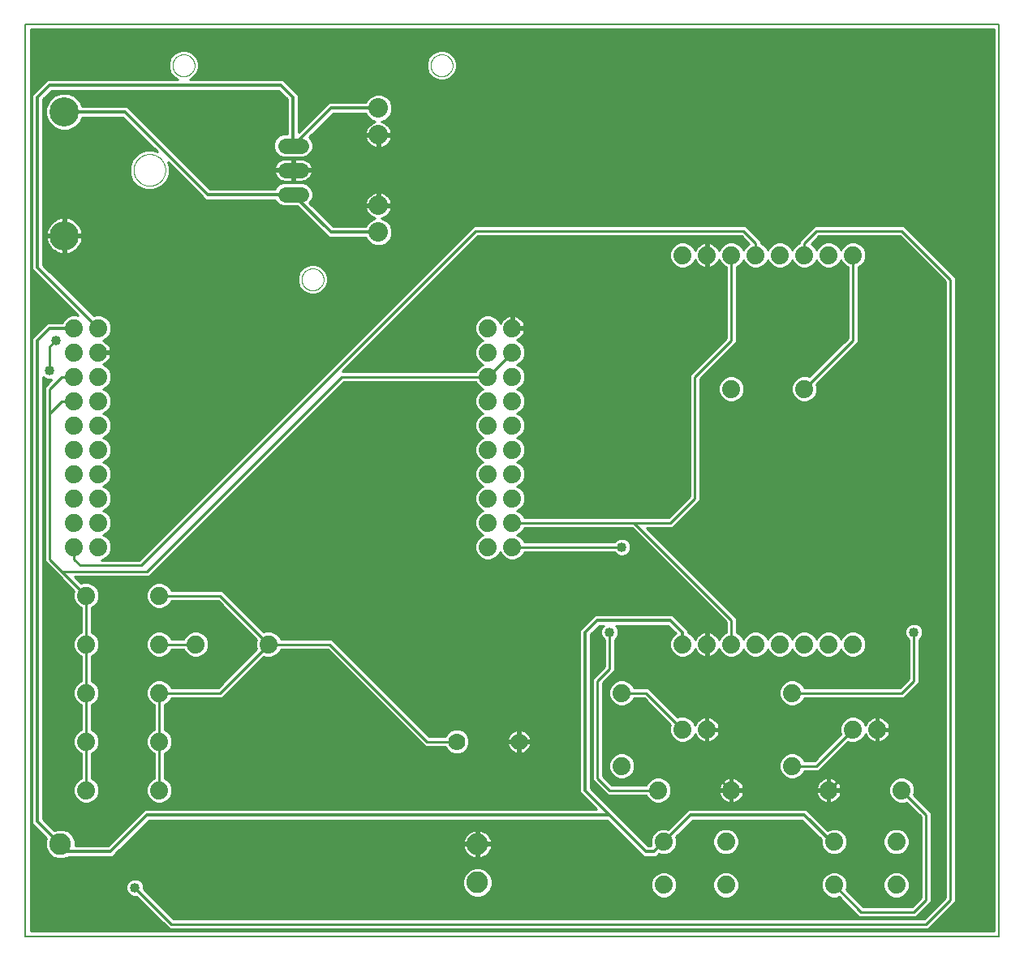
<source format=gtl>
G75*
%MOIN*%
%OFA0B0*%
%FSLAX25Y25*%
%IPPOS*%
%LPD*%
%AMOC8*
5,1,8,0,0,1.08239X$1,22.5*
%
%ADD10C,0.00800*%
%ADD11C,0.08000*%
%ADD12C,0.07400*%
%ADD13C,0.12000*%
%ADD14C,0.00000*%
%ADD15C,0.07000*%
%ADD16C,0.06400*%
%ADD17C,0.08858*%
%ADD18C,0.01000*%
%ADD19C,0.04000*%
%ADD20C,0.01200*%
D10*
X0013333Y0035000D02*
X0413333Y0035000D01*
X0413333Y0410000D01*
X0013333Y0410000D01*
X0013333Y0035000D01*
D11*
X0158333Y0324500D03*
X0158333Y0335500D03*
X0158333Y0364500D03*
X0158333Y0375500D03*
D12*
X0203333Y0285000D03*
X0213333Y0285000D03*
X0213333Y0275000D03*
X0203333Y0275000D03*
X0203333Y0265000D03*
X0213333Y0265000D03*
X0213333Y0255000D03*
X0203333Y0255000D03*
X0203333Y0245000D03*
X0203333Y0235000D03*
X0213333Y0235000D03*
X0213333Y0245000D03*
X0213333Y0225000D03*
X0203333Y0225000D03*
X0203333Y0215000D03*
X0213333Y0215000D03*
X0213333Y0205000D03*
X0203333Y0205000D03*
X0203333Y0195000D03*
X0213333Y0195000D03*
X0258333Y0135000D03*
X0283333Y0120000D03*
X0293333Y0120000D03*
X0303333Y0095000D03*
X0301133Y0073900D03*
X0301133Y0056100D03*
X0275533Y0056100D03*
X0275533Y0073900D03*
X0273333Y0095000D03*
X0258333Y0105000D03*
X0283333Y0155000D03*
X0293333Y0155000D03*
X0303333Y0155000D03*
X0313333Y0155000D03*
X0323333Y0155000D03*
X0333333Y0155000D03*
X0343333Y0155000D03*
X0353333Y0155000D03*
X0328333Y0135000D03*
X0353333Y0120000D03*
X0363333Y0120000D03*
X0373333Y0095000D03*
X0371133Y0073900D03*
X0371133Y0056100D03*
X0345533Y0056100D03*
X0345533Y0073900D03*
X0343333Y0095000D03*
X0328333Y0105000D03*
X0333333Y0260000D03*
X0303333Y0260000D03*
X0303333Y0315000D03*
X0293333Y0315000D03*
X0283333Y0315000D03*
X0313333Y0315000D03*
X0323333Y0315000D03*
X0333333Y0315000D03*
X0343333Y0315000D03*
X0353333Y0315000D03*
X0113333Y0155000D03*
X0083333Y0155000D03*
X0068333Y0155000D03*
X0068333Y0135000D03*
X0068333Y0115000D03*
X0068333Y0095000D03*
X0038333Y0095000D03*
X0038333Y0115000D03*
X0038333Y0135000D03*
X0038333Y0155000D03*
X0038333Y0175000D03*
X0033333Y0195000D03*
X0033333Y0205000D03*
X0033333Y0215000D03*
X0033333Y0225000D03*
X0033333Y0235000D03*
X0033333Y0245000D03*
X0033333Y0255000D03*
X0033333Y0265000D03*
X0033333Y0275000D03*
X0033333Y0285000D03*
X0043333Y0285000D03*
X0043333Y0275000D03*
X0043333Y0265000D03*
X0043333Y0255000D03*
X0043333Y0245000D03*
X0043333Y0235000D03*
X0043333Y0225000D03*
X0043333Y0215000D03*
X0043333Y0205000D03*
X0043333Y0195000D03*
X0068333Y0175000D03*
D13*
X0029333Y0323000D03*
X0029333Y0374000D03*
D14*
X0057833Y0350000D02*
X0057835Y0350161D01*
X0057841Y0350321D01*
X0057851Y0350482D01*
X0057865Y0350642D01*
X0057883Y0350802D01*
X0057904Y0350961D01*
X0057930Y0351120D01*
X0057960Y0351278D01*
X0057993Y0351435D01*
X0058031Y0351592D01*
X0058072Y0351747D01*
X0058117Y0351901D01*
X0058166Y0352054D01*
X0058219Y0352206D01*
X0058275Y0352357D01*
X0058336Y0352506D01*
X0058399Y0352654D01*
X0058467Y0352800D01*
X0058538Y0352944D01*
X0058612Y0353086D01*
X0058690Y0353227D01*
X0058772Y0353365D01*
X0058857Y0353502D01*
X0058945Y0353636D01*
X0059037Y0353768D01*
X0059132Y0353898D01*
X0059230Y0354026D01*
X0059331Y0354151D01*
X0059435Y0354273D01*
X0059542Y0354393D01*
X0059652Y0354510D01*
X0059765Y0354625D01*
X0059881Y0354736D01*
X0060000Y0354845D01*
X0060121Y0354950D01*
X0060245Y0355053D01*
X0060371Y0355153D01*
X0060499Y0355249D01*
X0060630Y0355342D01*
X0060764Y0355432D01*
X0060899Y0355519D01*
X0061037Y0355602D01*
X0061176Y0355682D01*
X0061318Y0355758D01*
X0061461Y0355831D01*
X0061606Y0355900D01*
X0061753Y0355966D01*
X0061901Y0356028D01*
X0062051Y0356086D01*
X0062202Y0356141D01*
X0062355Y0356192D01*
X0062509Y0356239D01*
X0062664Y0356282D01*
X0062820Y0356321D01*
X0062976Y0356357D01*
X0063134Y0356388D01*
X0063292Y0356416D01*
X0063451Y0356440D01*
X0063611Y0356460D01*
X0063771Y0356476D01*
X0063931Y0356488D01*
X0064092Y0356496D01*
X0064253Y0356500D01*
X0064413Y0356500D01*
X0064574Y0356496D01*
X0064735Y0356488D01*
X0064895Y0356476D01*
X0065055Y0356460D01*
X0065215Y0356440D01*
X0065374Y0356416D01*
X0065532Y0356388D01*
X0065690Y0356357D01*
X0065846Y0356321D01*
X0066002Y0356282D01*
X0066157Y0356239D01*
X0066311Y0356192D01*
X0066464Y0356141D01*
X0066615Y0356086D01*
X0066765Y0356028D01*
X0066913Y0355966D01*
X0067060Y0355900D01*
X0067205Y0355831D01*
X0067348Y0355758D01*
X0067490Y0355682D01*
X0067629Y0355602D01*
X0067767Y0355519D01*
X0067902Y0355432D01*
X0068036Y0355342D01*
X0068167Y0355249D01*
X0068295Y0355153D01*
X0068421Y0355053D01*
X0068545Y0354950D01*
X0068666Y0354845D01*
X0068785Y0354736D01*
X0068901Y0354625D01*
X0069014Y0354510D01*
X0069124Y0354393D01*
X0069231Y0354273D01*
X0069335Y0354151D01*
X0069436Y0354026D01*
X0069534Y0353898D01*
X0069629Y0353768D01*
X0069721Y0353636D01*
X0069809Y0353502D01*
X0069894Y0353365D01*
X0069976Y0353227D01*
X0070054Y0353086D01*
X0070128Y0352944D01*
X0070199Y0352800D01*
X0070267Y0352654D01*
X0070330Y0352506D01*
X0070391Y0352357D01*
X0070447Y0352206D01*
X0070500Y0352054D01*
X0070549Y0351901D01*
X0070594Y0351747D01*
X0070635Y0351592D01*
X0070673Y0351435D01*
X0070706Y0351278D01*
X0070736Y0351120D01*
X0070762Y0350961D01*
X0070783Y0350802D01*
X0070801Y0350642D01*
X0070815Y0350482D01*
X0070825Y0350321D01*
X0070831Y0350161D01*
X0070833Y0350000D01*
X0070831Y0349839D01*
X0070825Y0349679D01*
X0070815Y0349518D01*
X0070801Y0349358D01*
X0070783Y0349198D01*
X0070762Y0349039D01*
X0070736Y0348880D01*
X0070706Y0348722D01*
X0070673Y0348565D01*
X0070635Y0348408D01*
X0070594Y0348253D01*
X0070549Y0348099D01*
X0070500Y0347946D01*
X0070447Y0347794D01*
X0070391Y0347643D01*
X0070330Y0347494D01*
X0070267Y0347346D01*
X0070199Y0347200D01*
X0070128Y0347056D01*
X0070054Y0346914D01*
X0069976Y0346773D01*
X0069894Y0346635D01*
X0069809Y0346498D01*
X0069721Y0346364D01*
X0069629Y0346232D01*
X0069534Y0346102D01*
X0069436Y0345974D01*
X0069335Y0345849D01*
X0069231Y0345727D01*
X0069124Y0345607D01*
X0069014Y0345490D01*
X0068901Y0345375D01*
X0068785Y0345264D01*
X0068666Y0345155D01*
X0068545Y0345050D01*
X0068421Y0344947D01*
X0068295Y0344847D01*
X0068167Y0344751D01*
X0068036Y0344658D01*
X0067902Y0344568D01*
X0067767Y0344481D01*
X0067629Y0344398D01*
X0067490Y0344318D01*
X0067348Y0344242D01*
X0067205Y0344169D01*
X0067060Y0344100D01*
X0066913Y0344034D01*
X0066765Y0343972D01*
X0066615Y0343914D01*
X0066464Y0343859D01*
X0066311Y0343808D01*
X0066157Y0343761D01*
X0066002Y0343718D01*
X0065846Y0343679D01*
X0065690Y0343643D01*
X0065532Y0343612D01*
X0065374Y0343584D01*
X0065215Y0343560D01*
X0065055Y0343540D01*
X0064895Y0343524D01*
X0064735Y0343512D01*
X0064574Y0343504D01*
X0064413Y0343500D01*
X0064253Y0343500D01*
X0064092Y0343504D01*
X0063931Y0343512D01*
X0063771Y0343524D01*
X0063611Y0343540D01*
X0063451Y0343560D01*
X0063292Y0343584D01*
X0063134Y0343612D01*
X0062976Y0343643D01*
X0062820Y0343679D01*
X0062664Y0343718D01*
X0062509Y0343761D01*
X0062355Y0343808D01*
X0062202Y0343859D01*
X0062051Y0343914D01*
X0061901Y0343972D01*
X0061753Y0344034D01*
X0061606Y0344100D01*
X0061461Y0344169D01*
X0061318Y0344242D01*
X0061176Y0344318D01*
X0061037Y0344398D01*
X0060899Y0344481D01*
X0060764Y0344568D01*
X0060630Y0344658D01*
X0060499Y0344751D01*
X0060371Y0344847D01*
X0060245Y0344947D01*
X0060121Y0345050D01*
X0060000Y0345155D01*
X0059881Y0345264D01*
X0059765Y0345375D01*
X0059652Y0345490D01*
X0059542Y0345607D01*
X0059435Y0345727D01*
X0059331Y0345849D01*
X0059230Y0345974D01*
X0059132Y0346102D01*
X0059037Y0346232D01*
X0058945Y0346364D01*
X0058857Y0346498D01*
X0058772Y0346635D01*
X0058690Y0346773D01*
X0058612Y0346914D01*
X0058538Y0347056D01*
X0058467Y0347200D01*
X0058399Y0347346D01*
X0058336Y0347494D01*
X0058275Y0347643D01*
X0058219Y0347794D01*
X0058166Y0347946D01*
X0058117Y0348099D01*
X0058072Y0348253D01*
X0058031Y0348408D01*
X0057993Y0348565D01*
X0057960Y0348722D01*
X0057930Y0348880D01*
X0057904Y0349039D01*
X0057883Y0349198D01*
X0057865Y0349358D01*
X0057851Y0349518D01*
X0057841Y0349679D01*
X0057835Y0349839D01*
X0057833Y0350000D01*
X0073833Y0393000D02*
X0073835Y0393134D01*
X0073841Y0393268D01*
X0073851Y0393401D01*
X0073865Y0393535D01*
X0073883Y0393668D01*
X0073905Y0393800D01*
X0073930Y0393931D01*
X0073960Y0394062D01*
X0073994Y0394192D01*
X0074031Y0394320D01*
X0074072Y0394448D01*
X0074117Y0394574D01*
X0074166Y0394699D01*
X0074218Y0394822D01*
X0074274Y0394944D01*
X0074334Y0395064D01*
X0074397Y0395182D01*
X0074464Y0395298D01*
X0074534Y0395412D01*
X0074608Y0395524D01*
X0074685Y0395634D01*
X0074765Y0395742D01*
X0074848Y0395847D01*
X0074934Y0395949D01*
X0075023Y0396049D01*
X0075116Y0396146D01*
X0075211Y0396241D01*
X0075309Y0396332D01*
X0075409Y0396421D01*
X0075512Y0396506D01*
X0075618Y0396589D01*
X0075726Y0396668D01*
X0075836Y0396744D01*
X0075949Y0396817D01*
X0076064Y0396886D01*
X0076180Y0396952D01*
X0076299Y0397014D01*
X0076419Y0397073D01*
X0076542Y0397128D01*
X0076665Y0397180D01*
X0076790Y0397227D01*
X0076917Y0397271D01*
X0077045Y0397312D01*
X0077174Y0397348D01*
X0077304Y0397381D01*
X0077435Y0397409D01*
X0077566Y0397434D01*
X0077699Y0397455D01*
X0077832Y0397472D01*
X0077965Y0397485D01*
X0078099Y0397494D01*
X0078233Y0397499D01*
X0078367Y0397500D01*
X0078500Y0397497D01*
X0078634Y0397490D01*
X0078768Y0397479D01*
X0078901Y0397464D01*
X0079034Y0397445D01*
X0079166Y0397422D01*
X0079297Y0397396D01*
X0079427Y0397365D01*
X0079557Y0397330D01*
X0079685Y0397292D01*
X0079812Y0397250D01*
X0079938Y0397204D01*
X0080063Y0397154D01*
X0080186Y0397101D01*
X0080307Y0397044D01*
X0080427Y0396983D01*
X0080544Y0396919D01*
X0080660Y0396852D01*
X0080774Y0396781D01*
X0080885Y0396706D01*
X0080994Y0396629D01*
X0081101Y0396548D01*
X0081206Y0396464D01*
X0081307Y0396377D01*
X0081407Y0396287D01*
X0081503Y0396194D01*
X0081597Y0396098D01*
X0081688Y0395999D01*
X0081775Y0395898D01*
X0081860Y0395794D01*
X0081942Y0395688D01*
X0082020Y0395580D01*
X0082095Y0395469D01*
X0082167Y0395356D01*
X0082236Y0395240D01*
X0082301Y0395123D01*
X0082362Y0395004D01*
X0082420Y0394883D01*
X0082474Y0394761D01*
X0082525Y0394637D01*
X0082572Y0394511D01*
X0082615Y0394384D01*
X0082654Y0394256D01*
X0082690Y0394127D01*
X0082721Y0393997D01*
X0082749Y0393866D01*
X0082773Y0393734D01*
X0082793Y0393601D01*
X0082809Y0393468D01*
X0082821Y0393335D01*
X0082829Y0393201D01*
X0082833Y0393067D01*
X0082833Y0392933D01*
X0082829Y0392799D01*
X0082821Y0392665D01*
X0082809Y0392532D01*
X0082793Y0392399D01*
X0082773Y0392266D01*
X0082749Y0392134D01*
X0082721Y0392003D01*
X0082690Y0391873D01*
X0082654Y0391744D01*
X0082615Y0391616D01*
X0082572Y0391489D01*
X0082525Y0391363D01*
X0082474Y0391239D01*
X0082420Y0391117D01*
X0082362Y0390996D01*
X0082301Y0390877D01*
X0082236Y0390760D01*
X0082167Y0390644D01*
X0082095Y0390531D01*
X0082020Y0390420D01*
X0081942Y0390312D01*
X0081860Y0390206D01*
X0081775Y0390102D01*
X0081688Y0390001D01*
X0081597Y0389902D01*
X0081503Y0389806D01*
X0081407Y0389713D01*
X0081307Y0389623D01*
X0081206Y0389536D01*
X0081101Y0389452D01*
X0080994Y0389371D01*
X0080885Y0389294D01*
X0080774Y0389219D01*
X0080660Y0389148D01*
X0080544Y0389081D01*
X0080427Y0389017D01*
X0080307Y0388956D01*
X0080186Y0388899D01*
X0080063Y0388846D01*
X0079938Y0388796D01*
X0079812Y0388750D01*
X0079685Y0388708D01*
X0079557Y0388670D01*
X0079427Y0388635D01*
X0079297Y0388604D01*
X0079166Y0388578D01*
X0079034Y0388555D01*
X0078901Y0388536D01*
X0078768Y0388521D01*
X0078634Y0388510D01*
X0078500Y0388503D01*
X0078367Y0388500D01*
X0078233Y0388501D01*
X0078099Y0388506D01*
X0077965Y0388515D01*
X0077832Y0388528D01*
X0077699Y0388545D01*
X0077566Y0388566D01*
X0077435Y0388591D01*
X0077304Y0388619D01*
X0077174Y0388652D01*
X0077045Y0388688D01*
X0076917Y0388729D01*
X0076790Y0388773D01*
X0076665Y0388820D01*
X0076542Y0388872D01*
X0076419Y0388927D01*
X0076299Y0388986D01*
X0076180Y0389048D01*
X0076064Y0389114D01*
X0075949Y0389183D01*
X0075836Y0389256D01*
X0075726Y0389332D01*
X0075618Y0389411D01*
X0075512Y0389494D01*
X0075409Y0389579D01*
X0075309Y0389668D01*
X0075211Y0389759D01*
X0075116Y0389854D01*
X0075023Y0389951D01*
X0074934Y0390051D01*
X0074848Y0390153D01*
X0074765Y0390258D01*
X0074685Y0390366D01*
X0074608Y0390476D01*
X0074534Y0390588D01*
X0074464Y0390702D01*
X0074397Y0390818D01*
X0074334Y0390936D01*
X0074274Y0391056D01*
X0074218Y0391178D01*
X0074166Y0391301D01*
X0074117Y0391426D01*
X0074072Y0391552D01*
X0074031Y0391680D01*
X0073994Y0391808D01*
X0073960Y0391938D01*
X0073930Y0392069D01*
X0073905Y0392200D01*
X0073883Y0392332D01*
X0073865Y0392465D01*
X0073851Y0392599D01*
X0073841Y0392732D01*
X0073835Y0392866D01*
X0073833Y0393000D01*
X0126833Y0305000D02*
X0126835Y0305134D01*
X0126841Y0305268D01*
X0126851Y0305401D01*
X0126865Y0305535D01*
X0126883Y0305668D01*
X0126905Y0305800D01*
X0126930Y0305931D01*
X0126960Y0306062D01*
X0126994Y0306192D01*
X0127031Y0306320D01*
X0127072Y0306448D01*
X0127117Y0306574D01*
X0127166Y0306699D01*
X0127218Y0306822D01*
X0127274Y0306944D01*
X0127334Y0307064D01*
X0127397Y0307182D01*
X0127464Y0307298D01*
X0127534Y0307412D01*
X0127608Y0307524D01*
X0127685Y0307634D01*
X0127765Y0307742D01*
X0127848Y0307847D01*
X0127934Y0307949D01*
X0128023Y0308049D01*
X0128116Y0308146D01*
X0128211Y0308241D01*
X0128309Y0308332D01*
X0128409Y0308421D01*
X0128512Y0308506D01*
X0128618Y0308589D01*
X0128726Y0308668D01*
X0128836Y0308744D01*
X0128949Y0308817D01*
X0129064Y0308886D01*
X0129180Y0308952D01*
X0129299Y0309014D01*
X0129419Y0309073D01*
X0129542Y0309128D01*
X0129665Y0309180D01*
X0129790Y0309227D01*
X0129917Y0309271D01*
X0130045Y0309312D01*
X0130174Y0309348D01*
X0130304Y0309381D01*
X0130435Y0309409D01*
X0130566Y0309434D01*
X0130699Y0309455D01*
X0130832Y0309472D01*
X0130965Y0309485D01*
X0131099Y0309494D01*
X0131233Y0309499D01*
X0131367Y0309500D01*
X0131500Y0309497D01*
X0131634Y0309490D01*
X0131768Y0309479D01*
X0131901Y0309464D01*
X0132034Y0309445D01*
X0132166Y0309422D01*
X0132297Y0309396D01*
X0132427Y0309365D01*
X0132557Y0309330D01*
X0132685Y0309292D01*
X0132812Y0309250D01*
X0132938Y0309204D01*
X0133063Y0309154D01*
X0133186Y0309101D01*
X0133307Y0309044D01*
X0133427Y0308983D01*
X0133544Y0308919D01*
X0133660Y0308852D01*
X0133774Y0308781D01*
X0133885Y0308706D01*
X0133994Y0308629D01*
X0134101Y0308548D01*
X0134206Y0308464D01*
X0134307Y0308377D01*
X0134407Y0308287D01*
X0134503Y0308194D01*
X0134597Y0308098D01*
X0134688Y0307999D01*
X0134775Y0307898D01*
X0134860Y0307794D01*
X0134942Y0307688D01*
X0135020Y0307580D01*
X0135095Y0307469D01*
X0135167Y0307356D01*
X0135236Y0307240D01*
X0135301Y0307123D01*
X0135362Y0307004D01*
X0135420Y0306883D01*
X0135474Y0306761D01*
X0135525Y0306637D01*
X0135572Y0306511D01*
X0135615Y0306384D01*
X0135654Y0306256D01*
X0135690Y0306127D01*
X0135721Y0305997D01*
X0135749Y0305866D01*
X0135773Y0305734D01*
X0135793Y0305601D01*
X0135809Y0305468D01*
X0135821Y0305335D01*
X0135829Y0305201D01*
X0135833Y0305067D01*
X0135833Y0304933D01*
X0135829Y0304799D01*
X0135821Y0304665D01*
X0135809Y0304532D01*
X0135793Y0304399D01*
X0135773Y0304266D01*
X0135749Y0304134D01*
X0135721Y0304003D01*
X0135690Y0303873D01*
X0135654Y0303744D01*
X0135615Y0303616D01*
X0135572Y0303489D01*
X0135525Y0303363D01*
X0135474Y0303239D01*
X0135420Y0303117D01*
X0135362Y0302996D01*
X0135301Y0302877D01*
X0135236Y0302760D01*
X0135167Y0302644D01*
X0135095Y0302531D01*
X0135020Y0302420D01*
X0134942Y0302312D01*
X0134860Y0302206D01*
X0134775Y0302102D01*
X0134688Y0302001D01*
X0134597Y0301902D01*
X0134503Y0301806D01*
X0134407Y0301713D01*
X0134307Y0301623D01*
X0134206Y0301536D01*
X0134101Y0301452D01*
X0133994Y0301371D01*
X0133885Y0301294D01*
X0133774Y0301219D01*
X0133660Y0301148D01*
X0133544Y0301081D01*
X0133427Y0301017D01*
X0133307Y0300956D01*
X0133186Y0300899D01*
X0133063Y0300846D01*
X0132938Y0300796D01*
X0132812Y0300750D01*
X0132685Y0300708D01*
X0132557Y0300670D01*
X0132427Y0300635D01*
X0132297Y0300604D01*
X0132166Y0300578D01*
X0132034Y0300555D01*
X0131901Y0300536D01*
X0131768Y0300521D01*
X0131634Y0300510D01*
X0131500Y0300503D01*
X0131367Y0300500D01*
X0131233Y0300501D01*
X0131099Y0300506D01*
X0130965Y0300515D01*
X0130832Y0300528D01*
X0130699Y0300545D01*
X0130566Y0300566D01*
X0130435Y0300591D01*
X0130304Y0300619D01*
X0130174Y0300652D01*
X0130045Y0300688D01*
X0129917Y0300729D01*
X0129790Y0300773D01*
X0129665Y0300820D01*
X0129542Y0300872D01*
X0129419Y0300927D01*
X0129299Y0300986D01*
X0129180Y0301048D01*
X0129064Y0301114D01*
X0128949Y0301183D01*
X0128836Y0301256D01*
X0128726Y0301332D01*
X0128618Y0301411D01*
X0128512Y0301494D01*
X0128409Y0301579D01*
X0128309Y0301668D01*
X0128211Y0301759D01*
X0128116Y0301854D01*
X0128023Y0301951D01*
X0127934Y0302051D01*
X0127848Y0302153D01*
X0127765Y0302258D01*
X0127685Y0302366D01*
X0127608Y0302476D01*
X0127534Y0302588D01*
X0127464Y0302702D01*
X0127397Y0302818D01*
X0127334Y0302936D01*
X0127274Y0303056D01*
X0127218Y0303178D01*
X0127166Y0303301D01*
X0127117Y0303426D01*
X0127072Y0303552D01*
X0127031Y0303680D01*
X0126994Y0303808D01*
X0126960Y0303938D01*
X0126930Y0304069D01*
X0126905Y0304200D01*
X0126883Y0304332D01*
X0126865Y0304465D01*
X0126851Y0304599D01*
X0126841Y0304732D01*
X0126835Y0304866D01*
X0126833Y0305000D01*
X0179833Y0393000D02*
X0179835Y0393134D01*
X0179841Y0393268D01*
X0179851Y0393401D01*
X0179865Y0393535D01*
X0179883Y0393668D01*
X0179905Y0393800D01*
X0179930Y0393931D01*
X0179960Y0394062D01*
X0179994Y0394192D01*
X0180031Y0394320D01*
X0180072Y0394448D01*
X0180117Y0394574D01*
X0180166Y0394699D01*
X0180218Y0394822D01*
X0180274Y0394944D01*
X0180334Y0395064D01*
X0180397Y0395182D01*
X0180464Y0395298D01*
X0180534Y0395412D01*
X0180608Y0395524D01*
X0180685Y0395634D01*
X0180765Y0395742D01*
X0180848Y0395847D01*
X0180934Y0395949D01*
X0181023Y0396049D01*
X0181116Y0396146D01*
X0181211Y0396241D01*
X0181309Y0396332D01*
X0181409Y0396421D01*
X0181512Y0396506D01*
X0181618Y0396589D01*
X0181726Y0396668D01*
X0181836Y0396744D01*
X0181949Y0396817D01*
X0182064Y0396886D01*
X0182180Y0396952D01*
X0182299Y0397014D01*
X0182419Y0397073D01*
X0182542Y0397128D01*
X0182665Y0397180D01*
X0182790Y0397227D01*
X0182917Y0397271D01*
X0183045Y0397312D01*
X0183174Y0397348D01*
X0183304Y0397381D01*
X0183435Y0397409D01*
X0183566Y0397434D01*
X0183699Y0397455D01*
X0183832Y0397472D01*
X0183965Y0397485D01*
X0184099Y0397494D01*
X0184233Y0397499D01*
X0184367Y0397500D01*
X0184500Y0397497D01*
X0184634Y0397490D01*
X0184768Y0397479D01*
X0184901Y0397464D01*
X0185034Y0397445D01*
X0185166Y0397422D01*
X0185297Y0397396D01*
X0185427Y0397365D01*
X0185557Y0397330D01*
X0185685Y0397292D01*
X0185812Y0397250D01*
X0185938Y0397204D01*
X0186063Y0397154D01*
X0186186Y0397101D01*
X0186307Y0397044D01*
X0186427Y0396983D01*
X0186544Y0396919D01*
X0186660Y0396852D01*
X0186774Y0396781D01*
X0186885Y0396706D01*
X0186994Y0396629D01*
X0187101Y0396548D01*
X0187206Y0396464D01*
X0187307Y0396377D01*
X0187407Y0396287D01*
X0187503Y0396194D01*
X0187597Y0396098D01*
X0187688Y0395999D01*
X0187775Y0395898D01*
X0187860Y0395794D01*
X0187942Y0395688D01*
X0188020Y0395580D01*
X0188095Y0395469D01*
X0188167Y0395356D01*
X0188236Y0395240D01*
X0188301Y0395123D01*
X0188362Y0395004D01*
X0188420Y0394883D01*
X0188474Y0394761D01*
X0188525Y0394637D01*
X0188572Y0394511D01*
X0188615Y0394384D01*
X0188654Y0394256D01*
X0188690Y0394127D01*
X0188721Y0393997D01*
X0188749Y0393866D01*
X0188773Y0393734D01*
X0188793Y0393601D01*
X0188809Y0393468D01*
X0188821Y0393335D01*
X0188829Y0393201D01*
X0188833Y0393067D01*
X0188833Y0392933D01*
X0188829Y0392799D01*
X0188821Y0392665D01*
X0188809Y0392532D01*
X0188793Y0392399D01*
X0188773Y0392266D01*
X0188749Y0392134D01*
X0188721Y0392003D01*
X0188690Y0391873D01*
X0188654Y0391744D01*
X0188615Y0391616D01*
X0188572Y0391489D01*
X0188525Y0391363D01*
X0188474Y0391239D01*
X0188420Y0391117D01*
X0188362Y0390996D01*
X0188301Y0390877D01*
X0188236Y0390760D01*
X0188167Y0390644D01*
X0188095Y0390531D01*
X0188020Y0390420D01*
X0187942Y0390312D01*
X0187860Y0390206D01*
X0187775Y0390102D01*
X0187688Y0390001D01*
X0187597Y0389902D01*
X0187503Y0389806D01*
X0187407Y0389713D01*
X0187307Y0389623D01*
X0187206Y0389536D01*
X0187101Y0389452D01*
X0186994Y0389371D01*
X0186885Y0389294D01*
X0186774Y0389219D01*
X0186660Y0389148D01*
X0186544Y0389081D01*
X0186427Y0389017D01*
X0186307Y0388956D01*
X0186186Y0388899D01*
X0186063Y0388846D01*
X0185938Y0388796D01*
X0185812Y0388750D01*
X0185685Y0388708D01*
X0185557Y0388670D01*
X0185427Y0388635D01*
X0185297Y0388604D01*
X0185166Y0388578D01*
X0185034Y0388555D01*
X0184901Y0388536D01*
X0184768Y0388521D01*
X0184634Y0388510D01*
X0184500Y0388503D01*
X0184367Y0388500D01*
X0184233Y0388501D01*
X0184099Y0388506D01*
X0183965Y0388515D01*
X0183832Y0388528D01*
X0183699Y0388545D01*
X0183566Y0388566D01*
X0183435Y0388591D01*
X0183304Y0388619D01*
X0183174Y0388652D01*
X0183045Y0388688D01*
X0182917Y0388729D01*
X0182790Y0388773D01*
X0182665Y0388820D01*
X0182542Y0388872D01*
X0182419Y0388927D01*
X0182299Y0388986D01*
X0182180Y0389048D01*
X0182064Y0389114D01*
X0181949Y0389183D01*
X0181836Y0389256D01*
X0181726Y0389332D01*
X0181618Y0389411D01*
X0181512Y0389494D01*
X0181409Y0389579D01*
X0181309Y0389668D01*
X0181211Y0389759D01*
X0181116Y0389854D01*
X0181023Y0389951D01*
X0180934Y0390051D01*
X0180848Y0390153D01*
X0180765Y0390258D01*
X0180685Y0390366D01*
X0180608Y0390476D01*
X0180534Y0390588D01*
X0180464Y0390702D01*
X0180397Y0390818D01*
X0180334Y0390936D01*
X0180274Y0391056D01*
X0180218Y0391178D01*
X0180166Y0391301D01*
X0180117Y0391426D01*
X0180072Y0391552D01*
X0180031Y0391680D01*
X0179994Y0391808D01*
X0179960Y0391938D01*
X0179930Y0392069D01*
X0179905Y0392200D01*
X0179883Y0392332D01*
X0179865Y0392465D01*
X0179851Y0392599D01*
X0179841Y0392732D01*
X0179835Y0392866D01*
X0179833Y0393000D01*
D15*
X0190538Y0115000D03*
X0216129Y0115000D03*
D16*
X0126533Y0340000D02*
X0120133Y0340000D01*
X0120133Y0350000D02*
X0126533Y0350000D01*
X0126533Y0360000D02*
X0120133Y0360000D01*
D17*
X0198963Y0072874D03*
X0198963Y0057126D03*
X0027703Y0072874D03*
D18*
X0022060Y0075265D02*
X0021574Y0074093D01*
X0021574Y0071655D01*
X0022507Y0069402D01*
X0024232Y0067678D01*
X0026484Y0066745D01*
X0028923Y0066745D01*
X0031175Y0067678D01*
X0031197Y0067700D01*
X0049286Y0067700D01*
X0050633Y0069047D01*
X0064286Y0082700D01*
X0252381Y0082700D01*
X0267381Y0067700D01*
X0272586Y0067700D01*
X0273700Y0068814D01*
X0274459Y0068500D01*
X0276607Y0068500D01*
X0278592Y0069322D01*
X0280111Y0070841D01*
X0280933Y0072826D01*
X0280933Y0074974D01*
X0280619Y0075733D01*
X0287586Y0082700D01*
X0332381Y0082700D01*
X0340133Y0074947D01*
X0340133Y0072826D01*
X0340955Y0070841D01*
X0342474Y0069322D01*
X0344459Y0068500D01*
X0346607Y0068500D01*
X0348592Y0069322D01*
X0350111Y0070841D01*
X0350933Y0072826D01*
X0350933Y0074974D01*
X0350111Y0076959D01*
X0348592Y0078478D01*
X0346607Y0079300D01*
X0344459Y0079300D01*
X0342923Y0078663D01*
X0334286Y0087300D01*
X0285681Y0087300D01*
X0277366Y0078986D01*
X0276607Y0079300D01*
X0274459Y0079300D01*
X0272474Y0078478D01*
X0270955Y0076959D01*
X0270133Y0074974D01*
X0270133Y0072826D01*
X0270351Y0072300D01*
X0269286Y0072300D01*
X0245633Y0095953D01*
X0245633Y0159047D01*
X0249286Y0162700D01*
X0250801Y0162700D01*
X0250197Y0162096D01*
X0249633Y0160736D01*
X0249633Y0159264D01*
X0250197Y0157904D01*
X0251133Y0156967D01*
X0251133Y0145911D01*
X0247422Y0142200D01*
X0246133Y0140911D01*
X0246133Y0099089D01*
X0251133Y0094089D01*
X0252422Y0092800D01*
X0268400Y0092800D01*
X0268755Y0091941D01*
X0270274Y0090422D01*
X0272259Y0089600D01*
X0274407Y0089600D01*
X0276392Y0090422D01*
X0277911Y0091941D01*
X0278733Y0093926D01*
X0278733Y0096074D01*
X0277911Y0098059D01*
X0276392Y0099578D01*
X0274407Y0100400D01*
X0272259Y0100400D01*
X0270274Y0099578D01*
X0268755Y0098059D01*
X0268400Y0097200D01*
X0254245Y0097200D01*
X0250533Y0100911D01*
X0250533Y0139089D01*
X0255533Y0144089D01*
X0255533Y0156967D01*
X0256470Y0157904D01*
X0257033Y0159264D01*
X0257033Y0160736D01*
X0256470Y0162096D01*
X0255866Y0162700D01*
X0277381Y0162700D01*
X0280436Y0159645D01*
X0280274Y0159578D01*
X0278755Y0158059D01*
X0277933Y0156074D01*
X0277933Y0153926D01*
X0278755Y0151941D01*
X0280274Y0150422D01*
X0282259Y0149600D01*
X0284407Y0149600D01*
X0286392Y0150422D01*
X0287911Y0151941D01*
X0288443Y0153224D01*
X0288514Y0153004D01*
X0288886Y0152275D01*
X0289367Y0151612D01*
X0289946Y0151034D01*
X0290608Y0150553D01*
X0291337Y0150181D01*
X0292116Y0149928D01*
X0292833Y0149814D01*
X0292833Y0154500D01*
X0293833Y0154500D01*
X0293833Y0149814D01*
X0294551Y0149928D01*
X0295329Y0150181D01*
X0296059Y0150553D01*
X0296721Y0151034D01*
X0297300Y0151612D01*
X0297781Y0152275D01*
X0298152Y0153004D01*
X0298224Y0153224D01*
X0298755Y0151941D01*
X0300274Y0150422D01*
X0302259Y0149600D01*
X0304407Y0149600D01*
X0306392Y0150422D01*
X0307911Y0151941D01*
X0308333Y0152960D01*
X0308755Y0151941D01*
X0310274Y0150422D01*
X0312259Y0149600D01*
X0314407Y0149600D01*
X0316392Y0150422D01*
X0317911Y0151941D01*
X0318333Y0152960D01*
X0318755Y0151941D01*
X0320274Y0150422D01*
X0322259Y0149600D01*
X0324407Y0149600D01*
X0326392Y0150422D01*
X0327911Y0151941D01*
X0328333Y0152960D01*
X0328755Y0151941D01*
X0330274Y0150422D01*
X0332259Y0149600D01*
X0334407Y0149600D01*
X0336392Y0150422D01*
X0337911Y0151941D01*
X0338333Y0152960D01*
X0338755Y0151941D01*
X0340274Y0150422D01*
X0342259Y0149600D01*
X0344407Y0149600D01*
X0346392Y0150422D01*
X0347911Y0151941D01*
X0348333Y0152960D01*
X0348755Y0151941D01*
X0350274Y0150422D01*
X0352259Y0149600D01*
X0354407Y0149600D01*
X0356392Y0150422D01*
X0357911Y0151941D01*
X0358733Y0153926D01*
X0358733Y0156074D01*
X0357911Y0158059D01*
X0356392Y0159578D01*
X0354407Y0160400D01*
X0352259Y0160400D01*
X0350274Y0159578D01*
X0348755Y0158059D01*
X0348333Y0157040D01*
X0347911Y0158059D01*
X0346392Y0159578D01*
X0344407Y0160400D01*
X0342259Y0160400D01*
X0340274Y0159578D01*
X0338755Y0158059D01*
X0338333Y0157040D01*
X0337911Y0158059D01*
X0336392Y0159578D01*
X0334407Y0160400D01*
X0332259Y0160400D01*
X0330274Y0159578D01*
X0328755Y0158059D01*
X0328333Y0157040D01*
X0327911Y0158059D01*
X0326392Y0159578D01*
X0324407Y0160400D01*
X0322259Y0160400D01*
X0320274Y0159578D01*
X0318755Y0158059D01*
X0318333Y0157040D01*
X0317911Y0158059D01*
X0316392Y0159578D01*
X0314407Y0160400D01*
X0312259Y0160400D01*
X0310274Y0159578D01*
X0308755Y0158059D01*
X0308333Y0157040D01*
X0307911Y0158059D01*
X0306392Y0159578D01*
X0305533Y0159934D01*
X0305533Y0165911D01*
X0304245Y0167200D01*
X0268645Y0202800D01*
X0279245Y0202800D01*
X0289245Y0212800D01*
X0290533Y0214089D01*
X0290533Y0264089D01*
X0304245Y0277800D01*
X0305533Y0279089D01*
X0305533Y0310066D01*
X0306392Y0310422D01*
X0307911Y0311941D01*
X0308333Y0312960D01*
X0308755Y0311941D01*
X0310274Y0310422D01*
X0312259Y0309600D01*
X0314407Y0309600D01*
X0316392Y0310422D01*
X0317911Y0311941D01*
X0318333Y0312960D01*
X0318755Y0311941D01*
X0320274Y0310422D01*
X0322259Y0309600D01*
X0324407Y0309600D01*
X0326392Y0310422D01*
X0327911Y0311941D01*
X0328333Y0312960D01*
X0328755Y0311941D01*
X0330274Y0310422D01*
X0332259Y0309600D01*
X0334407Y0309600D01*
X0336392Y0310422D01*
X0337911Y0311941D01*
X0338333Y0312960D01*
X0338755Y0311941D01*
X0340274Y0310422D01*
X0342259Y0309600D01*
X0344407Y0309600D01*
X0346392Y0310422D01*
X0347911Y0311941D01*
X0348333Y0312960D01*
X0348755Y0311941D01*
X0350274Y0310422D01*
X0351133Y0310066D01*
X0351133Y0280911D01*
X0335266Y0265044D01*
X0334407Y0265400D01*
X0332259Y0265400D01*
X0330274Y0264578D01*
X0328755Y0263059D01*
X0327933Y0261074D01*
X0327933Y0258926D01*
X0328755Y0256941D01*
X0330274Y0255422D01*
X0332259Y0254600D01*
X0334407Y0254600D01*
X0336392Y0255422D01*
X0337911Y0256941D01*
X0338733Y0258926D01*
X0338733Y0261074D01*
X0338378Y0261933D01*
X0355533Y0279089D01*
X0355533Y0310066D01*
X0356392Y0310422D01*
X0357911Y0311941D01*
X0358733Y0313926D01*
X0358733Y0316074D01*
X0357911Y0318059D01*
X0356392Y0319578D01*
X0354407Y0320400D01*
X0352259Y0320400D01*
X0350274Y0319578D01*
X0348755Y0318059D01*
X0348333Y0317040D01*
X0347911Y0318059D01*
X0346392Y0319578D01*
X0344407Y0320400D01*
X0342259Y0320400D01*
X0340274Y0319578D01*
X0338755Y0318059D01*
X0338333Y0317040D01*
X0337911Y0318059D01*
X0336392Y0319578D01*
X0336131Y0319686D01*
X0339245Y0322800D01*
X0372422Y0322800D01*
X0391133Y0304089D01*
X0391133Y0050911D01*
X0382422Y0042200D01*
X0074245Y0042200D01*
X0062033Y0054411D01*
X0062033Y0055736D01*
X0061470Y0057096D01*
X0060429Y0058137D01*
X0059069Y0058700D01*
X0057597Y0058700D01*
X0056237Y0058137D01*
X0055197Y0057096D01*
X0054633Y0055736D01*
X0054633Y0054264D01*
X0055197Y0052904D01*
X0056237Y0051863D01*
X0057597Y0051300D01*
X0058922Y0051300D01*
X0071133Y0039089D01*
X0072422Y0037800D01*
X0384245Y0037800D01*
X0394245Y0047800D01*
X0395533Y0049089D01*
X0395533Y0305911D01*
X0394245Y0307200D01*
X0375533Y0325911D01*
X0374245Y0327200D01*
X0337422Y0327200D01*
X0332422Y0322200D01*
X0331133Y0320911D01*
X0331133Y0319934D01*
X0330274Y0319578D01*
X0328755Y0318059D01*
X0328333Y0317040D01*
X0327911Y0318059D01*
X0326392Y0319578D01*
X0324407Y0320400D01*
X0322259Y0320400D01*
X0320274Y0319578D01*
X0318755Y0318059D01*
X0318333Y0317040D01*
X0317911Y0318059D01*
X0316392Y0319578D01*
X0315533Y0319934D01*
X0315533Y0320911D01*
X0314245Y0322200D01*
X0309245Y0327200D01*
X0197422Y0327200D01*
X0196133Y0325911D01*
X0059922Y0189700D01*
X0044649Y0189700D01*
X0046392Y0190422D01*
X0047911Y0191941D01*
X0048733Y0193926D01*
X0048733Y0196074D01*
X0047911Y0198059D01*
X0046392Y0199578D01*
X0045373Y0200000D01*
X0046392Y0200422D01*
X0047911Y0201941D01*
X0048733Y0203926D01*
X0048733Y0206074D01*
X0047911Y0208059D01*
X0046392Y0209578D01*
X0045373Y0210000D01*
X0046392Y0210422D01*
X0047911Y0211941D01*
X0048733Y0213926D01*
X0048733Y0216074D01*
X0047911Y0218059D01*
X0046392Y0219578D01*
X0045373Y0220000D01*
X0046392Y0220422D01*
X0047911Y0221941D01*
X0048733Y0223926D01*
X0048733Y0226074D01*
X0047911Y0228059D01*
X0046392Y0229578D01*
X0045373Y0230000D01*
X0046392Y0230422D01*
X0047911Y0231941D01*
X0048733Y0233926D01*
X0048733Y0236074D01*
X0047911Y0238059D01*
X0046392Y0239578D01*
X0045373Y0240000D01*
X0046392Y0240422D01*
X0047911Y0241941D01*
X0048733Y0243926D01*
X0048733Y0246074D01*
X0047911Y0248059D01*
X0046392Y0249578D01*
X0045373Y0250000D01*
X0046392Y0250422D01*
X0047911Y0251941D01*
X0048733Y0253926D01*
X0048733Y0256074D01*
X0047911Y0258059D01*
X0046392Y0259578D01*
X0045373Y0260000D01*
X0046392Y0260422D01*
X0047911Y0261941D01*
X0048733Y0263926D01*
X0048733Y0266074D01*
X0047911Y0268059D01*
X0046392Y0269578D01*
X0045109Y0270109D01*
X0045329Y0270181D01*
X0046059Y0270553D01*
X0046721Y0271034D01*
X0047300Y0271612D01*
X0047781Y0272275D01*
X0048152Y0273004D01*
X0048405Y0273782D01*
X0048519Y0274500D01*
X0043833Y0274500D01*
X0043833Y0275500D01*
X0048519Y0275500D01*
X0048405Y0276218D01*
X0048152Y0276996D01*
X0047781Y0277725D01*
X0047300Y0278388D01*
X0046721Y0278966D01*
X0046059Y0279447D01*
X0045329Y0279819D01*
X0045109Y0279891D01*
X0046392Y0280422D01*
X0047911Y0281941D01*
X0048733Y0283926D01*
X0048733Y0286074D01*
X0047911Y0288059D01*
X0046392Y0289578D01*
X0044407Y0290400D01*
X0042259Y0290400D01*
X0041500Y0290086D01*
X0020633Y0310953D01*
X0020633Y0379047D01*
X0024286Y0382700D01*
X0117381Y0382700D01*
X0121033Y0379047D01*
X0121033Y0364900D01*
X0119159Y0364900D01*
X0117358Y0364154D01*
X0115979Y0362776D01*
X0115233Y0360975D01*
X0115233Y0359025D01*
X0115979Y0357224D01*
X0117358Y0355846D01*
X0119159Y0355100D01*
X0127508Y0355100D01*
X0129309Y0355846D01*
X0130687Y0357224D01*
X0131433Y0359025D01*
X0131433Y0360975D01*
X0130687Y0362776D01*
X0130024Y0363438D01*
X0139786Y0373200D01*
X0153116Y0373200D01*
X0153501Y0372271D01*
X0155105Y0370668D01*
X0157044Y0369864D01*
X0156222Y0369597D01*
X0155451Y0369204D01*
X0154750Y0368695D01*
X0154138Y0368083D01*
X0153629Y0367383D01*
X0153236Y0366611D01*
X0152969Y0365788D01*
X0152844Y0365000D01*
X0157833Y0365000D01*
X0157833Y0364000D01*
X0152844Y0364000D01*
X0152969Y0363212D01*
X0153236Y0362389D01*
X0153629Y0361617D01*
X0154138Y0360917D01*
X0154750Y0360305D01*
X0155451Y0359796D01*
X0156222Y0359403D01*
X0157045Y0359135D01*
X0157833Y0359011D01*
X0157833Y0364000D01*
X0158833Y0364000D01*
X0158833Y0359011D01*
X0159621Y0359135D01*
X0160445Y0359403D01*
X0161216Y0359796D01*
X0161916Y0360305D01*
X0162528Y0360917D01*
X0163037Y0361617D01*
X0163430Y0362389D01*
X0163698Y0363212D01*
X0163823Y0364000D01*
X0158833Y0364000D01*
X0158833Y0365000D01*
X0163823Y0365000D01*
X0163698Y0365788D01*
X0163430Y0366611D01*
X0163037Y0367383D01*
X0162528Y0368083D01*
X0161916Y0368695D01*
X0161216Y0369204D01*
X0160445Y0369597D01*
X0159622Y0369864D01*
X0161562Y0370668D01*
X0163166Y0372271D01*
X0164033Y0374366D01*
X0164033Y0376634D01*
X0163166Y0378729D01*
X0161562Y0380332D01*
X0159467Y0381200D01*
X0157200Y0381200D01*
X0155105Y0380332D01*
X0153501Y0378729D01*
X0153116Y0377800D01*
X0137881Y0377800D01*
X0136533Y0376453D01*
X0125633Y0365553D01*
X0125633Y0380953D01*
X0120633Y0385953D01*
X0119286Y0387300D01*
X0080774Y0387300D01*
X0081845Y0387744D01*
X0083589Y0389488D01*
X0084533Y0391767D01*
X0084533Y0394233D01*
X0083589Y0396512D01*
X0081845Y0398256D01*
X0079567Y0399200D01*
X0077100Y0399200D01*
X0074821Y0398256D01*
X0073077Y0396512D01*
X0072133Y0394233D01*
X0072133Y0391767D01*
X0073077Y0389488D01*
X0074821Y0387744D01*
X0075893Y0387300D01*
X0022381Y0387300D01*
X0017381Y0382300D01*
X0016033Y0380953D01*
X0016033Y0309047D01*
X0034874Y0290207D01*
X0034407Y0290400D01*
X0032259Y0290400D01*
X0030274Y0289578D01*
X0028755Y0288059D01*
X0028441Y0287300D01*
X0022381Y0287300D01*
X0017381Y0282300D01*
X0016033Y0280953D01*
X0016033Y0081291D01*
X0022060Y0075265D01*
X0021925Y0074940D02*
X0015433Y0074940D01*
X0015433Y0073942D02*
X0021574Y0073942D01*
X0021574Y0072943D02*
X0015433Y0072943D01*
X0015433Y0071945D02*
X0021574Y0071945D01*
X0021868Y0070946D02*
X0015433Y0070946D01*
X0015433Y0069948D02*
X0022281Y0069948D01*
X0022960Y0068949D02*
X0015433Y0068949D01*
X0015433Y0067951D02*
X0023959Y0067951D01*
X0025983Y0066952D02*
X0015433Y0066952D01*
X0015433Y0065954D02*
X0381133Y0065954D01*
X0381133Y0066952D02*
X0199477Y0066952D01*
X0199463Y0066952D02*
X0198463Y0066952D01*
X0198463Y0066950D02*
X0198463Y0072374D01*
X0193039Y0072374D01*
X0193180Y0071486D01*
X0193469Y0070598D01*
X0193892Y0069766D01*
X0194441Y0069011D01*
X0195101Y0068352D01*
X0195856Y0067803D01*
X0196687Y0067379D01*
X0197575Y0067091D01*
X0198463Y0066950D01*
X0198449Y0066952D02*
X0029423Y0066952D01*
X0033833Y0072300D02*
X0033833Y0074093D01*
X0032899Y0076346D01*
X0031175Y0078070D01*
X0028923Y0079003D01*
X0026484Y0079003D01*
X0025312Y0078518D01*
X0020633Y0083197D01*
X0020633Y0264967D01*
X0021237Y0264363D01*
X0022597Y0263800D01*
X0024022Y0263800D01*
X0022422Y0262200D01*
X0021133Y0260911D01*
X0021133Y0189089D01*
X0026133Y0184089D01*
X0026133Y0184089D01*
X0027422Y0182800D01*
X0027422Y0182800D01*
X0033289Y0176933D01*
X0032933Y0176074D01*
X0032933Y0173926D01*
X0033755Y0171941D01*
X0035274Y0170422D01*
X0036133Y0170066D01*
X0036133Y0159934D01*
X0035274Y0159578D01*
X0033755Y0158059D01*
X0032933Y0156074D01*
X0032933Y0153926D01*
X0033755Y0151941D01*
X0035274Y0150422D01*
X0036133Y0150066D01*
X0036133Y0139934D01*
X0035274Y0139578D01*
X0033755Y0138059D01*
X0032933Y0136074D01*
X0032933Y0133926D01*
X0033755Y0131941D01*
X0035274Y0130422D01*
X0036133Y0130066D01*
X0036133Y0119934D01*
X0035274Y0119578D01*
X0033755Y0118059D01*
X0032933Y0116074D01*
X0032933Y0113926D01*
X0033755Y0111941D01*
X0035274Y0110422D01*
X0036133Y0110066D01*
X0036133Y0099934D01*
X0035274Y0099578D01*
X0033755Y0098059D01*
X0032933Y0096074D01*
X0032933Y0093926D01*
X0033755Y0091941D01*
X0035274Y0090422D01*
X0037259Y0089600D01*
X0039407Y0089600D01*
X0041392Y0090422D01*
X0042911Y0091941D01*
X0043733Y0093926D01*
X0043733Y0096074D01*
X0042911Y0098059D01*
X0041392Y0099578D01*
X0040533Y0099934D01*
X0040533Y0110066D01*
X0041392Y0110422D01*
X0042911Y0111941D01*
X0043733Y0113926D01*
X0043733Y0116074D01*
X0042911Y0118059D01*
X0041392Y0119578D01*
X0040533Y0119934D01*
X0040533Y0130066D01*
X0041392Y0130422D01*
X0042911Y0131941D01*
X0043733Y0133926D01*
X0043733Y0136074D01*
X0042911Y0138059D01*
X0041392Y0139578D01*
X0040533Y0139934D01*
X0040533Y0150066D01*
X0041392Y0150422D01*
X0042911Y0151941D01*
X0043733Y0153926D01*
X0043733Y0156074D01*
X0042911Y0158059D01*
X0041392Y0159578D01*
X0040533Y0159934D01*
X0040533Y0170066D01*
X0041392Y0170422D01*
X0042911Y0171941D01*
X0043733Y0173926D01*
X0043733Y0176074D01*
X0042911Y0178059D01*
X0041392Y0179578D01*
X0039407Y0180400D01*
X0037259Y0180400D01*
X0036400Y0180044D01*
X0033645Y0182800D01*
X0064245Y0182800D01*
X0065533Y0184089D01*
X0144245Y0262800D01*
X0198400Y0262800D01*
X0198755Y0261941D01*
X0200274Y0260422D01*
X0201294Y0260000D01*
X0200274Y0259578D01*
X0198755Y0258059D01*
X0197933Y0256074D01*
X0197933Y0253926D01*
X0198755Y0251941D01*
X0200274Y0250422D01*
X0201294Y0250000D01*
X0200274Y0249578D01*
X0198755Y0248059D01*
X0197933Y0246074D01*
X0197933Y0243926D01*
X0198755Y0241941D01*
X0200274Y0240422D01*
X0201294Y0240000D01*
X0200274Y0239578D01*
X0198755Y0238059D01*
X0197933Y0236074D01*
X0197933Y0233926D01*
X0198755Y0231941D01*
X0200274Y0230422D01*
X0201294Y0230000D01*
X0200274Y0229578D01*
X0198755Y0228059D01*
X0197933Y0226074D01*
X0197933Y0223926D01*
X0198755Y0221941D01*
X0200274Y0220422D01*
X0201294Y0220000D01*
X0200274Y0219578D01*
X0198755Y0218059D01*
X0197933Y0216074D01*
X0197933Y0213926D01*
X0198755Y0211941D01*
X0200274Y0210422D01*
X0201294Y0210000D01*
X0200274Y0209578D01*
X0198755Y0208059D01*
X0197933Y0206074D01*
X0197933Y0203926D01*
X0198755Y0201941D01*
X0200274Y0200422D01*
X0201294Y0200000D01*
X0200274Y0199578D01*
X0198755Y0198059D01*
X0197933Y0196074D01*
X0197933Y0193926D01*
X0198755Y0191941D01*
X0200274Y0190422D01*
X0202259Y0189600D01*
X0204407Y0189600D01*
X0206392Y0190422D01*
X0207911Y0191941D01*
X0208333Y0192960D01*
X0208755Y0191941D01*
X0210274Y0190422D01*
X0212259Y0189600D01*
X0214407Y0189600D01*
X0216392Y0190422D01*
X0217911Y0191941D01*
X0218267Y0192800D01*
X0255301Y0192800D01*
X0256237Y0191863D01*
X0257597Y0191300D01*
X0259069Y0191300D01*
X0260429Y0191863D01*
X0261470Y0192904D01*
X0262033Y0194264D01*
X0262033Y0195736D01*
X0261470Y0197096D01*
X0260429Y0198137D01*
X0259069Y0198700D01*
X0257597Y0198700D01*
X0256237Y0198137D01*
X0255301Y0197200D01*
X0218267Y0197200D01*
X0217911Y0198059D01*
X0216392Y0199578D01*
X0215373Y0200000D01*
X0216392Y0200422D01*
X0217911Y0201941D01*
X0218267Y0202800D01*
X0262422Y0202800D01*
X0301133Y0164089D01*
X0301133Y0159934D01*
X0300274Y0159578D01*
X0298755Y0158059D01*
X0298224Y0156776D01*
X0298152Y0156996D01*
X0297781Y0157725D01*
X0297300Y0158388D01*
X0296721Y0158966D01*
X0296059Y0159447D01*
X0295329Y0159819D01*
X0294551Y0160072D01*
X0293833Y0160186D01*
X0293833Y0155500D01*
X0292833Y0155500D01*
X0292833Y0160186D01*
X0292116Y0160072D01*
X0291337Y0159819D01*
X0290608Y0159447D01*
X0289946Y0158966D01*
X0289367Y0158388D01*
X0288886Y0157725D01*
X0288514Y0156996D01*
X0288443Y0156776D01*
X0287911Y0158059D01*
X0286392Y0159578D01*
X0285633Y0159892D01*
X0285633Y0160953D01*
X0280633Y0165953D01*
X0279286Y0167300D01*
X0247381Y0167300D01*
X0242381Y0162300D01*
X0241033Y0160953D01*
X0241033Y0149047D01*
X0241033Y0095953D01*
X0241033Y0094047D01*
X0247781Y0087300D01*
X0062381Y0087300D01*
X0047381Y0072300D01*
X0033833Y0072300D01*
X0033833Y0072943D02*
X0048024Y0072943D01*
X0049023Y0073942D02*
X0033833Y0073942D01*
X0033482Y0074940D02*
X0050021Y0074940D01*
X0051020Y0075939D02*
X0033068Y0075939D01*
X0032308Y0076937D02*
X0052018Y0076937D01*
X0053017Y0077936D02*
X0031309Y0077936D01*
X0029088Y0078934D02*
X0054015Y0078934D01*
X0055014Y0079933D02*
X0023897Y0079933D01*
X0022899Y0080932D02*
X0056012Y0080932D01*
X0057011Y0081930D02*
X0021900Y0081930D01*
X0020902Y0082929D02*
X0058009Y0082929D01*
X0059008Y0083927D02*
X0020633Y0083927D01*
X0020633Y0084926D02*
X0060006Y0084926D01*
X0061005Y0085924D02*
X0020633Y0085924D01*
X0020633Y0086923D02*
X0062003Y0086923D01*
X0065274Y0090422D02*
X0063755Y0091941D01*
X0062933Y0093926D01*
X0062933Y0096074D01*
X0063755Y0098059D01*
X0065274Y0099578D01*
X0066133Y0099934D01*
X0066133Y0110066D01*
X0065274Y0110422D01*
X0063755Y0111941D01*
X0062933Y0113926D01*
X0062933Y0116074D01*
X0063755Y0118059D01*
X0065274Y0119578D01*
X0066133Y0119934D01*
X0066133Y0130066D01*
X0065274Y0130422D01*
X0063755Y0131941D01*
X0062933Y0133926D01*
X0062933Y0136074D01*
X0063755Y0138059D01*
X0065274Y0139578D01*
X0067259Y0140400D01*
X0069407Y0140400D01*
X0071392Y0139578D01*
X0072911Y0138059D01*
X0073267Y0137200D01*
X0092422Y0137200D01*
X0108289Y0153067D01*
X0107933Y0153926D01*
X0107933Y0156074D01*
X0108289Y0156933D01*
X0092422Y0172800D01*
X0073267Y0172800D01*
X0072911Y0171941D01*
X0071392Y0170422D01*
X0069407Y0169600D01*
X0067259Y0169600D01*
X0065274Y0170422D01*
X0063755Y0171941D01*
X0062933Y0173926D01*
X0062933Y0176074D01*
X0063755Y0178059D01*
X0065274Y0179578D01*
X0067259Y0180400D01*
X0069407Y0180400D01*
X0071392Y0179578D01*
X0072911Y0178059D01*
X0073267Y0177200D01*
X0094245Y0177200D01*
X0111400Y0160044D01*
X0112259Y0160400D01*
X0114407Y0160400D01*
X0116392Y0159578D01*
X0117911Y0158059D01*
X0118267Y0157200D01*
X0139245Y0157200D01*
X0179245Y0117200D01*
X0185821Y0117200D01*
X0186130Y0117946D01*
X0187592Y0119408D01*
X0189504Y0120200D01*
X0191572Y0120200D01*
X0193484Y0119408D01*
X0194946Y0117946D01*
X0195738Y0116034D01*
X0195738Y0113966D01*
X0194946Y0112054D01*
X0193484Y0110592D01*
X0191572Y0109800D01*
X0189504Y0109800D01*
X0187592Y0110592D01*
X0186130Y0112054D01*
X0185821Y0112800D01*
X0177422Y0112800D01*
X0176133Y0114089D01*
X0176133Y0114089D01*
X0137422Y0152800D01*
X0118267Y0152800D01*
X0117911Y0151941D01*
X0116392Y0150422D01*
X0114407Y0149600D01*
X0112259Y0149600D01*
X0111400Y0149956D01*
X0094245Y0132800D01*
X0073267Y0132800D01*
X0072911Y0131941D01*
X0071392Y0130422D01*
X0070533Y0130066D01*
X0070533Y0119934D01*
X0071392Y0119578D01*
X0072911Y0118059D01*
X0073733Y0116074D01*
X0073733Y0113926D01*
X0072911Y0111941D01*
X0071392Y0110422D01*
X0070533Y0110066D01*
X0070533Y0099934D01*
X0071392Y0099578D01*
X0072911Y0098059D01*
X0073733Y0096074D01*
X0073733Y0093926D01*
X0072911Y0091941D01*
X0071392Y0090422D01*
X0069407Y0089600D01*
X0067259Y0089600D01*
X0065274Y0090422D01*
X0064780Y0090917D02*
X0041887Y0090917D01*
X0042885Y0091915D02*
X0063781Y0091915D01*
X0063353Y0092914D02*
X0043314Y0092914D01*
X0043728Y0093912D02*
X0062939Y0093912D01*
X0062933Y0094911D02*
X0043733Y0094911D01*
X0043733Y0095909D02*
X0062933Y0095909D01*
X0063279Y0096908D02*
X0043388Y0096908D01*
X0042974Y0097906D02*
X0063692Y0097906D01*
X0064601Y0098905D02*
X0042065Y0098905D01*
X0040607Y0099903D02*
X0066060Y0099903D01*
X0066133Y0100902D02*
X0040533Y0100902D01*
X0040533Y0101900D02*
X0066133Y0101900D01*
X0066133Y0102899D02*
X0040533Y0102899D01*
X0040533Y0103897D02*
X0066133Y0103897D01*
X0066133Y0104896D02*
X0040533Y0104896D01*
X0040533Y0105894D02*
X0066133Y0105894D01*
X0066133Y0106893D02*
X0040533Y0106893D01*
X0040533Y0107891D02*
X0066133Y0107891D01*
X0066133Y0108890D02*
X0040533Y0108890D01*
X0040533Y0109888D02*
X0066133Y0109888D01*
X0064810Y0110887D02*
X0041857Y0110887D01*
X0042855Y0111885D02*
X0063811Y0111885D01*
X0063365Y0112884D02*
X0043302Y0112884D01*
X0043715Y0113882D02*
X0062951Y0113882D01*
X0062933Y0114881D02*
X0043733Y0114881D01*
X0043733Y0115879D02*
X0062933Y0115879D01*
X0063266Y0116878D02*
X0043400Y0116878D01*
X0042987Y0117876D02*
X0063680Y0117876D01*
X0064572Y0118875D02*
X0042095Y0118875D01*
X0040679Y0119873D02*
X0065988Y0119873D01*
X0066133Y0120872D02*
X0040533Y0120872D01*
X0040533Y0121870D02*
X0066133Y0121870D01*
X0066133Y0122869D02*
X0040533Y0122869D01*
X0040533Y0123868D02*
X0066133Y0123868D01*
X0066133Y0124866D02*
X0040533Y0124866D01*
X0040533Y0125865D02*
X0066133Y0125865D01*
X0066133Y0126863D02*
X0040533Y0126863D01*
X0040533Y0127862D02*
X0066133Y0127862D01*
X0066133Y0128860D02*
X0040533Y0128860D01*
X0040533Y0129859D02*
X0066133Y0129859D01*
X0064839Y0130857D02*
X0041827Y0130857D01*
X0042826Y0131856D02*
X0063841Y0131856D01*
X0063377Y0132854D02*
X0043289Y0132854D01*
X0043703Y0133853D02*
X0062964Y0133853D01*
X0062933Y0134851D02*
X0043733Y0134851D01*
X0043733Y0135850D02*
X0062933Y0135850D01*
X0063254Y0136848D02*
X0043413Y0136848D01*
X0042999Y0137847D02*
X0063668Y0137847D01*
X0064542Y0138845D02*
X0042125Y0138845D01*
X0040750Y0139844D02*
X0065916Y0139844D01*
X0070750Y0139844D02*
X0095066Y0139844D01*
X0096064Y0140842D02*
X0040533Y0140842D01*
X0040533Y0141841D02*
X0097063Y0141841D01*
X0098061Y0142839D02*
X0040533Y0142839D01*
X0040533Y0143838D02*
X0099060Y0143838D01*
X0100058Y0144836D02*
X0040533Y0144836D01*
X0040533Y0145835D02*
X0101057Y0145835D01*
X0102055Y0146833D02*
X0040533Y0146833D01*
X0040533Y0147832D02*
X0103054Y0147832D01*
X0104052Y0148830D02*
X0040533Y0148830D01*
X0040533Y0149829D02*
X0066707Y0149829D01*
X0067259Y0149600D02*
X0069407Y0149600D01*
X0071392Y0150422D01*
X0072911Y0151941D01*
X0073267Y0152800D01*
X0078400Y0152800D01*
X0078755Y0151941D01*
X0080274Y0150422D01*
X0082259Y0149600D01*
X0084407Y0149600D01*
X0086392Y0150422D01*
X0087911Y0151941D01*
X0088733Y0153926D01*
X0088733Y0156074D01*
X0087911Y0158059D01*
X0086392Y0159578D01*
X0084407Y0160400D01*
X0082259Y0160400D01*
X0080274Y0159578D01*
X0078755Y0158059D01*
X0078400Y0157200D01*
X0073267Y0157200D01*
X0072911Y0158059D01*
X0071392Y0159578D01*
X0069407Y0160400D01*
X0067259Y0160400D01*
X0065274Y0159578D01*
X0063755Y0158059D01*
X0062933Y0156074D01*
X0062933Y0153926D01*
X0063755Y0151941D01*
X0065274Y0150422D01*
X0067259Y0149600D01*
X0064869Y0150827D02*
X0041797Y0150827D01*
X0042796Y0151826D02*
X0063871Y0151826D01*
X0063390Y0152824D02*
X0043277Y0152824D01*
X0043691Y0153823D02*
X0062976Y0153823D01*
X0062933Y0154821D02*
X0043733Y0154821D01*
X0043733Y0155820D02*
X0062933Y0155820D01*
X0063242Y0156818D02*
X0043425Y0156818D01*
X0043011Y0157817D02*
X0063655Y0157817D01*
X0064512Y0158815D02*
X0042155Y0158815D01*
X0040822Y0159814D02*
X0065844Y0159814D01*
X0070822Y0159814D02*
X0080844Y0159814D01*
X0079512Y0158815D02*
X0072155Y0158815D01*
X0073011Y0157817D02*
X0078655Y0157817D01*
X0083333Y0155000D02*
X0068333Y0155000D01*
X0069960Y0149829D02*
X0081707Y0149829D01*
X0079869Y0150827D02*
X0071797Y0150827D01*
X0072796Y0151826D02*
X0078871Y0151826D01*
X0084960Y0149829D02*
X0105051Y0149829D01*
X0106049Y0150827D02*
X0086797Y0150827D01*
X0087796Y0151826D02*
X0107048Y0151826D01*
X0108046Y0152824D02*
X0088277Y0152824D01*
X0088691Y0153823D02*
X0107976Y0153823D01*
X0107933Y0154821D02*
X0088733Y0154821D01*
X0088733Y0155820D02*
X0107933Y0155820D01*
X0108242Y0156818D02*
X0088425Y0156818D01*
X0088011Y0157817D02*
X0107405Y0157817D01*
X0106407Y0158815D02*
X0087155Y0158815D01*
X0085822Y0159814D02*
X0105408Y0159814D01*
X0104410Y0160812D02*
X0040533Y0160812D01*
X0040533Y0161811D02*
X0103411Y0161811D01*
X0102413Y0162809D02*
X0040533Y0162809D01*
X0040533Y0163808D02*
X0101414Y0163808D01*
X0100416Y0164806D02*
X0040533Y0164806D01*
X0040533Y0165805D02*
X0099417Y0165805D01*
X0098419Y0166803D02*
X0040533Y0166803D01*
X0040533Y0167802D02*
X0097420Y0167802D01*
X0096422Y0168801D02*
X0040533Y0168801D01*
X0040533Y0169799D02*
X0066779Y0169799D01*
X0064899Y0170798D02*
X0041768Y0170798D01*
X0042766Y0171796D02*
X0063901Y0171796D01*
X0063402Y0172795D02*
X0043265Y0172795D01*
X0043678Y0173793D02*
X0062988Y0173793D01*
X0062933Y0174792D02*
X0043733Y0174792D01*
X0043733Y0175790D02*
X0062933Y0175790D01*
X0063229Y0176789D02*
X0043437Y0176789D01*
X0043024Y0177787D02*
X0063643Y0177787D01*
X0064482Y0178786D02*
X0042184Y0178786D01*
X0040894Y0179784D02*
X0065772Y0179784D01*
X0065223Y0183778D02*
X0281444Y0183778D01*
X0282442Y0182780D02*
X0033665Y0182780D01*
X0034663Y0181781D02*
X0283441Y0181781D01*
X0284439Y0180783D02*
X0035662Y0180783D01*
X0032435Y0177787D02*
X0020633Y0177787D01*
X0020633Y0176789D02*
X0033229Y0176789D01*
X0032933Y0175790D02*
X0020633Y0175790D01*
X0020633Y0174792D02*
X0032933Y0174792D01*
X0032988Y0173793D02*
X0020633Y0173793D01*
X0020633Y0172795D02*
X0033402Y0172795D01*
X0033901Y0171796D02*
X0020633Y0171796D01*
X0020633Y0170798D02*
X0034899Y0170798D01*
X0036133Y0169799D02*
X0020633Y0169799D01*
X0020633Y0168801D02*
X0036133Y0168801D01*
X0036133Y0167802D02*
X0020633Y0167802D01*
X0020633Y0166803D02*
X0036133Y0166803D01*
X0036133Y0165805D02*
X0020633Y0165805D01*
X0020633Y0164806D02*
X0036133Y0164806D01*
X0036133Y0163808D02*
X0020633Y0163808D01*
X0020633Y0162809D02*
X0036133Y0162809D01*
X0036133Y0161811D02*
X0020633Y0161811D01*
X0020633Y0160812D02*
X0036133Y0160812D01*
X0035844Y0159814D02*
X0020633Y0159814D01*
X0020633Y0158815D02*
X0034512Y0158815D01*
X0033655Y0157817D02*
X0020633Y0157817D01*
X0020633Y0156818D02*
X0033242Y0156818D01*
X0032933Y0155820D02*
X0020633Y0155820D01*
X0020633Y0154821D02*
X0032933Y0154821D01*
X0032976Y0153823D02*
X0020633Y0153823D01*
X0020633Y0152824D02*
X0033390Y0152824D01*
X0033871Y0151826D02*
X0020633Y0151826D01*
X0020633Y0150827D02*
X0034869Y0150827D01*
X0036133Y0149829D02*
X0020633Y0149829D01*
X0020633Y0148830D02*
X0036133Y0148830D01*
X0036133Y0147832D02*
X0020633Y0147832D01*
X0020633Y0146833D02*
X0036133Y0146833D01*
X0036133Y0145835D02*
X0020633Y0145835D01*
X0020633Y0144836D02*
X0036133Y0144836D01*
X0036133Y0143838D02*
X0020633Y0143838D01*
X0020633Y0142839D02*
X0036133Y0142839D01*
X0036133Y0141841D02*
X0020633Y0141841D01*
X0020633Y0140842D02*
X0036133Y0140842D01*
X0035916Y0139844D02*
X0020633Y0139844D01*
X0020633Y0138845D02*
X0034542Y0138845D01*
X0033668Y0137847D02*
X0020633Y0137847D01*
X0020633Y0136848D02*
X0033254Y0136848D01*
X0032933Y0135850D02*
X0020633Y0135850D01*
X0020633Y0134851D02*
X0032933Y0134851D01*
X0032964Y0133853D02*
X0020633Y0133853D01*
X0020633Y0132854D02*
X0033377Y0132854D01*
X0033841Y0131856D02*
X0020633Y0131856D01*
X0020633Y0130857D02*
X0034839Y0130857D01*
X0036133Y0129859D02*
X0020633Y0129859D01*
X0020633Y0128860D02*
X0036133Y0128860D01*
X0036133Y0127862D02*
X0020633Y0127862D01*
X0020633Y0126863D02*
X0036133Y0126863D01*
X0036133Y0125865D02*
X0020633Y0125865D01*
X0020633Y0124866D02*
X0036133Y0124866D01*
X0036133Y0123868D02*
X0020633Y0123868D01*
X0020633Y0122869D02*
X0036133Y0122869D01*
X0036133Y0121870D02*
X0020633Y0121870D01*
X0020633Y0120872D02*
X0036133Y0120872D01*
X0035988Y0119873D02*
X0020633Y0119873D01*
X0020633Y0118875D02*
X0034572Y0118875D01*
X0033680Y0117876D02*
X0020633Y0117876D01*
X0020633Y0116878D02*
X0033266Y0116878D01*
X0032933Y0115879D02*
X0020633Y0115879D01*
X0020633Y0114881D02*
X0032933Y0114881D01*
X0032951Y0113882D02*
X0020633Y0113882D01*
X0020633Y0112884D02*
X0033365Y0112884D01*
X0033811Y0111885D02*
X0020633Y0111885D01*
X0020633Y0110887D02*
X0034810Y0110887D01*
X0036133Y0109888D02*
X0020633Y0109888D01*
X0020633Y0108890D02*
X0036133Y0108890D01*
X0036133Y0107891D02*
X0020633Y0107891D01*
X0020633Y0106893D02*
X0036133Y0106893D01*
X0036133Y0105894D02*
X0020633Y0105894D01*
X0020633Y0104896D02*
X0036133Y0104896D01*
X0036133Y0103897D02*
X0020633Y0103897D01*
X0020633Y0102899D02*
X0036133Y0102899D01*
X0036133Y0101900D02*
X0020633Y0101900D01*
X0020633Y0100902D02*
X0036133Y0100902D01*
X0036060Y0099903D02*
X0020633Y0099903D01*
X0020633Y0098905D02*
X0034601Y0098905D01*
X0033692Y0097906D02*
X0020633Y0097906D01*
X0020633Y0096908D02*
X0033279Y0096908D01*
X0032933Y0095909D02*
X0020633Y0095909D01*
X0020633Y0094911D02*
X0032933Y0094911D01*
X0032939Y0093912D02*
X0020633Y0093912D01*
X0020633Y0092914D02*
X0033353Y0092914D01*
X0033781Y0091915D02*
X0020633Y0091915D01*
X0020633Y0090917D02*
X0034780Y0090917D01*
X0036491Y0089918D02*
X0020633Y0089918D01*
X0020633Y0088920D02*
X0246161Y0088920D01*
X0245163Y0089918D02*
X0070175Y0089918D01*
X0071887Y0090917D02*
X0244164Y0090917D01*
X0243165Y0091915D02*
X0072885Y0091915D01*
X0073314Y0092914D02*
X0242167Y0092914D01*
X0241168Y0093912D02*
X0073728Y0093912D01*
X0073733Y0094911D02*
X0241033Y0094911D01*
X0241033Y0095909D02*
X0073733Y0095909D01*
X0073388Y0096908D02*
X0241033Y0096908D01*
X0241033Y0097906D02*
X0072974Y0097906D01*
X0072065Y0098905D02*
X0241033Y0098905D01*
X0241033Y0099903D02*
X0070607Y0099903D01*
X0070533Y0100902D02*
X0241033Y0100902D01*
X0241033Y0101900D02*
X0070533Y0101900D01*
X0070533Y0102899D02*
X0241033Y0102899D01*
X0241033Y0103897D02*
X0070533Y0103897D01*
X0070533Y0104896D02*
X0241033Y0104896D01*
X0241033Y0105894D02*
X0070533Y0105894D01*
X0070533Y0106893D02*
X0241033Y0106893D01*
X0241033Y0107891D02*
X0070533Y0107891D01*
X0070533Y0108890D02*
X0241033Y0108890D01*
X0241033Y0109888D02*
X0191786Y0109888D01*
X0193779Y0110887D02*
X0213283Y0110887D01*
X0213508Y0110724D02*
X0214209Y0110366D01*
X0214958Y0110123D01*
X0215735Y0110000D01*
X0215743Y0110000D01*
X0215743Y0114614D01*
X0216514Y0114614D01*
X0216514Y0110000D01*
X0216522Y0110000D01*
X0217299Y0110123D01*
X0218048Y0110366D01*
X0218749Y0110724D01*
X0219386Y0111186D01*
X0219942Y0111743D01*
X0220405Y0112379D01*
X0220762Y0113081D01*
X0221005Y0113829D01*
X0221129Y0114606D01*
X0221129Y0114614D01*
X0216515Y0114614D01*
X0216515Y0115386D01*
X0221129Y0115386D01*
X0221129Y0115394D01*
X0221005Y0116171D01*
X0220762Y0116919D01*
X0220405Y0117621D01*
X0219942Y0118257D01*
X0219386Y0118814D01*
X0218749Y0119276D01*
X0218048Y0119634D01*
X0217299Y0119877D01*
X0216522Y0120000D01*
X0216514Y0120000D01*
X0216514Y0115386D01*
X0215743Y0115386D01*
X0215743Y0120000D01*
X0215735Y0120000D01*
X0214958Y0119877D01*
X0214209Y0119634D01*
X0213508Y0119276D01*
X0212871Y0118814D01*
X0212315Y0118257D01*
X0211852Y0117621D01*
X0211495Y0116919D01*
X0211252Y0116171D01*
X0211129Y0115394D01*
X0211129Y0115386D01*
X0215743Y0115386D01*
X0215743Y0114614D01*
X0211129Y0114614D01*
X0211129Y0114606D01*
X0211252Y0113829D01*
X0211495Y0113081D01*
X0211852Y0112379D01*
X0212315Y0111743D01*
X0212871Y0111186D01*
X0213508Y0110724D01*
X0212211Y0111885D02*
X0194777Y0111885D01*
X0195290Y0112884D02*
X0211595Y0112884D01*
X0211243Y0113882D02*
X0195704Y0113882D01*
X0195738Y0114881D02*
X0215743Y0114881D01*
X0216515Y0114881D02*
X0241033Y0114881D01*
X0241033Y0115879D02*
X0221052Y0115879D01*
X0220776Y0116878D02*
X0241033Y0116878D01*
X0241033Y0117876D02*
X0220219Y0117876D01*
X0219302Y0118875D02*
X0241033Y0118875D01*
X0241033Y0119873D02*
X0217310Y0119873D01*
X0216514Y0119873D02*
X0215743Y0119873D01*
X0214947Y0119873D02*
X0192361Y0119873D01*
X0194017Y0118875D02*
X0212956Y0118875D01*
X0212038Y0117876D02*
X0194975Y0117876D01*
X0195389Y0116878D02*
X0211481Y0116878D01*
X0211206Y0115879D02*
X0195738Y0115879D01*
X0190538Y0115000D02*
X0178333Y0115000D01*
X0138333Y0155000D01*
X0113333Y0155000D01*
X0093333Y0135000D01*
X0068333Y0135000D01*
X0068333Y0115000D01*
X0068333Y0095000D01*
X0066491Y0089918D02*
X0040175Y0089918D01*
X0038333Y0095000D02*
X0038333Y0115000D01*
X0038333Y0135000D01*
X0038333Y0155000D01*
X0038333Y0175000D01*
X0028333Y0185000D01*
X0063333Y0185000D01*
X0143333Y0265000D01*
X0203333Y0265000D01*
X0213333Y0275000D01*
X0215373Y0270000D02*
X0216392Y0270422D01*
X0217911Y0271941D01*
X0218733Y0273926D01*
X0218733Y0276074D01*
X0217911Y0278059D01*
X0216392Y0279578D01*
X0215109Y0280109D01*
X0215329Y0280181D01*
X0216059Y0280553D01*
X0216721Y0281034D01*
X0217300Y0281612D01*
X0217781Y0282275D01*
X0218152Y0283004D01*
X0218405Y0283782D01*
X0218519Y0284500D01*
X0213833Y0284500D01*
X0213833Y0285500D01*
X0212833Y0285500D01*
X0212833Y0290186D01*
X0212116Y0290072D01*
X0211337Y0289819D01*
X0210608Y0289447D01*
X0209946Y0288966D01*
X0209367Y0288388D01*
X0208886Y0287725D01*
X0208514Y0286996D01*
X0208443Y0286776D01*
X0207911Y0288059D01*
X0206392Y0289578D01*
X0204407Y0290400D01*
X0202259Y0290400D01*
X0200274Y0289578D01*
X0198755Y0288059D01*
X0197933Y0286074D01*
X0197933Y0283926D01*
X0198755Y0281941D01*
X0200274Y0280422D01*
X0201294Y0280000D01*
X0200274Y0279578D01*
X0198755Y0278059D01*
X0197933Y0276074D01*
X0197933Y0273926D01*
X0198755Y0271941D01*
X0200274Y0270422D01*
X0201294Y0270000D01*
X0200274Y0269578D01*
X0198755Y0268059D01*
X0198400Y0267200D01*
X0143645Y0267200D01*
X0199245Y0322800D01*
X0307422Y0322800D01*
X0310536Y0319686D01*
X0310274Y0319578D01*
X0308755Y0318059D01*
X0308333Y0317040D01*
X0307911Y0318059D01*
X0306392Y0319578D01*
X0304407Y0320400D01*
X0302259Y0320400D01*
X0300274Y0319578D01*
X0298755Y0318059D01*
X0298224Y0316776D01*
X0298152Y0316996D01*
X0297781Y0317725D01*
X0297300Y0318388D01*
X0296721Y0318966D01*
X0296059Y0319447D01*
X0295329Y0319819D01*
X0294551Y0320072D01*
X0293833Y0320186D01*
X0293833Y0315500D01*
X0292833Y0315500D01*
X0292833Y0320186D01*
X0292116Y0320072D01*
X0291337Y0319819D01*
X0290608Y0319447D01*
X0289946Y0318966D01*
X0289367Y0318388D01*
X0288886Y0317725D01*
X0288514Y0316996D01*
X0288443Y0316776D01*
X0287911Y0318059D01*
X0286392Y0319578D01*
X0284407Y0320400D01*
X0282259Y0320400D01*
X0280274Y0319578D01*
X0278755Y0318059D01*
X0277933Y0316074D01*
X0277933Y0313926D01*
X0278755Y0311941D01*
X0280274Y0310422D01*
X0282259Y0309600D01*
X0284407Y0309600D01*
X0286392Y0310422D01*
X0287911Y0311941D01*
X0288443Y0313224D01*
X0288514Y0313004D01*
X0288886Y0312275D01*
X0289367Y0311612D01*
X0289946Y0311034D01*
X0290608Y0310553D01*
X0291337Y0310181D01*
X0292116Y0309928D01*
X0292833Y0309814D01*
X0292833Y0314500D01*
X0293833Y0314500D01*
X0293833Y0309814D01*
X0294551Y0309928D01*
X0295329Y0310181D01*
X0296059Y0310553D01*
X0296721Y0311034D01*
X0297300Y0311612D01*
X0297781Y0312275D01*
X0298152Y0313004D01*
X0298224Y0313224D01*
X0298755Y0311941D01*
X0300274Y0310422D01*
X0301133Y0310066D01*
X0301133Y0280911D01*
X0286133Y0265911D01*
X0286133Y0215911D01*
X0277422Y0207200D01*
X0218267Y0207200D01*
X0217911Y0208059D01*
X0216392Y0209578D01*
X0215373Y0210000D01*
X0216392Y0210422D01*
X0217911Y0211941D01*
X0218733Y0213926D01*
X0218733Y0216074D01*
X0217911Y0218059D01*
X0216392Y0219578D01*
X0215373Y0220000D01*
X0216392Y0220422D01*
X0217911Y0221941D01*
X0218733Y0223926D01*
X0218733Y0226074D01*
X0217911Y0228059D01*
X0216392Y0229578D01*
X0215373Y0230000D01*
X0216392Y0230422D01*
X0217911Y0231941D01*
X0218733Y0233926D01*
X0218733Y0236074D01*
X0217911Y0238059D01*
X0216392Y0239578D01*
X0215373Y0240000D01*
X0216392Y0240422D01*
X0217911Y0241941D01*
X0218733Y0243926D01*
X0218733Y0246074D01*
X0217911Y0248059D01*
X0216392Y0249578D01*
X0215373Y0250000D01*
X0216392Y0250422D01*
X0217911Y0251941D01*
X0218733Y0253926D01*
X0218733Y0256074D01*
X0217911Y0258059D01*
X0216392Y0259578D01*
X0215373Y0260000D01*
X0216392Y0260422D01*
X0217911Y0261941D01*
X0218733Y0263926D01*
X0218733Y0266074D01*
X0217911Y0268059D01*
X0216392Y0269578D01*
X0215373Y0270000D01*
X0216218Y0269650D02*
X0289872Y0269650D01*
X0288874Y0268652D02*
X0217318Y0268652D01*
X0218079Y0267653D02*
X0287875Y0267653D01*
X0286877Y0266655D02*
X0218493Y0266655D01*
X0218733Y0265656D02*
X0286133Y0265656D01*
X0286133Y0264658D02*
X0218733Y0264658D01*
X0218623Y0263659D02*
X0286133Y0263659D01*
X0286133Y0262661D02*
X0218209Y0262661D01*
X0217632Y0261662D02*
X0286133Y0261662D01*
X0286133Y0260664D02*
X0216634Y0260664D01*
X0216182Y0259665D02*
X0286133Y0259665D01*
X0286133Y0258667D02*
X0217304Y0258667D01*
X0218073Y0257668D02*
X0286133Y0257668D01*
X0286133Y0256670D02*
X0218487Y0256670D01*
X0218733Y0255671D02*
X0286133Y0255671D01*
X0286133Y0254672D02*
X0218733Y0254672D01*
X0218629Y0253674D02*
X0286133Y0253674D01*
X0286133Y0252675D02*
X0218215Y0252675D01*
X0217647Y0251677D02*
X0286133Y0251677D01*
X0286133Y0250678D02*
X0216649Y0250678D01*
X0216146Y0249680D02*
X0286133Y0249680D01*
X0286133Y0248681D02*
X0217289Y0248681D01*
X0218067Y0247683D02*
X0286133Y0247683D01*
X0286133Y0246684D02*
X0218481Y0246684D01*
X0218733Y0245686D02*
X0286133Y0245686D01*
X0286133Y0244687D02*
X0218733Y0244687D01*
X0218635Y0243689D02*
X0286133Y0243689D01*
X0286133Y0242690D02*
X0218222Y0242690D01*
X0217662Y0241692D02*
X0286133Y0241692D01*
X0286133Y0240693D02*
X0216663Y0240693D01*
X0216110Y0239695D02*
X0286133Y0239695D01*
X0286133Y0238696D02*
X0217274Y0238696D01*
X0218061Y0237698D02*
X0286133Y0237698D01*
X0286133Y0236699D02*
X0218474Y0236699D01*
X0218733Y0235701D02*
X0286133Y0235701D01*
X0286133Y0234702D02*
X0218733Y0234702D01*
X0218641Y0233704D02*
X0286133Y0233704D01*
X0286133Y0232705D02*
X0218228Y0232705D01*
X0217677Y0231707D02*
X0286133Y0231707D01*
X0286133Y0230708D02*
X0216678Y0230708D01*
X0216074Y0229710D02*
X0286133Y0229710D01*
X0286133Y0228711D02*
X0217259Y0228711D01*
X0218055Y0227713D02*
X0286133Y0227713D01*
X0286133Y0226714D02*
X0218468Y0226714D01*
X0218733Y0225716D02*
X0286133Y0225716D01*
X0286133Y0224717D02*
X0218733Y0224717D01*
X0218647Y0223719D02*
X0286133Y0223719D01*
X0286133Y0222720D02*
X0218234Y0222720D01*
X0217692Y0221722D02*
X0286133Y0221722D01*
X0286133Y0220723D02*
X0216693Y0220723D01*
X0216038Y0219725D02*
X0286133Y0219725D01*
X0286133Y0218726D02*
X0217244Y0218726D01*
X0218048Y0217728D02*
X0286133Y0217728D01*
X0286133Y0216729D02*
X0218462Y0216729D01*
X0218733Y0215731D02*
X0285953Y0215731D01*
X0284954Y0214732D02*
X0218733Y0214732D01*
X0218654Y0213734D02*
X0283956Y0213734D01*
X0282957Y0212735D02*
X0218240Y0212735D01*
X0217707Y0211737D02*
X0281959Y0211737D01*
X0280960Y0210738D02*
X0216708Y0210738D01*
X0216002Y0209739D02*
X0279962Y0209739D01*
X0278963Y0208741D02*
X0217229Y0208741D01*
X0218042Y0207742D02*
X0277965Y0207742D01*
X0278333Y0205000D02*
X0288333Y0215000D01*
X0288333Y0265000D01*
X0303333Y0280000D01*
X0303333Y0315000D01*
X0299274Y0318577D02*
X0297110Y0318577D01*
X0297856Y0317579D02*
X0298557Y0317579D01*
X0300272Y0319576D02*
X0295807Y0319576D01*
X0293833Y0319576D02*
X0292833Y0319576D01*
X0292833Y0318577D02*
X0293833Y0318577D01*
X0293833Y0317579D02*
X0292833Y0317579D01*
X0292833Y0316580D02*
X0293833Y0316580D01*
X0293833Y0315582D02*
X0292833Y0315582D01*
X0292833Y0313585D02*
X0293833Y0313585D01*
X0293833Y0312586D02*
X0292833Y0312586D01*
X0292833Y0311588D02*
X0293833Y0311588D01*
X0293833Y0310589D02*
X0292833Y0310589D01*
X0290558Y0310589D02*
X0286559Y0310589D01*
X0287558Y0311588D02*
X0289392Y0311588D01*
X0288727Y0312586D02*
X0288178Y0312586D01*
X0296109Y0310589D02*
X0300107Y0310589D01*
X0299109Y0311588D02*
X0297275Y0311588D01*
X0297939Y0312586D02*
X0298488Y0312586D01*
X0301133Y0309591D02*
X0186035Y0309591D01*
X0187034Y0310589D02*
X0280107Y0310589D01*
X0279109Y0311588D02*
X0188032Y0311588D01*
X0189031Y0312586D02*
X0278488Y0312586D01*
X0278075Y0313585D02*
X0190029Y0313585D01*
X0191028Y0314583D02*
X0277933Y0314583D01*
X0277933Y0315582D02*
X0192026Y0315582D01*
X0193025Y0316580D02*
X0278143Y0316580D01*
X0278557Y0317579D02*
X0194023Y0317579D01*
X0195022Y0318577D02*
X0279274Y0318577D01*
X0280272Y0319576D02*
X0196020Y0319576D01*
X0197019Y0320574D02*
X0309648Y0320574D01*
X0310272Y0319576D02*
X0306394Y0319576D01*
X0307393Y0318577D02*
X0309274Y0318577D01*
X0308557Y0317579D02*
X0308110Y0317579D01*
X0308649Y0321573D02*
X0198017Y0321573D01*
X0199016Y0322571D02*
X0307651Y0322571D01*
X0308333Y0325000D02*
X0313333Y0320000D01*
X0313333Y0315000D01*
X0317393Y0318577D02*
X0319274Y0318577D01*
X0318557Y0317579D02*
X0318110Y0317579D01*
X0316394Y0319576D02*
X0320272Y0319576D01*
X0315533Y0320574D02*
X0331133Y0320574D01*
X0331795Y0321573D02*
X0314872Y0321573D01*
X0313873Y0322571D02*
X0332793Y0322571D01*
X0333792Y0323570D02*
X0312875Y0323570D01*
X0311876Y0324568D02*
X0334790Y0324568D01*
X0335789Y0325567D02*
X0310878Y0325567D01*
X0309879Y0326565D02*
X0336787Y0326565D01*
X0338333Y0325000D02*
X0333333Y0320000D01*
X0333333Y0315000D01*
X0329274Y0318577D02*
X0327393Y0318577D01*
X0328110Y0317579D02*
X0328557Y0317579D01*
X0330272Y0319576D02*
X0326394Y0319576D01*
X0328178Y0312586D02*
X0328488Y0312586D01*
X0329109Y0311588D02*
X0327558Y0311588D01*
X0326559Y0310589D02*
X0330107Y0310589D01*
X0336559Y0310589D02*
X0340107Y0310589D01*
X0339109Y0311588D02*
X0337558Y0311588D01*
X0338178Y0312586D02*
X0338488Y0312586D01*
X0338557Y0317579D02*
X0338110Y0317579D01*
X0337393Y0318577D02*
X0339274Y0318577D01*
X0340272Y0319576D02*
X0336394Y0319576D01*
X0337019Y0320574D02*
X0374648Y0320574D01*
X0375646Y0319576D02*
X0356394Y0319576D01*
X0357393Y0318577D02*
X0376645Y0318577D01*
X0377643Y0317579D02*
X0358110Y0317579D01*
X0358524Y0316580D02*
X0378642Y0316580D01*
X0379640Y0315582D02*
X0358733Y0315582D01*
X0358733Y0314583D02*
X0380639Y0314583D01*
X0381637Y0313585D02*
X0358592Y0313585D01*
X0358178Y0312586D02*
X0382636Y0312586D01*
X0383634Y0311588D02*
X0357558Y0311588D01*
X0356559Y0310589D02*
X0384633Y0310589D01*
X0385631Y0309591D02*
X0355533Y0309591D01*
X0355533Y0308592D02*
X0386630Y0308592D01*
X0387628Y0307594D02*
X0355533Y0307594D01*
X0355533Y0306595D02*
X0388627Y0306595D01*
X0389625Y0305597D02*
X0355533Y0305597D01*
X0355533Y0304598D02*
X0390624Y0304598D01*
X0391133Y0303600D02*
X0355533Y0303600D01*
X0355533Y0302601D02*
X0391133Y0302601D01*
X0391133Y0301603D02*
X0355533Y0301603D01*
X0355533Y0300604D02*
X0391133Y0300604D01*
X0391133Y0299605D02*
X0355533Y0299605D01*
X0355533Y0298607D02*
X0391133Y0298607D01*
X0391133Y0297608D02*
X0355533Y0297608D01*
X0355533Y0296610D02*
X0391133Y0296610D01*
X0391133Y0295611D02*
X0355533Y0295611D01*
X0355533Y0294613D02*
X0391133Y0294613D01*
X0391133Y0293614D02*
X0355533Y0293614D01*
X0355533Y0292616D02*
X0391133Y0292616D01*
X0391133Y0291617D02*
X0355533Y0291617D01*
X0355533Y0290619D02*
X0391133Y0290619D01*
X0391133Y0289620D02*
X0355533Y0289620D01*
X0355533Y0288622D02*
X0391133Y0288622D01*
X0391133Y0287623D02*
X0355533Y0287623D01*
X0355533Y0286625D02*
X0391133Y0286625D01*
X0391133Y0285626D02*
X0355533Y0285626D01*
X0355533Y0284628D02*
X0391133Y0284628D01*
X0391133Y0283629D02*
X0355533Y0283629D01*
X0355533Y0282631D02*
X0391133Y0282631D01*
X0391133Y0281632D02*
X0355533Y0281632D01*
X0355533Y0280634D02*
X0391133Y0280634D01*
X0391133Y0279635D02*
X0355533Y0279635D01*
X0355081Y0278637D02*
X0391133Y0278637D01*
X0391133Y0277638D02*
X0354083Y0277638D01*
X0353084Y0276640D02*
X0391133Y0276640D01*
X0391133Y0275641D02*
X0352086Y0275641D01*
X0351087Y0274643D02*
X0391133Y0274643D01*
X0391133Y0273644D02*
X0350089Y0273644D01*
X0349090Y0272646D02*
X0391133Y0272646D01*
X0391133Y0271647D02*
X0348092Y0271647D01*
X0347093Y0270649D02*
X0391133Y0270649D01*
X0391133Y0269650D02*
X0346095Y0269650D01*
X0345096Y0268652D02*
X0391133Y0268652D01*
X0391133Y0267653D02*
X0344098Y0267653D01*
X0343099Y0266655D02*
X0391133Y0266655D01*
X0391133Y0265656D02*
X0342101Y0265656D01*
X0341102Y0264658D02*
X0391133Y0264658D01*
X0391133Y0263659D02*
X0340104Y0263659D01*
X0339105Y0262661D02*
X0391133Y0262661D01*
X0391133Y0261662D02*
X0338490Y0261662D01*
X0338733Y0260664D02*
X0391133Y0260664D01*
X0391133Y0259665D02*
X0338733Y0259665D01*
X0338626Y0258667D02*
X0391133Y0258667D01*
X0391133Y0257668D02*
X0338212Y0257668D01*
X0337640Y0256670D02*
X0391133Y0256670D01*
X0391133Y0255671D02*
X0336641Y0255671D01*
X0334582Y0254672D02*
X0391133Y0254672D01*
X0391133Y0253674D02*
X0290533Y0253674D01*
X0290533Y0254672D02*
X0302084Y0254672D01*
X0302259Y0254600D02*
X0304407Y0254600D01*
X0306392Y0255422D01*
X0307911Y0256941D01*
X0308733Y0258926D01*
X0308733Y0261074D01*
X0307911Y0263059D01*
X0306392Y0264578D01*
X0304407Y0265400D01*
X0302259Y0265400D01*
X0300274Y0264578D01*
X0298755Y0263059D01*
X0297933Y0261074D01*
X0297933Y0258926D01*
X0298755Y0256941D01*
X0300274Y0255422D01*
X0302259Y0254600D01*
X0304582Y0254672D02*
X0332084Y0254672D01*
X0330026Y0255671D02*
X0306641Y0255671D01*
X0307640Y0256670D02*
X0329027Y0256670D01*
X0328454Y0257668D02*
X0308212Y0257668D01*
X0308626Y0258667D02*
X0328041Y0258667D01*
X0327933Y0259665D02*
X0308733Y0259665D01*
X0308733Y0260664D02*
X0327933Y0260664D01*
X0328177Y0261662D02*
X0308490Y0261662D01*
X0308076Y0262661D02*
X0328590Y0262661D01*
X0329356Y0263659D02*
X0307311Y0263659D01*
X0306200Y0264658D02*
X0330467Y0264658D01*
X0333333Y0260000D02*
X0353333Y0280000D01*
X0353333Y0315000D01*
X0349274Y0318577D02*
X0347393Y0318577D01*
X0348110Y0317579D02*
X0348557Y0317579D01*
X0350272Y0319576D02*
X0346394Y0319576D01*
X0348178Y0312586D02*
X0348488Y0312586D01*
X0349109Y0311588D02*
X0347558Y0311588D01*
X0346559Y0310589D02*
X0350107Y0310589D01*
X0351133Y0309591D02*
X0305533Y0309591D01*
X0305533Y0308592D02*
X0351133Y0308592D01*
X0351133Y0307594D02*
X0305533Y0307594D01*
X0305533Y0306595D02*
X0351133Y0306595D01*
X0351133Y0305597D02*
X0305533Y0305597D01*
X0305533Y0304598D02*
X0351133Y0304598D01*
X0351133Y0303600D02*
X0305533Y0303600D01*
X0305533Y0302601D02*
X0351133Y0302601D01*
X0351133Y0301603D02*
X0305533Y0301603D01*
X0305533Y0300604D02*
X0351133Y0300604D01*
X0351133Y0299605D02*
X0305533Y0299605D01*
X0305533Y0298607D02*
X0351133Y0298607D01*
X0351133Y0297608D02*
X0305533Y0297608D01*
X0305533Y0296610D02*
X0351133Y0296610D01*
X0351133Y0295611D02*
X0305533Y0295611D01*
X0305533Y0294613D02*
X0351133Y0294613D01*
X0351133Y0293614D02*
X0305533Y0293614D01*
X0305533Y0292616D02*
X0351133Y0292616D01*
X0351133Y0291617D02*
X0305533Y0291617D01*
X0305533Y0290619D02*
X0351133Y0290619D01*
X0351133Y0289620D02*
X0305533Y0289620D01*
X0305533Y0288622D02*
X0351133Y0288622D01*
X0351133Y0287623D02*
X0305533Y0287623D01*
X0305533Y0286625D02*
X0351133Y0286625D01*
X0351133Y0285626D02*
X0305533Y0285626D01*
X0305533Y0284628D02*
X0351133Y0284628D01*
X0351133Y0283629D02*
X0305533Y0283629D01*
X0305533Y0282631D02*
X0351133Y0282631D01*
X0351133Y0281632D02*
X0305533Y0281632D01*
X0305533Y0280634D02*
X0350856Y0280634D01*
X0349857Y0279635D02*
X0305533Y0279635D01*
X0305081Y0278637D02*
X0348859Y0278637D01*
X0347860Y0277638D02*
X0304083Y0277638D01*
X0303084Y0276640D02*
X0346862Y0276640D01*
X0345863Y0275641D02*
X0302086Y0275641D01*
X0301087Y0274643D02*
X0344865Y0274643D01*
X0343866Y0273644D02*
X0300089Y0273644D01*
X0299090Y0272646D02*
X0342868Y0272646D01*
X0341869Y0271647D02*
X0298092Y0271647D01*
X0297093Y0270649D02*
X0340871Y0270649D01*
X0339872Y0269650D02*
X0296095Y0269650D01*
X0295096Y0268652D02*
X0338874Y0268652D01*
X0337875Y0267653D02*
X0294098Y0267653D01*
X0293099Y0266655D02*
X0336877Y0266655D01*
X0335878Y0265656D02*
X0292101Y0265656D01*
X0291102Y0264658D02*
X0300467Y0264658D01*
X0299356Y0263659D02*
X0290533Y0263659D01*
X0290533Y0262661D02*
X0298590Y0262661D01*
X0298177Y0261662D02*
X0290533Y0261662D01*
X0290533Y0260664D02*
X0297933Y0260664D01*
X0297933Y0259665D02*
X0290533Y0259665D01*
X0290533Y0258667D02*
X0298041Y0258667D01*
X0298454Y0257668D02*
X0290533Y0257668D01*
X0290533Y0256670D02*
X0299027Y0256670D01*
X0300026Y0255671D02*
X0290533Y0255671D01*
X0290533Y0252675D02*
X0391133Y0252675D01*
X0391133Y0251677D02*
X0290533Y0251677D01*
X0290533Y0250678D02*
X0391133Y0250678D01*
X0391133Y0249680D02*
X0290533Y0249680D01*
X0290533Y0248681D02*
X0391133Y0248681D01*
X0391133Y0247683D02*
X0290533Y0247683D01*
X0290533Y0246684D02*
X0391133Y0246684D01*
X0391133Y0245686D02*
X0290533Y0245686D01*
X0290533Y0244687D02*
X0391133Y0244687D01*
X0391133Y0243689D02*
X0290533Y0243689D01*
X0290533Y0242690D02*
X0391133Y0242690D01*
X0391133Y0241692D02*
X0290533Y0241692D01*
X0290533Y0240693D02*
X0391133Y0240693D01*
X0391133Y0239695D02*
X0290533Y0239695D01*
X0290533Y0238696D02*
X0391133Y0238696D01*
X0391133Y0237698D02*
X0290533Y0237698D01*
X0290533Y0236699D02*
X0391133Y0236699D01*
X0391133Y0235701D02*
X0290533Y0235701D01*
X0290533Y0234702D02*
X0391133Y0234702D01*
X0391133Y0233704D02*
X0290533Y0233704D01*
X0290533Y0232705D02*
X0391133Y0232705D01*
X0391133Y0231707D02*
X0290533Y0231707D01*
X0290533Y0230708D02*
X0391133Y0230708D01*
X0391133Y0229710D02*
X0290533Y0229710D01*
X0290533Y0228711D02*
X0391133Y0228711D01*
X0391133Y0227713D02*
X0290533Y0227713D01*
X0290533Y0226714D02*
X0391133Y0226714D01*
X0391133Y0225716D02*
X0290533Y0225716D01*
X0290533Y0224717D02*
X0391133Y0224717D01*
X0391133Y0223719D02*
X0290533Y0223719D01*
X0290533Y0222720D02*
X0391133Y0222720D01*
X0391133Y0221722D02*
X0290533Y0221722D01*
X0290533Y0220723D02*
X0391133Y0220723D01*
X0391133Y0219725D02*
X0290533Y0219725D01*
X0290533Y0218726D02*
X0391133Y0218726D01*
X0391133Y0217728D02*
X0290533Y0217728D01*
X0290533Y0216729D02*
X0391133Y0216729D01*
X0391133Y0215731D02*
X0290533Y0215731D01*
X0290533Y0214732D02*
X0391133Y0214732D01*
X0391133Y0213734D02*
X0290178Y0213734D01*
X0289180Y0212735D02*
X0391133Y0212735D01*
X0391133Y0211737D02*
X0288181Y0211737D01*
X0287183Y0210738D02*
X0391133Y0210738D01*
X0391133Y0209739D02*
X0286184Y0209739D01*
X0285186Y0208741D02*
X0391133Y0208741D01*
X0391133Y0207742D02*
X0284187Y0207742D01*
X0283189Y0206744D02*
X0391133Y0206744D01*
X0391133Y0205745D02*
X0282190Y0205745D01*
X0281192Y0204747D02*
X0391133Y0204747D01*
X0391133Y0203748D02*
X0280193Y0203748D01*
X0278333Y0205000D02*
X0263333Y0205000D01*
X0303333Y0165000D01*
X0303333Y0155000D01*
X0299512Y0158815D02*
X0296872Y0158815D01*
X0297714Y0157817D02*
X0298655Y0157817D01*
X0298242Y0156818D02*
X0298210Y0156818D01*
X0300844Y0159814D02*
X0295339Y0159814D01*
X0293833Y0159814D02*
X0292833Y0159814D01*
X0292833Y0158815D02*
X0293833Y0158815D01*
X0293833Y0157817D02*
X0292833Y0157817D01*
X0292833Y0156818D02*
X0293833Y0156818D01*
X0293833Y0155820D02*
X0292833Y0155820D01*
X0293333Y0155000D02*
X0293333Y0120000D01*
X0293333Y0105000D01*
X0303333Y0095000D01*
X0343333Y0095000D01*
X0363333Y0115000D01*
X0363333Y0120000D01*
X0363633Y0119873D02*
X0391133Y0119873D01*
X0391133Y0118875D02*
X0368420Y0118875D01*
X0368405Y0118782D02*
X0368533Y0119591D01*
X0368533Y0119700D01*
X0363633Y0119700D01*
X0363633Y0114800D01*
X0363743Y0114800D01*
X0364551Y0114928D01*
X0365329Y0115181D01*
X0366059Y0115553D01*
X0366721Y0116034D01*
X0367300Y0116612D01*
X0367781Y0117275D01*
X0368152Y0118004D01*
X0368405Y0118782D01*
X0368087Y0117876D02*
X0391133Y0117876D01*
X0391133Y0116878D02*
X0367493Y0116878D01*
X0366509Y0115879D02*
X0391133Y0115879D01*
X0391133Y0114881D02*
X0364253Y0114881D01*
X0363633Y0114881D02*
X0363033Y0114881D01*
X0363033Y0114800D02*
X0363033Y0119700D01*
X0363633Y0119700D01*
X0363633Y0120300D01*
X0363033Y0120300D01*
X0363033Y0125200D01*
X0362924Y0125200D01*
X0362116Y0125072D01*
X0361337Y0124819D01*
X0360608Y0124447D01*
X0359946Y0123966D01*
X0359367Y0123388D01*
X0358886Y0122725D01*
X0358514Y0121996D01*
X0358443Y0121776D01*
X0357911Y0123059D01*
X0356392Y0124578D01*
X0354407Y0125400D01*
X0352259Y0125400D01*
X0350274Y0124578D01*
X0348755Y0123059D01*
X0347933Y0121074D01*
X0347933Y0118926D01*
X0348289Y0118067D01*
X0337422Y0107200D01*
X0333267Y0107200D01*
X0332911Y0108059D01*
X0331392Y0109578D01*
X0329407Y0110400D01*
X0327259Y0110400D01*
X0325274Y0109578D01*
X0323755Y0108059D01*
X0322933Y0106074D01*
X0322933Y0103926D01*
X0323755Y0101941D01*
X0325274Y0100422D01*
X0327259Y0099600D01*
X0329407Y0099600D01*
X0331392Y0100422D01*
X0332911Y0101941D01*
X0333267Y0102800D01*
X0339245Y0102800D01*
X0351400Y0114956D01*
X0352259Y0114600D01*
X0354407Y0114600D01*
X0356392Y0115422D01*
X0357911Y0116941D01*
X0358443Y0118224D01*
X0358514Y0118004D01*
X0358886Y0117275D01*
X0359367Y0116612D01*
X0359946Y0116034D01*
X0360608Y0115553D01*
X0361337Y0115181D01*
X0362116Y0114928D01*
X0362924Y0114800D01*
X0363033Y0114800D01*
X0362413Y0114881D02*
X0355086Y0114881D01*
X0356849Y0115879D02*
X0360158Y0115879D01*
X0359174Y0116878D02*
X0357848Y0116878D01*
X0358299Y0117876D02*
X0358579Y0117876D01*
X0358473Y0121870D02*
X0358403Y0121870D01*
X0357990Y0122869D02*
X0358990Y0122869D01*
X0359847Y0123868D02*
X0357103Y0123868D01*
X0355697Y0124866D02*
X0361482Y0124866D01*
X0363033Y0124866D02*
X0363633Y0124866D01*
X0363633Y0125200D02*
X0363633Y0120300D01*
X0368533Y0120300D01*
X0368533Y0120409D01*
X0368405Y0121218D01*
X0368152Y0121996D01*
X0367781Y0122725D01*
X0367300Y0123388D01*
X0366721Y0123966D01*
X0366059Y0124447D01*
X0365329Y0124819D01*
X0364551Y0125072D01*
X0363743Y0125200D01*
X0363633Y0125200D01*
X0363633Y0123868D02*
X0363033Y0123868D01*
X0363033Y0122869D02*
X0363633Y0122869D01*
X0363633Y0121870D02*
X0363033Y0121870D01*
X0363033Y0120872D02*
X0363633Y0120872D01*
X0363633Y0118875D02*
X0363033Y0118875D01*
X0363033Y0117876D02*
X0363633Y0117876D01*
X0363633Y0116878D02*
X0363033Y0116878D01*
X0363033Y0115879D02*
X0363633Y0115879D01*
X0368460Y0120872D02*
X0391133Y0120872D01*
X0391133Y0121870D02*
X0368193Y0121870D01*
X0367676Y0122869D02*
X0391133Y0122869D01*
X0391133Y0123868D02*
X0366820Y0123868D01*
X0365185Y0124866D02*
X0391133Y0124866D01*
X0391133Y0125865D02*
X0280580Y0125865D01*
X0281400Y0125044D02*
X0269245Y0137200D01*
X0263267Y0137200D01*
X0262911Y0138059D01*
X0261392Y0139578D01*
X0259407Y0140400D01*
X0257259Y0140400D01*
X0255274Y0139578D01*
X0253755Y0138059D01*
X0252933Y0136074D01*
X0252933Y0133926D01*
X0253755Y0131941D01*
X0255274Y0130422D01*
X0257259Y0129600D01*
X0259407Y0129600D01*
X0261392Y0130422D01*
X0262911Y0131941D01*
X0263267Y0132800D01*
X0267422Y0132800D01*
X0278289Y0121933D01*
X0277933Y0121074D01*
X0277933Y0118926D01*
X0278755Y0116941D01*
X0280274Y0115422D01*
X0282259Y0114600D01*
X0284407Y0114600D01*
X0286392Y0115422D01*
X0287911Y0116941D01*
X0288443Y0118224D01*
X0288514Y0118004D01*
X0288886Y0117275D01*
X0289367Y0116612D01*
X0289946Y0116034D01*
X0290608Y0115553D01*
X0291337Y0115181D01*
X0292116Y0114928D01*
X0292924Y0114800D01*
X0293033Y0114800D01*
X0293033Y0119700D01*
X0293633Y0119700D01*
X0293633Y0114800D01*
X0293743Y0114800D01*
X0294551Y0114928D01*
X0295329Y0115181D01*
X0296059Y0115553D01*
X0296721Y0116034D01*
X0297300Y0116612D01*
X0297781Y0117275D01*
X0298152Y0118004D01*
X0298405Y0118782D01*
X0298533Y0119591D01*
X0298533Y0119700D01*
X0293633Y0119700D01*
X0293633Y0120300D01*
X0293033Y0120300D01*
X0293033Y0125200D01*
X0292924Y0125200D01*
X0292116Y0125072D01*
X0291337Y0124819D01*
X0290608Y0124447D01*
X0289946Y0123966D01*
X0289367Y0123388D01*
X0288886Y0122725D01*
X0288514Y0121996D01*
X0288443Y0121776D01*
X0287911Y0123059D01*
X0286392Y0124578D01*
X0284407Y0125400D01*
X0282259Y0125400D01*
X0281400Y0125044D01*
X0279582Y0126863D02*
X0391133Y0126863D01*
X0391133Y0127862D02*
X0278583Y0127862D01*
X0277585Y0128860D02*
X0391133Y0128860D01*
X0391133Y0129859D02*
X0330032Y0129859D01*
X0329407Y0129600D02*
X0331392Y0130422D01*
X0332911Y0131941D01*
X0333267Y0132800D01*
X0374245Y0132800D01*
X0375533Y0134089D01*
X0380533Y0139089D01*
X0380533Y0156967D01*
X0381470Y0157904D01*
X0382033Y0159264D01*
X0382033Y0160736D01*
X0381470Y0162096D01*
X0380429Y0163137D01*
X0379069Y0163700D01*
X0377597Y0163700D01*
X0376237Y0163137D01*
X0375197Y0162096D01*
X0374633Y0160736D01*
X0374633Y0159264D01*
X0375197Y0157904D01*
X0376133Y0156967D01*
X0376133Y0140911D01*
X0372422Y0137200D01*
X0333267Y0137200D01*
X0332911Y0138059D01*
X0331392Y0139578D01*
X0329407Y0140400D01*
X0327259Y0140400D01*
X0325274Y0139578D01*
X0323755Y0138059D01*
X0322933Y0136074D01*
X0322933Y0133926D01*
X0323755Y0131941D01*
X0325274Y0130422D01*
X0327259Y0129600D01*
X0329407Y0129600D01*
X0331827Y0130857D02*
X0391133Y0130857D01*
X0391133Y0131856D02*
X0332826Y0131856D01*
X0328333Y0135000D02*
X0373333Y0135000D01*
X0378333Y0140000D01*
X0378333Y0160000D01*
X0374633Y0159814D02*
X0355822Y0159814D01*
X0357155Y0158815D02*
X0374819Y0158815D01*
X0375284Y0157817D02*
X0358011Y0157817D01*
X0358425Y0156818D02*
X0376133Y0156818D01*
X0376133Y0155820D02*
X0358733Y0155820D01*
X0358733Y0154821D02*
X0376133Y0154821D01*
X0376133Y0153823D02*
X0358691Y0153823D01*
X0358277Y0152824D02*
X0376133Y0152824D01*
X0376133Y0151826D02*
X0357796Y0151826D01*
X0356797Y0150827D02*
X0376133Y0150827D01*
X0376133Y0149829D02*
X0354960Y0149829D01*
X0351707Y0149829D02*
X0344960Y0149829D01*
X0346797Y0150827D02*
X0349869Y0150827D01*
X0348871Y0151826D02*
X0347796Y0151826D01*
X0348277Y0152824D02*
X0348390Y0152824D01*
X0348655Y0157817D02*
X0348011Y0157817D01*
X0347155Y0158815D02*
X0349512Y0158815D01*
X0350844Y0159814D02*
X0345822Y0159814D01*
X0340844Y0159814D02*
X0335822Y0159814D01*
X0337155Y0158815D02*
X0339512Y0158815D01*
X0338655Y0157817D02*
X0338011Y0157817D01*
X0338277Y0152824D02*
X0338390Y0152824D01*
X0338871Y0151826D02*
X0337796Y0151826D01*
X0336797Y0150827D02*
X0339869Y0150827D01*
X0341707Y0149829D02*
X0334960Y0149829D01*
X0331707Y0149829D02*
X0324960Y0149829D01*
X0326797Y0150827D02*
X0329869Y0150827D01*
X0328871Y0151826D02*
X0327796Y0151826D01*
X0328277Y0152824D02*
X0328390Y0152824D01*
X0328655Y0157817D02*
X0328011Y0157817D01*
X0327155Y0158815D02*
X0329512Y0158815D01*
X0330844Y0159814D02*
X0325822Y0159814D01*
X0320844Y0159814D02*
X0315822Y0159814D01*
X0317155Y0158815D02*
X0319512Y0158815D01*
X0318655Y0157817D02*
X0318011Y0157817D01*
X0318277Y0152824D02*
X0318390Y0152824D01*
X0318871Y0151826D02*
X0317796Y0151826D01*
X0316797Y0150827D02*
X0319869Y0150827D01*
X0321707Y0149829D02*
X0314960Y0149829D01*
X0311707Y0149829D02*
X0304960Y0149829D01*
X0306797Y0150827D02*
X0309869Y0150827D01*
X0308871Y0151826D02*
X0307796Y0151826D01*
X0308277Y0152824D02*
X0308390Y0152824D01*
X0308655Y0157817D02*
X0308011Y0157817D01*
X0307155Y0158815D02*
X0309512Y0158815D01*
X0310844Y0159814D02*
X0305822Y0159814D01*
X0305533Y0160812D02*
X0374665Y0160812D01*
X0375079Y0161811D02*
X0305533Y0161811D01*
X0305533Y0162809D02*
X0375910Y0162809D01*
X0380756Y0162809D02*
X0391133Y0162809D01*
X0391133Y0161811D02*
X0381588Y0161811D01*
X0382002Y0160812D02*
X0391133Y0160812D01*
X0391133Y0159814D02*
X0382033Y0159814D01*
X0381847Y0158815D02*
X0391133Y0158815D01*
X0391133Y0157817D02*
X0381383Y0157817D01*
X0380533Y0156818D02*
X0391133Y0156818D01*
X0391133Y0155820D02*
X0380533Y0155820D01*
X0380533Y0154821D02*
X0391133Y0154821D01*
X0391133Y0153823D02*
X0380533Y0153823D01*
X0380533Y0152824D02*
X0391133Y0152824D01*
X0391133Y0151826D02*
X0380533Y0151826D01*
X0380533Y0150827D02*
X0391133Y0150827D01*
X0391133Y0149829D02*
X0380533Y0149829D01*
X0380533Y0148830D02*
X0391133Y0148830D01*
X0391133Y0147832D02*
X0380533Y0147832D01*
X0380533Y0146833D02*
X0391133Y0146833D01*
X0391133Y0145835D02*
X0380533Y0145835D01*
X0380533Y0144836D02*
X0391133Y0144836D01*
X0391133Y0143838D02*
X0380533Y0143838D01*
X0380533Y0142839D02*
X0391133Y0142839D01*
X0391133Y0141841D02*
X0380533Y0141841D01*
X0380533Y0140842D02*
X0391133Y0140842D01*
X0391133Y0139844D02*
X0380533Y0139844D01*
X0380290Y0138845D02*
X0391133Y0138845D01*
X0391133Y0137847D02*
X0379291Y0137847D01*
X0378293Y0136848D02*
X0391133Y0136848D01*
X0391133Y0135850D02*
X0377294Y0135850D01*
X0376296Y0134851D02*
X0391133Y0134851D01*
X0391133Y0133853D02*
X0375297Y0133853D01*
X0374299Y0132854D02*
X0391133Y0132854D01*
X0395533Y0132854D02*
X0411233Y0132854D01*
X0411233Y0131856D02*
X0395533Y0131856D01*
X0395533Y0130857D02*
X0411233Y0130857D01*
X0411233Y0129859D02*
X0395533Y0129859D01*
X0395533Y0128860D02*
X0411233Y0128860D01*
X0411233Y0127862D02*
X0395533Y0127862D01*
X0395533Y0126863D02*
X0411233Y0126863D01*
X0411233Y0125865D02*
X0395533Y0125865D01*
X0395533Y0124866D02*
X0411233Y0124866D01*
X0411233Y0123868D02*
X0395533Y0123868D01*
X0395533Y0122869D02*
X0411233Y0122869D01*
X0411233Y0121870D02*
X0395533Y0121870D01*
X0395533Y0120872D02*
X0411233Y0120872D01*
X0411233Y0119873D02*
X0395533Y0119873D01*
X0395533Y0118875D02*
X0411233Y0118875D01*
X0411233Y0117876D02*
X0395533Y0117876D01*
X0395533Y0116878D02*
X0411233Y0116878D01*
X0411233Y0115879D02*
X0395533Y0115879D01*
X0395533Y0114881D02*
X0411233Y0114881D01*
X0411233Y0113882D02*
X0395533Y0113882D01*
X0395533Y0112884D02*
X0411233Y0112884D01*
X0411233Y0111885D02*
X0395533Y0111885D01*
X0395533Y0110887D02*
X0411233Y0110887D01*
X0411233Y0109888D02*
X0395533Y0109888D01*
X0395533Y0108890D02*
X0411233Y0108890D01*
X0411233Y0107891D02*
X0395533Y0107891D01*
X0395533Y0106893D02*
X0411233Y0106893D01*
X0411233Y0105894D02*
X0395533Y0105894D01*
X0395533Y0104896D02*
X0411233Y0104896D01*
X0411233Y0103897D02*
X0395533Y0103897D01*
X0395533Y0102899D02*
X0411233Y0102899D01*
X0411233Y0101900D02*
X0395533Y0101900D01*
X0395533Y0100902D02*
X0411233Y0100902D01*
X0411233Y0099903D02*
X0395533Y0099903D01*
X0395533Y0098905D02*
X0411233Y0098905D01*
X0411233Y0097906D02*
X0395533Y0097906D01*
X0395533Y0096908D02*
X0411233Y0096908D01*
X0411233Y0095909D02*
X0395533Y0095909D01*
X0395533Y0094911D02*
X0411233Y0094911D01*
X0411233Y0093912D02*
X0395533Y0093912D01*
X0395533Y0092914D02*
X0411233Y0092914D01*
X0411233Y0091915D02*
X0395533Y0091915D01*
X0395533Y0090917D02*
X0411233Y0090917D01*
X0411233Y0089918D02*
X0395533Y0089918D01*
X0395533Y0088920D02*
X0411233Y0088920D01*
X0411233Y0087921D02*
X0395533Y0087921D01*
X0395533Y0086923D02*
X0411233Y0086923D01*
X0411233Y0085924D02*
X0395533Y0085924D01*
X0395533Y0084926D02*
X0411233Y0084926D01*
X0411233Y0083927D02*
X0395533Y0083927D01*
X0395533Y0082929D02*
X0411233Y0082929D01*
X0411233Y0081930D02*
X0395533Y0081930D01*
X0395533Y0080932D02*
X0411233Y0080932D01*
X0411233Y0079933D02*
X0395533Y0079933D01*
X0395533Y0078934D02*
X0411233Y0078934D01*
X0411233Y0077936D02*
X0395533Y0077936D01*
X0395533Y0076937D02*
X0411233Y0076937D01*
X0411233Y0075939D02*
X0395533Y0075939D01*
X0395533Y0074940D02*
X0411233Y0074940D01*
X0411233Y0073942D02*
X0395533Y0073942D01*
X0395533Y0072943D02*
X0411233Y0072943D01*
X0411233Y0071945D02*
X0395533Y0071945D01*
X0395533Y0070946D02*
X0411233Y0070946D01*
X0411233Y0069948D02*
X0395533Y0069948D01*
X0395533Y0068949D02*
X0411233Y0068949D01*
X0411233Y0067951D02*
X0395533Y0067951D01*
X0395533Y0066952D02*
X0411233Y0066952D01*
X0411233Y0065954D02*
X0395533Y0065954D01*
X0395533Y0064955D02*
X0411233Y0064955D01*
X0411233Y0063957D02*
X0395533Y0063957D01*
X0395533Y0062958D02*
X0411233Y0062958D01*
X0411233Y0061960D02*
X0395533Y0061960D01*
X0395533Y0060961D02*
X0411233Y0060961D01*
X0411233Y0059963D02*
X0395533Y0059963D01*
X0395533Y0058964D02*
X0411233Y0058964D01*
X0411233Y0057966D02*
X0395533Y0057966D01*
X0395533Y0056967D02*
X0411233Y0056967D01*
X0411233Y0055969D02*
X0395533Y0055969D01*
X0395533Y0054970D02*
X0411233Y0054970D01*
X0411233Y0053972D02*
X0395533Y0053972D01*
X0395533Y0052973D02*
X0411233Y0052973D01*
X0411233Y0051975D02*
X0395533Y0051975D01*
X0395533Y0050976D02*
X0411233Y0050976D01*
X0411233Y0049978D02*
X0395533Y0049978D01*
X0395424Y0048979D02*
X0411233Y0048979D01*
X0411233Y0047981D02*
X0394425Y0047981D01*
X0393427Y0046982D02*
X0411233Y0046982D01*
X0411233Y0045984D02*
X0392428Y0045984D01*
X0391430Y0044985D02*
X0411233Y0044985D01*
X0411233Y0043987D02*
X0390431Y0043987D01*
X0389433Y0042988D02*
X0411233Y0042988D01*
X0411233Y0041990D02*
X0388434Y0041990D01*
X0387436Y0040991D02*
X0411233Y0040991D01*
X0411233Y0039993D02*
X0386437Y0039993D01*
X0385439Y0038994D02*
X0411233Y0038994D01*
X0411233Y0037996D02*
X0384440Y0037996D01*
X0383333Y0040000D02*
X0393333Y0050000D01*
X0393333Y0305000D01*
X0373333Y0325000D01*
X0338333Y0325000D01*
X0339016Y0322571D02*
X0372651Y0322571D01*
X0373649Y0321573D02*
X0338017Y0321573D01*
X0320107Y0310589D02*
X0316559Y0310589D01*
X0317558Y0311588D02*
X0319109Y0311588D01*
X0318488Y0312586D02*
X0318178Y0312586D01*
X0310107Y0310589D02*
X0306559Y0310589D01*
X0307558Y0311588D02*
X0309109Y0311588D01*
X0308488Y0312586D02*
X0308178Y0312586D01*
X0301133Y0308592D02*
X0185037Y0308592D01*
X0184038Y0307594D02*
X0301133Y0307594D01*
X0301133Y0306595D02*
X0183040Y0306595D01*
X0182041Y0305597D02*
X0301133Y0305597D01*
X0301133Y0304598D02*
X0181043Y0304598D01*
X0180044Y0303600D02*
X0301133Y0303600D01*
X0301133Y0302601D02*
X0179046Y0302601D01*
X0178047Y0301603D02*
X0301133Y0301603D01*
X0301133Y0300604D02*
X0177049Y0300604D01*
X0176050Y0299605D02*
X0301133Y0299605D01*
X0301133Y0298607D02*
X0175052Y0298607D01*
X0174053Y0297608D02*
X0301133Y0297608D01*
X0301133Y0296610D02*
X0173055Y0296610D01*
X0172056Y0295611D02*
X0301133Y0295611D01*
X0301133Y0294613D02*
X0171058Y0294613D01*
X0170059Y0293614D02*
X0301133Y0293614D01*
X0301133Y0292616D02*
X0169061Y0292616D01*
X0168062Y0291617D02*
X0301133Y0291617D01*
X0301133Y0290619D02*
X0167063Y0290619D01*
X0166065Y0289620D02*
X0200377Y0289620D01*
X0199318Y0288622D02*
X0165066Y0288622D01*
X0164068Y0287623D02*
X0198575Y0287623D01*
X0198161Y0286625D02*
X0163069Y0286625D01*
X0162071Y0285626D02*
X0197933Y0285626D01*
X0197933Y0284628D02*
X0161072Y0284628D01*
X0160074Y0283629D02*
X0198056Y0283629D01*
X0198470Y0282631D02*
X0159075Y0282631D01*
X0158077Y0281632D02*
X0199064Y0281632D01*
X0200063Y0280634D02*
X0157078Y0280634D01*
X0156080Y0279635D02*
X0200413Y0279635D01*
X0199333Y0278637D02*
X0155081Y0278637D01*
X0154083Y0277638D02*
X0198581Y0277638D01*
X0198168Y0276640D02*
X0153084Y0276640D01*
X0152086Y0275641D02*
X0197933Y0275641D01*
X0197933Y0274643D02*
X0151087Y0274643D01*
X0150089Y0273644D02*
X0198050Y0273644D01*
X0198464Y0272646D02*
X0149090Y0272646D01*
X0148092Y0271647D02*
X0199049Y0271647D01*
X0200048Y0270649D02*
X0147093Y0270649D01*
X0146095Y0269650D02*
X0200449Y0269650D01*
X0199348Y0268652D02*
X0145096Y0268652D01*
X0144098Y0267653D02*
X0198587Y0267653D01*
X0198457Y0262661D02*
X0144105Y0262661D01*
X0143107Y0261662D02*
X0199034Y0261662D01*
X0200033Y0260664D02*
X0142108Y0260664D01*
X0141110Y0259665D02*
X0200485Y0259665D01*
X0199363Y0258667D02*
X0140111Y0258667D01*
X0139113Y0257668D02*
X0198594Y0257668D01*
X0198180Y0256670D02*
X0138114Y0256670D01*
X0137116Y0255671D02*
X0197933Y0255671D01*
X0197933Y0254672D02*
X0136117Y0254672D01*
X0135119Y0253674D02*
X0198038Y0253674D01*
X0198451Y0252675D02*
X0134120Y0252675D01*
X0133122Y0251677D02*
X0199020Y0251677D01*
X0200018Y0250678D02*
X0132123Y0250678D01*
X0131125Y0249680D02*
X0200521Y0249680D01*
X0199378Y0248681D02*
X0130126Y0248681D01*
X0129128Y0247683D02*
X0198600Y0247683D01*
X0198186Y0246684D02*
X0128129Y0246684D01*
X0127130Y0245686D02*
X0197933Y0245686D01*
X0197933Y0244687D02*
X0126132Y0244687D01*
X0125133Y0243689D02*
X0198031Y0243689D01*
X0198445Y0242690D02*
X0124135Y0242690D01*
X0123136Y0241692D02*
X0199005Y0241692D01*
X0200003Y0240693D02*
X0122138Y0240693D01*
X0121139Y0239695D02*
X0200557Y0239695D01*
X0199393Y0238696D02*
X0120141Y0238696D01*
X0119142Y0237698D02*
X0198606Y0237698D01*
X0198192Y0236699D02*
X0118144Y0236699D01*
X0117145Y0235701D02*
X0197933Y0235701D01*
X0197933Y0234702D02*
X0116147Y0234702D01*
X0115148Y0233704D02*
X0198025Y0233704D01*
X0198439Y0232705D02*
X0114150Y0232705D01*
X0113151Y0231707D02*
X0198990Y0231707D01*
X0199988Y0230708D02*
X0112153Y0230708D01*
X0111154Y0229710D02*
X0200593Y0229710D01*
X0199408Y0228711D02*
X0110156Y0228711D01*
X0109157Y0227713D02*
X0198612Y0227713D01*
X0198198Y0226714D02*
X0108159Y0226714D01*
X0107160Y0225716D02*
X0197933Y0225716D01*
X0197933Y0224717D02*
X0106162Y0224717D01*
X0105163Y0223719D02*
X0198019Y0223719D01*
X0198433Y0222720D02*
X0104165Y0222720D01*
X0103166Y0221722D02*
X0198975Y0221722D01*
X0199973Y0220723D02*
X0102168Y0220723D01*
X0101169Y0219725D02*
X0200629Y0219725D01*
X0199423Y0218726D02*
X0100171Y0218726D01*
X0099172Y0217728D02*
X0198618Y0217728D01*
X0198205Y0216729D02*
X0098174Y0216729D01*
X0097175Y0215731D02*
X0197933Y0215731D01*
X0197933Y0214732D02*
X0096177Y0214732D01*
X0095178Y0213734D02*
X0198013Y0213734D01*
X0198427Y0212735D02*
X0094180Y0212735D01*
X0093181Y0211737D02*
X0198960Y0211737D01*
X0199959Y0210738D02*
X0092183Y0210738D01*
X0091184Y0209739D02*
X0200665Y0209739D01*
X0199438Y0208741D02*
X0090186Y0208741D01*
X0089187Y0207742D02*
X0198624Y0207742D01*
X0198211Y0206744D02*
X0088189Y0206744D01*
X0087190Y0205745D02*
X0197933Y0205745D01*
X0197933Y0204747D02*
X0086192Y0204747D01*
X0085193Y0203748D02*
X0198007Y0203748D01*
X0198420Y0202750D02*
X0084195Y0202750D01*
X0083196Y0201751D02*
X0198945Y0201751D01*
X0199944Y0200753D02*
X0082197Y0200753D01*
X0081199Y0199754D02*
X0200701Y0199754D01*
X0199452Y0198756D02*
X0080200Y0198756D01*
X0079202Y0197757D02*
X0198631Y0197757D01*
X0198217Y0196759D02*
X0078203Y0196759D01*
X0077205Y0195760D02*
X0197933Y0195760D01*
X0197933Y0194762D02*
X0076206Y0194762D01*
X0075208Y0193763D02*
X0198001Y0193763D01*
X0198414Y0192765D02*
X0074209Y0192765D01*
X0073211Y0191766D02*
X0198930Y0191766D01*
X0199929Y0190768D02*
X0072212Y0190768D01*
X0071214Y0189769D02*
X0201851Y0189769D01*
X0204816Y0189769D02*
X0211851Y0189769D01*
X0209929Y0190768D02*
X0206738Y0190768D01*
X0207736Y0191766D02*
X0208930Y0191766D01*
X0208414Y0192765D02*
X0208252Y0192765D01*
X0213333Y0195000D02*
X0258333Y0195000D01*
X0255858Y0197757D02*
X0218036Y0197757D01*
X0217214Y0198756D02*
X0266466Y0198756D01*
X0265468Y0199754D02*
X0215966Y0199754D01*
X0216723Y0200753D02*
X0264469Y0200753D01*
X0263471Y0201751D02*
X0217721Y0201751D01*
X0218246Y0202750D02*
X0262472Y0202750D01*
X0263333Y0205000D02*
X0213333Y0205000D01*
X0218252Y0192765D02*
X0255336Y0192765D01*
X0256472Y0191766D02*
X0217736Y0191766D01*
X0216738Y0190768D02*
X0274454Y0190768D01*
X0273456Y0191766D02*
X0260195Y0191766D01*
X0261331Y0192765D02*
X0272457Y0192765D01*
X0271459Y0193763D02*
X0261826Y0193763D01*
X0262033Y0194762D02*
X0270460Y0194762D01*
X0269462Y0195760D02*
X0262023Y0195760D01*
X0261610Y0196759D02*
X0268463Y0196759D01*
X0267465Y0197757D02*
X0260809Y0197757D01*
X0268695Y0202750D02*
X0391133Y0202750D01*
X0391133Y0201751D02*
X0269693Y0201751D01*
X0270692Y0200753D02*
X0391133Y0200753D01*
X0391133Y0199754D02*
X0271690Y0199754D01*
X0272689Y0198756D02*
X0391133Y0198756D01*
X0391133Y0197757D02*
X0273687Y0197757D01*
X0274686Y0196759D02*
X0391133Y0196759D01*
X0391133Y0195760D02*
X0275684Y0195760D01*
X0276683Y0194762D02*
X0391133Y0194762D01*
X0391133Y0193763D02*
X0277681Y0193763D01*
X0278680Y0192765D02*
X0391133Y0192765D01*
X0391133Y0191766D02*
X0279678Y0191766D01*
X0280677Y0190768D02*
X0391133Y0190768D01*
X0391133Y0189769D02*
X0281675Y0189769D01*
X0282674Y0188771D02*
X0391133Y0188771D01*
X0391133Y0187772D02*
X0283672Y0187772D01*
X0284671Y0186774D02*
X0391133Y0186774D01*
X0391133Y0185775D02*
X0285669Y0185775D01*
X0286668Y0184777D02*
X0391133Y0184777D01*
X0391133Y0183778D02*
X0287666Y0183778D01*
X0288665Y0182780D02*
X0391133Y0182780D01*
X0391133Y0181781D02*
X0289663Y0181781D01*
X0290662Y0180783D02*
X0391133Y0180783D01*
X0391133Y0179784D02*
X0291660Y0179784D01*
X0292659Y0178786D02*
X0391133Y0178786D01*
X0391133Y0177787D02*
X0293657Y0177787D01*
X0294656Y0176789D02*
X0391133Y0176789D01*
X0391133Y0175790D02*
X0295654Y0175790D01*
X0296653Y0174792D02*
X0391133Y0174792D01*
X0391133Y0173793D02*
X0297652Y0173793D01*
X0298650Y0172795D02*
X0391133Y0172795D01*
X0391133Y0171796D02*
X0299649Y0171796D01*
X0300647Y0170798D02*
X0391133Y0170798D01*
X0391133Y0169799D02*
X0301646Y0169799D01*
X0302644Y0168801D02*
X0391133Y0168801D01*
X0391133Y0167802D02*
X0303643Y0167802D01*
X0304641Y0166803D02*
X0391133Y0166803D01*
X0391133Y0165805D02*
X0305533Y0165805D01*
X0305533Y0164806D02*
X0391133Y0164806D01*
X0391133Y0163808D02*
X0305533Y0163808D01*
X0301133Y0163808D02*
X0282778Y0163808D01*
X0281780Y0164806D02*
X0300416Y0164806D01*
X0299417Y0165805D02*
X0280781Y0165805D01*
X0279783Y0166803D02*
X0298419Y0166803D01*
X0297420Y0167802D02*
X0103643Y0167802D01*
X0104641Y0166803D02*
X0246884Y0166803D01*
X0245886Y0165805D02*
X0105640Y0165805D01*
X0106638Y0164806D02*
X0244887Y0164806D01*
X0243889Y0163808D02*
X0107637Y0163808D01*
X0108635Y0162809D02*
X0242890Y0162809D01*
X0241892Y0161811D02*
X0109634Y0161811D01*
X0110632Y0160812D02*
X0241033Y0160812D01*
X0241033Y0159814D02*
X0115822Y0159814D01*
X0117155Y0158815D02*
X0241033Y0158815D01*
X0241033Y0157817D02*
X0118011Y0157817D01*
X0113333Y0155000D02*
X0093333Y0175000D01*
X0068333Y0175000D01*
X0072184Y0178786D02*
X0286436Y0178786D01*
X0285438Y0179784D02*
X0070894Y0179784D01*
X0073024Y0177787D02*
X0287435Y0177787D01*
X0288433Y0176789D02*
X0094656Y0176789D01*
X0095654Y0175790D02*
X0289432Y0175790D01*
X0290430Y0174792D02*
X0096653Y0174792D01*
X0097652Y0173793D02*
X0291429Y0173793D01*
X0292427Y0172795D02*
X0098650Y0172795D01*
X0099649Y0171796D02*
X0293426Y0171796D01*
X0294425Y0170798D02*
X0100647Y0170798D01*
X0101646Y0169799D02*
X0295423Y0169799D01*
X0296422Y0168801D02*
X0102644Y0168801D01*
X0095423Y0169799D02*
X0069888Y0169799D01*
X0071768Y0170798D02*
X0094425Y0170798D01*
X0093426Y0171796D02*
X0072766Y0171796D01*
X0073265Y0172795D02*
X0092427Y0172795D01*
X0070215Y0188771D02*
X0276451Y0188771D01*
X0275453Y0189769D02*
X0214816Y0189769D01*
X0241033Y0156818D02*
X0139626Y0156818D01*
X0140625Y0155820D02*
X0241033Y0155820D01*
X0241033Y0154821D02*
X0141623Y0154821D01*
X0142622Y0153823D02*
X0241033Y0153823D01*
X0241033Y0152824D02*
X0143620Y0152824D01*
X0144619Y0151826D02*
X0241033Y0151826D01*
X0241033Y0150827D02*
X0145617Y0150827D01*
X0146616Y0149829D02*
X0241033Y0149829D01*
X0241033Y0148830D02*
X0147614Y0148830D01*
X0148613Y0147832D02*
X0241033Y0147832D01*
X0241033Y0146833D02*
X0149611Y0146833D01*
X0150610Y0145835D02*
X0241033Y0145835D01*
X0241033Y0144836D02*
X0151608Y0144836D01*
X0152607Y0143838D02*
X0241033Y0143838D01*
X0241033Y0142839D02*
X0153605Y0142839D01*
X0154604Y0141841D02*
X0241033Y0141841D01*
X0241033Y0140842D02*
X0155602Y0140842D01*
X0156601Y0139844D02*
X0241033Y0139844D01*
X0241033Y0138845D02*
X0157599Y0138845D01*
X0158598Y0137847D02*
X0241033Y0137847D01*
X0241033Y0136848D02*
X0159596Y0136848D01*
X0160595Y0135850D02*
X0241033Y0135850D01*
X0241033Y0134851D02*
X0161593Y0134851D01*
X0162592Y0133853D02*
X0241033Y0133853D01*
X0241033Y0132854D02*
X0163590Y0132854D01*
X0164589Y0131856D02*
X0241033Y0131856D01*
X0241033Y0130857D02*
X0165588Y0130857D01*
X0166586Y0129859D02*
X0241033Y0129859D01*
X0241033Y0128860D02*
X0167585Y0128860D01*
X0168583Y0127862D02*
X0241033Y0127862D01*
X0241033Y0126863D02*
X0169582Y0126863D01*
X0170580Y0125865D02*
X0241033Y0125865D01*
X0241033Y0124866D02*
X0171579Y0124866D01*
X0172577Y0123868D02*
X0241033Y0123868D01*
X0241033Y0122869D02*
X0173576Y0122869D01*
X0174574Y0121870D02*
X0241033Y0121870D01*
X0241033Y0120872D02*
X0175573Y0120872D01*
X0176571Y0119873D02*
X0188715Y0119873D01*
X0187059Y0118875D02*
X0177570Y0118875D01*
X0178568Y0117876D02*
X0186101Y0117876D01*
X0186299Y0111885D02*
X0072855Y0111885D01*
X0073302Y0112884D02*
X0177338Y0112884D01*
X0176340Y0113882D02*
X0073715Y0113882D01*
X0073733Y0114881D02*
X0175341Y0114881D01*
X0174343Y0115879D02*
X0073733Y0115879D01*
X0073400Y0116878D02*
X0173344Y0116878D01*
X0172346Y0117876D02*
X0072987Y0117876D01*
X0072095Y0118875D02*
X0171347Y0118875D01*
X0170349Y0119873D02*
X0070679Y0119873D01*
X0070533Y0120872D02*
X0169350Y0120872D01*
X0168352Y0121870D02*
X0070533Y0121870D01*
X0070533Y0122869D02*
X0167353Y0122869D01*
X0166355Y0123868D02*
X0070533Y0123868D01*
X0070533Y0124866D02*
X0165356Y0124866D01*
X0164358Y0125865D02*
X0070533Y0125865D01*
X0070533Y0126863D02*
X0163359Y0126863D01*
X0162360Y0127862D02*
X0070533Y0127862D01*
X0070533Y0128860D02*
X0161362Y0128860D01*
X0160363Y0129859D02*
X0070533Y0129859D01*
X0071827Y0130857D02*
X0159365Y0130857D01*
X0158366Y0131856D02*
X0072826Y0131856D01*
X0072999Y0137847D02*
X0093069Y0137847D01*
X0094067Y0138845D02*
X0072125Y0138845D01*
X0094299Y0132854D02*
X0157368Y0132854D01*
X0156369Y0133853D02*
X0095297Y0133853D01*
X0096296Y0134851D02*
X0155371Y0134851D01*
X0154372Y0135850D02*
X0097294Y0135850D01*
X0098293Y0136848D02*
X0153374Y0136848D01*
X0152375Y0137847D02*
X0099291Y0137847D01*
X0100290Y0138845D02*
X0151377Y0138845D01*
X0150378Y0139844D02*
X0101288Y0139844D01*
X0102287Y0140842D02*
X0149380Y0140842D01*
X0148381Y0141841D02*
X0103285Y0141841D01*
X0104284Y0142839D02*
X0147383Y0142839D01*
X0146384Y0143838D02*
X0105282Y0143838D01*
X0106281Y0144836D02*
X0145386Y0144836D01*
X0144387Y0145835D02*
X0107279Y0145835D01*
X0108278Y0146833D02*
X0143389Y0146833D01*
X0142390Y0147832D02*
X0109276Y0147832D01*
X0110275Y0148830D02*
X0141392Y0148830D01*
X0140393Y0149829D02*
X0114960Y0149829D01*
X0116797Y0150827D02*
X0139395Y0150827D01*
X0138396Y0151826D02*
X0117796Y0151826D01*
X0111707Y0149829D02*
X0111273Y0149829D01*
X0069217Y0187772D02*
X0277450Y0187772D01*
X0278448Y0186774D02*
X0068218Y0186774D01*
X0067220Y0185775D02*
X0279447Y0185775D01*
X0280445Y0184777D02*
X0066221Y0184777D01*
X0060833Y0187500D02*
X0198333Y0325000D01*
X0308333Y0325000D01*
X0290860Y0319576D02*
X0286394Y0319576D01*
X0287393Y0318577D02*
X0289557Y0318577D01*
X0288811Y0317579D02*
X0288110Y0317579D01*
X0301133Y0289620D02*
X0215719Y0289620D01*
X0216059Y0289447D02*
X0215329Y0289819D01*
X0214551Y0290072D01*
X0213833Y0290186D01*
X0213833Y0285500D01*
X0218519Y0285500D01*
X0218405Y0286218D01*
X0218152Y0286996D01*
X0217781Y0287725D01*
X0217300Y0288388D01*
X0216721Y0288966D01*
X0216059Y0289447D01*
X0217065Y0288622D02*
X0301133Y0288622D01*
X0301133Y0287623D02*
X0217833Y0287623D01*
X0218273Y0286625D02*
X0301133Y0286625D01*
X0301133Y0285626D02*
X0218499Y0285626D01*
X0218356Y0283629D02*
X0301133Y0283629D01*
X0301133Y0282631D02*
X0217962Y0282631D01*
X0217314Y0281632D02*
X0301133Y0281632D01*
X0300856Y0280634D02*
X0216171Y0280634D01*
X0216254Y0279635D02*
X0299857Y0279635D01*
X0298859Y0278637D02*
X0217333Y0278637D01*
X0218085Y0277638D02*
X0297860Y0277638D01*
X0296862Y0276640D02*
X0218499Y0276640D01*
X0218733Y0275641D02*
X0295863Y0275641D01*
X0294865Y0274643D02*
X0218733Y0274643D01*
X0218617Y0273644D02*
X0293866Y0273644D01*
X0292868Y0272646D02*
X0218203Y0272646D01*
X0217617Y0271647D02*
X0291869Y0271647D01*
X0290871Y0270649D02*
X0216619Y0270649D01*
X0213833Y0284628D02*
X0301133Y0284628D01*
X0374879Y0326565D02*
X0411233Y0326565D01*
X0411233Y0325567D02*
X0375878Y0325567D01*
X0376876Y0324568D02*
X0411233Y0324568D01*
X0411233Y0323570D02*
X0377875Y0323570D01*
X0378873Y0322571D02*
X0411233Y0322571D01*
X0411233Y0321573D02*
X0379872Y0321573D01*
X0380870Y0320574D02*
X0411233Y0320574D01*
X0411233Y0319576D02*
X0381869Y0319576D01*
X0382867Y0318577D02*
X0411233Y0318577D01*
X0411233Y0317579D02*
X0383866Y0317579D01*
X0384864Y0316580D02*
X0411233Y0316580D01*
X0411233Y0315582D02*
X0385863Y0315582D01*
X0386861Y0314583D02*
X0411233Y0314583D01*
X0411233Y0313585D02*
X0387860Y0313585D01*
X0388858Y0312586D02*
X0411233Y0312586D01*
X0411233Y0311588D02*
X0389857Y0311588D01*
X0390855Y0310589D02*
X0411233Y0310589D01*
X0411233Y0309591D02*
X0391854Y0309591D01*
X0392852Y0308592D02*
X0411233Y0308592D01*
X0411233Y0307594D02*
X0393851Y0307594D01*
X0394850Y0306595D02*
X0411233Y0306595D01*
X0411233Y0305597D02*
X0395533Y0305597D01*
X0395533Y0304598D02*
X0411233Y0304598D01*
X0411233Y0303600D02*
X0395533Y0303600D01*
X0395533Y0302601D02*
X0411233Y0302601D01*
X0411233Y0301603D02*
X0395533Y0301603D01*
X0395533Y0300604D02*
X0411233Y0300604D01*
X0411233Y0299605D02*
X0395533Y0299605D01*
X0395533Y0298607D02*
X0411233Y0298607D01*
X0411233Y0297608D02*
X0395533Y0297608D01*
X0395533Y0296610D02*
X0411233Y0296610D01*
X0411233Y0295611D02*
X0395533Y0295611D01*
X0395533Y0294613D02*
X0411233Y0294613D01*
X0411233Y0293614D02*
X0395533Y0293614D01*
X0395533Y0292616D02*
X0411233Y0292616D01*
X0411233Y0291617D02*
X0395533Y0291617D01*
X0395533Y0290619D02*
X0411233Y0290619D01*
X0411233Y0289620D02*
X0395533Y0289620D01*
X0395533Y0288622D02*
X0411233Y0288622D01*
X0411233Y0287623D02*
X0395533Y0287623D01*
X0395533Y0286625D02*
X0411233Y0286625D01*
X0411233Y0285626D02*
X0395533Y0285626D01*
X0395533Y0284628D02*
X0411233Y0284628D01*
X0411233Y0283629D02*
X0395533Y0283629D01*
X0395533Y0282631D02*
X0411233Y0282631D01*
X0411233Y0281632D02*
X0395533Y0281632D01*
X0395533Y0280634D02*
X0411233Y0280634D01*
X0411233Y0279635D02*
X0395533Y0279635D01*
X0395533Y0278637D02*
X0411233Y0278637D01*
X0411233Y0277638D02*
X0395533Y0277638D01*
X0395533Y0276640D02*
X0411233Y0276640D01*
X0411233Y0275641D02*
X0395533Y0275641D01*
X0395533Y0274643D02*
X0411233Y0274643D01*
X0411233Y0273644D02*
X0395533Y0273644D01*
X0395533Y0272646D02*
X0411233Y0272646D01*
X0411233Y0271647D02*
X0395533Y0271647D01*
X0395533Y0270649D02*
X0411233Y0270649D01*
X0411233Y0269650D02*
X0395533Y0269650D01*
X0395533Y0268652D02*
X0411233Y0268652D01*
X0411233Y0267653D02*
X0395533Y0267653D01*
X0395533Y0266655D02*
X0411233Y0266655D01*
X0411233Y0265656D02*
X0395533Y0265656D01*
X0395533Y0264658D02*
X0411233Y0264658D01*
X0411233Y0263659D02*
X0395533Y0263659D01*
X0395533Y0262661D02*
X0411233Y0262661D01*
X0411233Y0261662D02*
X0395533Y0261662D01*
X0395533Y0260664D02*
X0411233Y0260664D01*
X0411233Y0259665D02*
X0395533Y0259665D01*
X0395533Y0258667D02*
X0411233Y0258667D01*
X0411233Y0257668D02*
X0395533Y0257668D01*
X0395533Y0256670D02*
X0411233Y0256670D01*
X0411233Y0255671D02*
X0395533Y0255671D01*
X0395533Y0254672D02*
X0411233Y0254672D01*
X0411233Y0253674D02*
X0395533Y0253674D01*
X0395533Y0252675D02*
X0411233Y0252675D01*
X0411233Y0251677D02*
X0395533Y0251677D01*
X0395533Y0250678D02*
X0411233Y0250678D01*
X0411233Y0249680D02*
X0395533Y0249680D01*
X0395533Y0248681D02*
X0411233Y0248681D01*
X0411233Y0247683D02*
X0395533Y0247683D01*
X0395533Y0246684D02*
X0411233Y0246684D01*
X0411233Y0245686D02*
X0395533Y0245686D01*
X0395533Y0244687D02*
X0411233Y0244687D01*
X0411233Y0243689D02*
X0395533Y0243689D01*
X0395533Y0242690D02*
X0411233Y0242690D01*
X0411233Y0241692D02*
X0395533Y0241692D01*
X0395533Y0240693D02*
X0411233Y0240693D01*
X0411233Y0239695D02*
X0395533Y0239695D01*
X0395533Y0238696D02*
X0411233Y0238696D01*
X0411233Y0237698D02*
X0395533Y0237698D01*
X0395533Y0236699D02*
X0411233Y0236699D01*
X0411233Y0235701D02*
X0395533Y0235701D01*
X0395533Y0234702D02*
X0411233Y0234702D01*
X0411233Y0233704D02*
X0395533Y0233704D01*
X0395533Y0232705D02*
X0411233Y0232705D01*
X0411233Y0231707D02*
X0395533Y0231707D01*
X0395533Y0230708D02*
X0411233Y0230708D01*
X0411233Y0229710D02*
X0395533Y0229710D01*
X0395533Y0228711D02*
X0411233Y0228711D01*
X0411233Y0227713D02*
X0395533Y0227713D01*
X0395533Y0226714D02*
X0411233Y0226714D01*
X0411233Y0225716D02*
X0395533Y0225716D01*
X0395533Y0224717D02*
X0411233Y0224717D01*
X0411233Y0223719D02*
X0395533Y0223719D01*
X0395533Y0222720D02*
X0411233Y0222720D01*
X0411233Y0221722D02*
X0395533Y0221722D01*
X0395533Y0220723D02*
X0411233Y0220723D01*
X0411233Y0219725D02*
X0395533Y0219725D01*
X0395533Y0218726D02*
X0411233Y0218726D01*
X0411233Y0217728D02*
X0395533Y0217728D01*
X0395533Y0216729D02*
X0411233Y0216729D01*
X0411233Y0215731D02*
X0395533Y0215731D01*
X0395533Y0214732D02*
X0411233Y0214732D01*
X0411233Y0213734D02*
X0395533Y0213734D01*
X0395533Y0212735D02*
X0411233Y0212735D01*
X0411233Y0211737D02*
X0395533Y0211737D01*
X0395533Y0210738D02*
X0411233Y0210738D01*
X0411233Y0209739D02*
X0395533Y0209739D01*
X0395533Y0208741D02*
X0411233Y0208741D01*
X0411233Y0207742D02*
X0395533Y0207742D01*
X0395533Y0206744D02*
X0411233Y0206744D01*
X0411233Y0205745D02*
X0395533Y0205745D01*
X0395533Y0204747D02*
X0411233Y0204747D01*
X0411233Y0203748D02*
X0395533Y0203748D01*
X0395533Y0202750D02*
X0411233Y0202750D01*
X0411233Y0201751D02*
X0395533Y0201751D01*
X0395533Y0200753D02*
X0411233Y0200753D01*
X0411233Y0199754D02*
X0395533Y0199754D01*
X0395533Y0198756D02*
X0411233Y0198756D01*
X0411233Y0197757D02*
X0395533Y0197757D01*
X0395533Y0196759D02*
X0411233Y0196759D01*
X0411233Y0195760D02*
X0395533Y0195760D01*
X0395533Y0194762D02*
X0411233Y0194762D01*
X0411233Y0193763D02*
X0395533Y0193763D01*
X0395533Y0192765D02*
X0411233Y0192765D01*
X0411233Y0191766D02*
X0395533Y0191766D01*
X0395533Y0190768D02*
X0411233Y0190768D01*
X0411233Y0189769D02*
X0395533Y0189769D01*
X0395533Y0188771D02*
X0411233Y0188771D01*
X0411233Y0187772D02*
X0395533Y0187772D01*
X0395533Y0186774D02*
X0411233Y0186774D01*
X0411233Y0185775D02*
X0395533Y0185775D01*
X0395533Y0184777D02*
X0411233Y0184777D01*
X0411233Y0183778D02*
X0395533Y0183778D01*
X0395533Y0182780D02*
X0411233Y0182780D01*
X0411233Y0181781D02*
X0395533Y0181781D01*
X0395533Y0180783D02*
X0411233Y0180783D01*
X0411233Y0179784D02*
X0395533Y0179784D01*
X0395533Y0178786D02*
X0411233Y0178786D01*
X0411233Y0177787D02*
X0395533Y0177787D01*
X0395533Y0176789D02*
X0411233Y0176789D01*
X0411233Y0175790D02*
X0395533Y0175790D01*
X0395533Y0174792D02*
X0411233Y0174792D01*
X0411233Y0173793D02*
X0395533Y0173793D01*
X0395533Y0172795D02*
X0411233Y0172795D01*
X0411233Y0171796D02*
X0395533Y0171796D01*
X0395533Y0170798D02*
X0411233Y0170798D01*
X0411233Y0169799D02*
X0395533Y0169799D01*
X0395533Y0168801D02*
X0411233Y0168801D01*
X0411233Y0167802D02*
X0395533Y0167802D01*
X0395533Y0166803D02*
X0411233Y0166803D01*
X0411233Y0165805D02*
X0395533Y0165805D01*
X0395533Y0164806D02*
X0411233Y0164806D01*
X0411233Y0163808D02*
X0395533Y0163808D01*
X0395533Y0162809D02*
X0411233Y0162809D01*
X0411233Y0161811D02*
X0395533Y0161811D01*
X0395533Y0160812D02*
X0411233Y0160812D01*
X0411233Y0159814D02*
X0395533Y0159814D01*
X0395533Y0158815D02*
X0411233Y0158815D01*
X0411233Y0157817D02*
X0395533Y0157817D01*
X0395533Y0156818D02*
X0411233Y0156818D01*
X0411233Y0155820D02*
X0395533Y0155820D01*
X0395533Y0154821D02*
X0411233Y0154821D01*
X0411233Y0153823D02*
X0395533Y0153823D01*
X0395533Y0152824D02*
X0411233Y0152824D01*
X0411233Y0151826D02*
X0395533Y0151826D01*
X0395533Y0150827D02*
X0411233Y0150827D01*
X0411233Y0149829D02*
X0395533Y0149829D01*
X0395533Y0148830D02*
X0411233Y0148830D01*
X0411233Y0147832D02*
X0395533Y0147832D01*
X0395533Y0146833D02*
X0411233Y0146833D01*
X0411233Y0145835D02*
X0395533Y0145835D01*
X0395533Y0144836D02*
X0411233Y0144836D01*
X0411233Y0143838D02*
X0395533Y0143838D01*
X0395533Y0142839D02*
X0411233Y0142839D01*
X0411233Y0141841D02*
X0395533Y0141841D01*
X0395533Y0140842D02*
X0411233Y0140842D01*
X0411233Y0139844D02*
X0395533Y0139844D01*
X0395533Y0138845D02*
X0411233Y0138845D01*
X0411233Y0137847D02*
X0395533Y0137847D01*
X0395533Y0136848D02*
X0411233Y0136848D01*
X0411233Y0135850D02*
X0395533Y0135850D01*
X0395533Y0134851D02*
X0411233Y0134851D01*
X0411233Y0133853D02*
X0395533Y0133853D01*
X0391133Y0113882D02*
X0350327Y0113882D01*
X0349328Y0112884D02*
X0391133Y0112884D01*
X0391133Y0111885D02*
X0348330Y0111885D01*
X0347331Y0110887D02*
X0391133Y0110887D01*
X0391133Y0109888D02*
X0346333Y0109888D01*
X0345334Y0108890D02*
X0391133Y0108890D01*
X0391133Y0107891D02*
X0344336Y0107891D01*
X0343337Y0106893D02*
X0391133Y0106893D01*
X0391133Y0105894D02*
X0342339Y0105894D01*
X0341340Y0104896D02*
X0391133Y0104896D01*
X0391133Y0103897D02*
X0340342Y0103897D01*
X0339343Y0102899D02*
X0391133Y0102899D01*
X0391133Y0101900D02*
X0332870Y0101900D01*
X0331872Y0100902D02*
X0391133Y0100902D01*
X0391133Y0099903D02*
X0375607Y0099903D01*
X0376392Y0099578D02*
X0374407Y0100400D01*
X0372259Y0100400D01*
X0370274Y0099578D01*
X0368755Y0098059D01*
X0367933Y0096074D01*
X0367933Y0093926D01*
X0368755Y0091941D01*
X0370274Y0090422D01*
X0372259Y0089600D01*
X0374407Y0089600D01*
X0375266Y0089956D01*
X0381133Y0084089D01*
X0381133Y0050911D01*
X0377422Y0047200D01*
X0357545Y0047200D01*
X0350578Y0054167D01*
X0350933Y0055026D01*
X0350933Y0057174D01*
X0350111Y0059159D01*
X0348592Y0060678D01*
X0346607Y0061500D01*
X0344459Y0061500D01*
X0342474Y0060678D01*
X0340955Y0059159D01*
X0340133Y0057174D01*
X0340133Y0055026D01*
X0340955Y0053041D01*
X0342474Y0051522D01*
X0344459Y0050700D01*
X0346607Y0050700D01*
X0347466Y0051056D01*
X0355722Y0042800D01*
X0379245Y0042800D01*
X0380533Y0044089D01*
X0385533Y0049089D01*
X0385533Y0085911D01*
X0384245Y0087200D01*
X0378378Y0093067D01*
X0378733Y0093926D01*
X0378733Y0096074D01*
X0377911Y0098059D01*
X0376392Y0099578D01*
X0377065Y0098905D02*
X0391133Y0098905D01*
X0391133Y0097906D02*
X0377974Y0097906D01*
X0378388Y0096908D02*
X0391133Y0096908D01*
X0391133Y0095909D02*
X0378733Y0095909D01*
X0378733Y0094911D02*
X0391133Y0094911D01*
X0391133Y0093912D02*
X0378728Y0093912D01*
X0378531Y0092914D02*
X0391133Y0092914D01*
X0391133Y0091915D02*
X0379529Y0091915D01*
X0380528Y0090917D02*
X0391133Y0090917D01*
X0391133Y0089918D02*
X0381526Y0089918D01*
X0382525Y0088920D02*
X0391133Y0088920D01*
X0391133Y0087921D02*
X0383523Y0087921D01*
X0384522Y0086923D02*
X0391133Y0086923D01*
X0391133Y0085924D02*
X0385521Y0085924D01*
X0385533Y0084926D02*
X0391133Y0084926D01*
X0391133Y0083927D02*
X0385533Y0083927D01*
X0385533Y0082929D02*
X0391133Y0082929D01*
X0391133Y0081930D02*
X0385533Y0081930D01*
X0385533Y0080932D02*
X0391133Y0080932D01*
X0391133Y0079933D02*
X0385533Y0079933D01*
X0385533Y0078934D02*
X0391133Y0078934D01*
X0391133Y0077936D02*
X0385533Y0077936D01*
X0385533Y0076937D02*
X0391133Y0076937D01*
X0391133Y0075939D02*
X0385533Y0075939D01*
X0385533Y0074940D02*
X0391133Y0074940D01*
X0391133Y0073942D02*
X0385533Y0073942D01*
X0385533Y0072943D02*
X0391133Y0072943D01*
X0391133Y0071945D02*
X0385533Y0071945D01*
X0385533Y0070946D02*
X0391133Y0070946D01*
X0391133Y0069948D02*
X0385533Y0069948D01*
X0385533Y0068949D02*
X0391133Y0068949D01*
X0391133Y0067951D02*
X0385533Y0067951D01*
X0385533Y0066952D02*
X0391133Y0066952D01*
X0391133Y0065954D02*
X0385533Y0065954D01*
X0385533Y0064955D02*
X0391133Y0064955D01*
X0391133Y0063957D02*
X0385533Y0063957D01*
X0385533Y0062958D02*
X0391133Y0062958D01*
X0391133Y0061960D02*
X0385533Y0061960D01*
X0385533Y0060961D02*
X0391133Y0060961D01*
X0391133Y0059963D02*
X0385533Y0059963D01*
X0385533Y0058964D02*
X0391133Y0058964D01*
X0391133Y0057966D02*
X0385533Y0057966D01*
X0385533Y0056967D02*
X0391133Y0056967D01*
X0391133Y0055969D02*
X0385533Y0055969D01*
X0385533Y0054970D02*
X0391133Y0054970D01*
X0391133Y0053972D02*
X0385533Y0053972D01*
X0385533Y0052973D02*
X0391133Y0052973D01*
X0391133Y0051975D02*
X0385533Y0051975D01*
X0385533Y0050976D02*
X0391133Y0050976D01*
X0390200Y0049978D02*
X0385533Y0049978D01*
X0385424Y0048979D02*
X0389201Y0048979D01*
X0388203Y0047981D02*
X0384425Y0047981D01*
X0383427Y0046982D02*
X0387204Y0046982D01*
X0386206Y0045984D02*
X0382428Y0045984D01*
X0381430Y0044985D02*
X0385207Y0044985D01*
X0384209Y0043987D02*
X0380431Y0043987D01*
X0379433Y0042988D02*
X0383210Y0042988D01*
X0383333Y0040000D02*
X0073333Y0040000D01*
X0058333Y0055000D01*
X0054633Y0054970D02*
X0015433Y0054970D01*
X0015433Y0053972D02*
X0054754Y0053972D01*
X0055168Y0052973D02*
X0015433Y0052973D01*
X0015433Y0051975D02*
X0056126Y0051975D01*
X0059246Y0050976D02*
X0015433Y0050976D01*
X0015433Y0049978D02*
X0060244Y0049978D01*
X0061243Y0048979D02*
X0015433Y0048979D01*
X0015433Y0047981D02*
X0062241Y0047981D01*
X0063240Y0046982D02*
X0015433Y0046982D01*
X0015433Y0045984D02*
X0064238Y0045984D01*
X0065237Y0044985D02*
X0015433Y0044985D01*
X0015433Y0043987D02*
X0066235Y0043987D01*
X0067234Y0042988D02*
X0015433Y0042988D01*
X0015433Y0041990D02*
X0068232Y0041990D01*
X0069231Y0040991D02*
X0015433Y0040991D01*
X0015433Y0039993D02*
X0070229Y0039993D01*
X0071228Y0038994D02*
X0015433Y0038994D01*
X0015433Y0037996D02*
X0072227Y0037996D01*
X0073456Y0042988D02*
X0355534Y0042988D01*
X0354535Y0043987D02*
X0072458Y0043987D01*
X0071459Y0044985D02*
X0353537Y0044985D01*
X0352538Y0045984D02*
X0070461Y0045984D01*
X0069462Y0046982D02*
X0351540Y0046982D01*
X0350541Y0047981D02*
X0068464Y0047981D01*
X0067465Y0048979D02*
X0349543Y0048979D01*
X0348544Y0049978D02*
X0066467Y0049978D01*
X0065468Y0050976D02*
X0273792Y0050976D01*
X0274459Y0050700D02*
X0276607Y0050700D01*
X0278592Y0051522D01*
X0280111Y0053041D01*
X0280933Y0055026D01*
X0280933Y0057174D01*
X0280111Y0059159D01*
X0278592Y0060678D01*
X0276607Y0061500D01*
X0274459Y0061500D01*
X0272474Y0060678D01*
X0270955Y0059159D01*
X0270133Y0057174D01*
X0270133Y0055026D01*
X0270955Y0053041D01*
X0272474Y0051522D01*
X0274459Y0050700D01*
X0272022Y0051975D02*
X0202480Y0051975D01*
X0202435Y0051930D02*
X0204159Y0053654D01*
X0205092Y0055907D01*
X0205092Y0058345D01*
X0204159Y0060598D01*
X0202435Y0062322D01*
X0200182Y0063255D01*
X0197744Y0063255D01*
X0195491Y0062322D01*
X0193767Y0060598D01*
X0192834Y0058345D01*
X0192834Y0055907D01*
X0193767Y0053654D01*
X0195491Y0051930D01*
X0197744Y0050997D01*
X0200182Y0050997D01*
X0202435Y0051930D01*
X0203478Y0052973D02*
X0271023Y0052973D01*
X0270570Y0053972D02*
X0204291Y0053972D01*
X0204704Y0054970D02*
X0270156Y0054970D01*
X0270133Y0055969D02*
X0205092Y0055969D01*
X0205092Y0056967D02*
X0270133Y0056967D01*
X0270461Y0057966D02*
X0205092Y0057966D01*
X0204836Y0058964D02*
X0270875Y0058964D01*
X0271759Y0059963D02*
X0204422Y0059963D01*
X0203796Y0060961D02*
X0273159Y0060961D01*
X0277908Y0060961D02*
X0298759Y0060961D01*
X0298074Y0060678D02*
X0296555Y0059159D01*
X0295733Y0057174D01*
X0295733Y0055026D01*
X0296555Y0053041D01*
X0298074Y0051522D01*
X0300059Y0050700D01*
X0302207Y0050700D01*
X0304192Y0051522D01*
X0305711Y0053041D01*
X0306533Y0055026D01*
X0306533Y0057174D01*
X0305711Y0059159D01*
X0304192Y0060678D01*
X0302207Y0061500D01*
X0300059Y0061500D01*
X0298074Y0060678D01*
X0297359Y0059963D02*
X0279307Y0059963D01*
X0280192Y0058964D02*
X0296475Y0058964D01*
X0296061Y0057966D02*
X0280605Y0057966D01*
X0280933Y0056967D02*
X0295733Y0056967D01*
X0295733Y0055969D02*
X0280933Y0055969D01*
X0280910Y0054970D02*
X0295756Y0054970D01*
X0296170Y0053972D02*
X0280497Y0053972D01*
X0280043Y0052973D02*
X0296623Y0052973D01*
X0297622Y0051975D02*
X0279045Y0051975D01*
X0277274Y0050976D02*
X0299392Y0050976D01*
X0302874Y0050976D02*
X0343792Y0050976D01*
X0342022Y0051975D02*
X0304645Y0051975D01*
X0305643Y0052973D02*
X0341023Y0052973D01*
X0340570Y0053972D02*
X0306097Y0053972D01*
X0306510Y0054970D02*
X0340156Y0054970D01*
X0340133Y0055969D02*
X0306533Y0055969D01*
X0306533Y0056967D02*
X0340133Y0056967D01*
X0340461Y0057966D02*
X0306205Y0057966D01*
X0305792Y0058964D02*
X0340875Y0058964D01*
X0341759Y0059963D02*
X0304907Y0059963D01*
X0303508Y0060961D02*
X0343159Y0060961D01*
X0347908Y0060961D02*
X0368759Y0060961D01*
X0368074Y0060678D02*
X0366555Y0059159D01*
X0365733Y0057174D01*
X0365733Y0055026D01*
X0366555Y0053041D01*
X0368074Y0051522D01*
X0370059Y0050700D01*
X0372207Y0050700D01*
X0374192Y0051522D01*
X0375711Y0053041D01*
X0376533Y0055026D01*
X0376533Y0057174D01*
X0375711Y0059159D01*
X0374192Y0060678D01*
X0372207Y0061500D01*
X0370059Y0061500D01*
X0368074Y0060678D01*
X0367359Y0059963D02*
X0349307Y0059963D01*
X0350192Y0058964D02*
X0366475Y0058964D01*
X0366061Y0057966D02*
X0350605Y0057966D01*
X0350933Y0056967D02*
X0365733Y0056967D01*
X0365733Y0055969D02*
X0350933Y0055969D01*
X0350910Y0054970D02*
X0365756Y0054970D01*
X0366170Y0053972D02*
X0350773Y0053972D01*
X0351771Y0052973D02*
X0366623Y0052973D01*
X0367622Y0051975D02*
X0352770Y0051975D01*
X0353768Y0050976D02*
X0369392Y0050976D01*
X0372874Y0050976D02*
X0381133Y0050976D01*
X0381133Y0051975D02*
X0374645Y0051975D01*
X0375643Y0052973D02*
X0381133Y0052973D01*
X0381133Y0053972D02*
X0376097Y0053972D01*
X0376510Y0054970D02*
X0381133Y0054970D01*
X0381133Y0055969D02*
X0376533Y0055969D01*
X0376533Y0056967D02*
X0381133Y0056967D01*
X0381133Y0057966D02*
X0376205Y0057966D01*
X0375792Y0058964D02*
X0381133Y0058964D01*
X0381133Y0059963D02*
X0374907Y0059963D01*
X0373508Y0060961D02*
X0381133Y0060961D01*
X0381133Y0061960D02*
X0202797Y0061960D01*
X0200899Y0062958D02*
X0381133Y0062958D01*
X0381133Y0063957D02*
X0015433Y0063957D01*
X0015433Y0064955D02*
X0381133Y0064955D01*
X0381133Y0067951D02*
X0272837Y0067951D01*
X0277692Y0068949D02*
X0298974Y0068949D01*
X0298074Y0069322D02*
X0300059Y0068500D01*
X0302207Y0068500D01*
X0304192Y0069322D01*
X0305711Y0070841D01*
X0306533Y0072826D01*
X0306533Y0074974D01*
X0305711Y0076959D01*
X0304192Y0078478D01*
X0302207Y0079300D01*
X0300059Y0079300D01*
X0298074Y0078478D01*
X0296555Y0076959D01*
X0295733Y0074974D01*
X0295733Y0072826D01*
X0296555Y0070841D01*
X0298074Y0069322D01*
X0297449Y0069948D02*
X0279218Y0069948D01*
X0280155Y0070946D02*
X0296512Y0070946D01*
X0296098Y0071945D02*
X0280568Y0071945D01*
X0280933Y0072943D02*
X0295733Y0072943D01*
X0295733Y0073942D02*
X0280933Y0073942D01*
X0280933Y0074940D02*
X0295733Y0074940D01*
X0296133Y0075939D02*
X0280825Y0075939D01*
X0281823Y0076937D02*
X0296547Y0076937D01*
X0297533Y0077936D02*
X0282822Y0077936D01*
X0283820Y0078934D02*
X0299177Y0078934D01*
X0303090Y0078934D02*
X0336146Y0078934D01*
X0337145Y0077936D02*
X0304734Y0077936D01*
X0305720Y0076937D02*
X0338143Y0076937D01*
X0339142Y0075939D02*
X0306134Y0075939D01*
X0306533Y0074940D02*
X0340133Y0074940D01*
X0340133Y0073942D02*
X0306533Y0073942D01*
X0306533Y0072943D02*
X0340133Y0072943D01*
X0340498Y0071945D02*
X0306168Y0071945D01*
X0305755Y0070946D02*
X0340912Y0070946D01*
X0341849Y0069948D02*
X0304818Y0069948D01*
X0303292Y0068949D02*
X0343374Y0068949D01*
X0347692Y0068949D02*
X0368974Y0068949D01*
X0368074Y0069322D02*
X0370059Y0068500D01*
X0372207Y0068500D01*
X0374192Y0069322D01*
X0375711Y0070841D01*
X0376533Y0072826D01*
X0376533Y0074974D01*
X0375711Y0076959D01*
X0374192Y0078478D01*
X0372207Y0079300D01*
X0370059Y0079300D01*
X0368074Y0078478D01*
X0366555Y0076959D01*
X0365733Y0074974D01*
X0365733Y0072826D01*
X0366555Y0070841D01*
X0368074Y0069322D01*
X0367449Y0069948D02*
X0349218Y0069948D01*
X0350155Y0070946D02*
X0366512Y0070946D01*
X0366098Y0071945D02*
X0350568Y0071945D01*
X0350933Y0072943D02*
X0365733Y0072943D01*
X0365733Y0073942D02*
X0350933Y0073942D01*
X0350933Y0074940D02*
X0365733Y0074940D01*
X0366133Y0075939D02*
X0350534Y0075939D01*
X0350120Y0076937D02*
X0366547Y0076937D01*
X0367533Y0077936D02*
X0349134Y0077936D01*
X0347490Y0078934D02*
X0369177Y0078934D01*
X0373090Y0078934D02*
X0381133Y0078934D01*
X0381133Y0077936D02*
X0374734Y0077936D01*
X0375720Y0076937D02*
X0381133Y0076937D01*
X0381133Y0075939D02*
X0376134Y0075939D01*
X0376533Y0074940D02*
X0381133Y0074940D01*
X0381133Y0073942D02*
X0376533Y0073942D01*
X0376533Y0072943D02*
X0381133Y0072943D01*
X0381133Y0071945D02*
X0376168Y0071945D01*
X0375755Y0070946D02*
X0381133Y0070946D01*
X0381133Y0069948D02*
X0374818Y0069948D01*
X0373292Y0068949D02*
X0381133Y0068949D01*
X0381133Y0079933D02*
X0341653Y0079933D01*
X0342652Y0078934D02*
X0343577Y0078934D01*
X0340654Y0080932D02*
X0381133Y0080932D01*
X0381133Y0081930D02*
X0339656Y0081930D01*
X0338657Y0082929D02*
X0381133Y0082929D01*
X0381133Y0083927D02*
X0337659Y0083927D01*
X0336660Y0084926D02*
X0380296Y0084926D01*
X0379298Y0085924D02*
X0335662Y0085924D01*
X0334663Y0086923D02*
X0378299Y0086923D01*
X0377301Y0087921D02*
X0253665Y0087921D01*
X0254663Y0086923D02*
X0285303Y0086923D01*
X0284305Y0085924D02*
X0255662Y0085924D01*
X0256660Y0084926D02*
X0283306Y0084926D01*
X0282308Y0083927D02*
X0257659Y0083927D01*
X0258657Y0082929D02*
X0281309Y0082929D01*
X0280311Y0081930D02*
X0259656Y0081930D01*
X0260654Y0080932D02*
X0279312Y0080932D01*
X0278314Y0079933D02*
X0261653Y0079933D01*
X0262652Y0078934D02*
X0273577Y0078934D01*
X0271933Y0077936D02*
X0263650Y0077936D01*
X0264649Y0076937D02*
X0270947Y0076937D01*
X0270533Y0075939D02*
X0265647Y0075939D01*
X0266646Y0074940D02*
X0270133Y0074940D01*
X0270133Y0073942D02*
X0267644Y0073942D01*
X0268643Y0072943D02*
X0270133Y0072943D01*
X0266131Y0068949D02*
X0203424Y0068949D01*
X0203486Y0069011D02*
X0204034Y0069766D01*
X0204458Y0070598D01*
X0204746Y0071486D01*
X0204887Y0072374D01*
X0199463Y0072374D01*
X0199463Y0066950D01*
X0200352Y0067091D01*
X0201239Y0067379D01*
X0202071Y0067803D01*
X0202826Y0068352D01*
X0203486Y0069011D01*
X0204127Y0069948D02*
X0265133Y0069948D01*
X0264134Y0070946D02*
X0204571Y0070946D01*
X0204819Y0071945D02*
X0263136Y0071945D01*
X0262137Y0072943D02*
X0199463Y0072943D01*
X0199463Y0073374D02*
X0204887Y0073374D01*
X0204746Y0074262D01*
X0204458Y0075150D01*
X0204034Y0075982D01*
X0203486Y0076737D01*
X0202826Y0077396D01*
X0202071Y0077945D01*
X0201239Y0078369D01*
X0200352Y0078657D01*
X0199463Y0078798D01*
X0199463Y0073374D01*
X0198463Y0073374D01*
X0198463Y0072374D01*
X0199463Y0072374D01*
X0199463Y0073374D01*
X0199463Y0073942D02*
X0198463Y0073942D01*
X0198463Y0073374D02*
X0198463Y0078798D01*
X0197575Y0078657D01*
X0196687Y0078369D01*
X0195856Y0077945D01*
X0195101Y0077396D01*
X0194441Y0076737D01*
X0193892Y0075982D01*
X0193469Y0075150D01*
X0193180Y0074262D01*
X0193039Y0073374D01*
X0198463Y0073374D01*
X0198463Y0072943D02*
X0054529Y0072943D01*
X0053531Y0071945D02*
X0193107Y0071945D01*
X0193355Y0070946D02*
X0052532Y0070946D01*
X0051534Y0069948D02*
X0193800Y0069948D01*
X0194503Y0068949D02*
X0050535Y0068949D01*
X0049537Y0067951D02*
X0195652Y0067951D01*
X0198463Y0067951D02*
X0199463Y0067951D01*
X0199463Y0068949D02*
X0198463Y0068949D01*
X0198463Y0069948D02*
X0199463Y0069948D01*
X0199463Y0070946D02*
X0198463Y0070946D01*
X0198463Y0071945D02*
X0199463Y0071945D01*
X0199463Y0074940D02*
X0198463Y0074940D01*
X0198463Y0075939D02*
X0199463Y0075939D01*
X0199463Y0076937D02*
X0198463Y0076937D01*
X0198463Y0077936D02*
X0199463Y0077936D01*
X0202083Y0077936D02*
X0257145Y0077936D01*
X0258143Y0076937D02*
X0203285Y0076937D01*
X0204056Y0075939D02*
X0259142Y0075939D01*
X0260140Y0074940D02*
X0204526Y0074940D01*
X0204797Y0073942D02*
X0261139Y0073942D01*
X0256146Y0078934D02*
X0060521Y0078934D01*
X0061519Y0079933D02*
X0255148Y0079933D01*
X0254149Y0080932D02*
X0062518Y0080932D01*
X0063516Y0081930D02*
X0253151Y0081930D01*
X0252666Y0088920D02*
X0376302Y0088920D01*
X0375304Y0089918D02*
X0375175Y0089918D01*
X0371491Y0089918D02*
X0344488Y0089918D01*
X0344551Y0089928D02*
X0345329Y0090181D01*
X0346059Y0090553D01*
X0346721Y0091034D01*
X0347300Y0091612D01*
X0347781Y0092275D01*
X0348152Y0093004D01*
X0348405Y0093782D01*
X0348533Y0094591D01*
X0348533Y0094614D01*
X0343719Y0094614D01*
X0343719Y0089800D01*
X0343743Y0089800D01*
X0344551Y0089928D01*
X0343719Y0089918D02*
X0342947Y0089918D01*
X0342947Y0089800D02*
X0342947Y0094614D01*
X0338133Y0094614D01*
X0338133Y0094591D01*
X0338261Y0093782D01*
X0338514Y0093004D01*
X0338886Y0092275D01*
X0339367Y0091612D01*
X0339946Y0091034D01*
X0340608Y0090553D01*
X0341337Y0090181D01*
X0342116Y0089928D01*
X0342924Y0089800D01*
X0342947Y0089800D01*
X0342178Y0089918D02*
X0304488Y0089918D01*
X0304551Y0089928D02*
X0305329Y0090181D01*
X0306059Y0090553D01*
X0306721Y0091034D01*
X0307300Y0091612D01*
X0307781Y0092275D01*
X0308152Y0093004D01*
X0308405Y0093782D01*
X0308533Y0094591D01*
X0308533Y0094614D01*
X0303719Y0094614D01*
X0303719Y0089800D01*
X0303743Y0089800D01*
X0304551Y0089928D01*
X0303719Y0089918D02*
X0302947Y0089918D01*
X0302947Y0089800D02*
X0302947Y0094614D01*
X0298133Y0094614D01*
X0298133Y0094591D01*
X0298261Y0093782D01*
X0298514Y0093004D01*
X0298886Y0092275D01*
X0299367Y0091612D01*
X0299946Y0091034D01*
X0300608Y0090553D01*
X0301337Y0090181D01*
X0302116Y0089928D01*
X0302924Y0089800D01*
X0302947Y0089800D01*
X0302178Y0089918D02*
X0275175Y0089918D01*
X0276887Y0090917D02*
X0300107Y0090917D01*
X0299147Y0091915D02*
X0277885Y0091915D01*
X0278314Y0092914D02*
X0298560Y0092914D01*
X0298241Y0093912D02*
X0278728Y0093912D01*
X0278733Y0094911D02*
X0302947Y0094911D01*
X0302947Y0094614D02*
X0302947Y0095386D01*
X0298133Y0095386D01*
X0298133Y0095409D01*
X0298261Y0096218D01*
X0298514Y0096996D01*
X0298886Y0097725D01*
X0299367Y0098388D01*
X0299946Y0098966D01*
X0300608Y0099447D01*
X0301337Y0099819D01*
X0302116Y0100072D01*
X0302924Y0100200D01*
X0302947Y0100200D01*
X0302947Y0095386D01*
X0303719Y0095386D01*
X0303719Y0100200D01*
X0303743Y0100200D01*
X0304551Y0100072D01*
X0305329Y0099819D01*
X0306059Y0099447D01*
X0306721Y0098966D01*
X0307300Y0098388D01*
X0307781Y0097725D01*
X0308152Y0096996D01*
X0308405Y0096218D01*
X0308533Y0095409D01*
X0308533Y0095386D01*
X0303719Y0095386D01*
X0303719Y0094614D01*
X0302947Y0094614D01*
X0302947Y0093912D02*
X0303719Y0093912D01*
X0303719Y0092914D02*
X0302947Y0092914D01*
X0302947Y0091915D02*
X0303719Y0091915D01*
X0303719Y0090917D02*
X0302947Y0090917D01*
X0306560Y0090917D02*
X0340107Y0090917D01*
X0339147Y0091915D02*
X0307520Y0091915D01*
X0308106Y0092914D02*
X0338560Y0092914D01*
X0338241Y0093912D02*
X0308426Y0093912D01*
X0308454Y0095909D02*
X0338213Y0095909D01*
X0338261Y0096218D02*
X0338133Y0095409D01*
X0338133Y0095386D01*
X0342947Y0095386D01*
X0342947Y0094614D01*
X0343719Y0094614D01*
X0343719Y0095386D01*
X0342947Y0095386D01*
X0342947Y0100200D01*
X0342924Y0100200D01*
X0342116Y0100072D01*
X0341337Y0099819D01*
X0340608Y0099447D01*
X0339946Y0098966D01*
X0339367Y0098388D01*
X0338886Y0097725D01*
X0338514Y0096996D01*
X0338261Y0096218D01*
X0338486Y0096908D02*
X0308181Y0096908D01*
X0307649Y0097906D02*
X0339017Y0097906D01*
X0339884Y0098905D02*
X0306782Y0098905D01*
X0305070Y0099903D02*
X0326527Y0099903D01*
X0324795Y0100902D02*
X0261872Y0100902D01*
X0261392Y0100422D02*
X0262911Y0101941D01*
X0263733Y0103926D01*
X0263733Y0106074D01*
X0262911Y0108059D01*
X0261392Y0109578D01*
X0259407Y0110400D01*
X0257259Y0110400D01*
X0255274Y0109578D01*
X0253755Y0108059D01*
X0252933Y0106074D01*
X0252933Y0103926D01*
X0253755Y0101941D01*
X0255274Y0100422D01*
X0257259Y0099600D01*
X0259407Y0099600D01*
X0261392Y0100422D01*
X0260140Y0099903D02*
X0271060Y0099903D01*
X0269601Y0098905D02*
X0252540Y0098905D01*
X0251541Y0099903D02*
X0256527Y0099903D01*
X0254795Y0100902D02*
X0250543Y0100902D01*
X0250533Y0101900D02*
X0253796Y0101900D01*
X0253359Y0102899D02*
X0250533Y0102899D01*
X0250533Y0103897D02*
X0252945Y0103897D01*
X0252933Y0104896D02*
X0250533Y0104896D01*
X0250533Y0105894D02*
X0252933Y0105894D01*
X0253272Y0106893D02*
X0250533Y0106893D01*
X0250533Y0107891D02*
X0253686Y0107891D01*
X0254586Y0108890D02*
X0250533Y0108890D01*
X0250533Y0109888D02*
X0256024Y0109888D01*
X0260643Y0109888D02*
X0326024Y0109888D01*
X0324586Y0108890D02*
X0262080Y0108890D01*
X0262981Y0107891D02*
X0323686Y0107891D01*
X0323272Y0106893D02*
X0263394Y0106893D01*
X0263733Y0105894D02*
X0322933Y0105894D01*
X0322933Y0104896D02*
X0263733Y0104896D01*
X0263721Y0103897D02*
X0322945Y0103897D01*
X0323359Y0102899D02*
X0263308Y0102899D01*
X0262870Y0101900D02*
X0323796Y0101900D01*
X0328333Y0105000D02*
X0338333Y0105000D01*
X0353333Y0120000D01*
X0349564Y0123868D02*
X0296820Y0123868D01*
X0296721Y0123966D02*
X0296059Y0124447D01*
X0295329Y0124819D01*
X0294551Y0125072D01*
X0293743Y0125200D01*
X0293633Y0125200D01*
X0293633Y0120300D01*
X0298533Y0120300D01*
X0298533Y0120409D01*
X0298405Y0121218D01*
X0298152Y0121996D01*
X0297781Y0122725D01*
X0297300Y0123388D01*
X0296721Y0123966D01*
X0297676Y0122869D02*
X0348677Y0122869D01*
X0348263Y0121870D02*
X0298193Y0121870D01*
X0298460Y0120872D02*
X0347933Y0120872D01*
X0347933Y0119873D02*
X0293633Y0119873D01*
X0293633Y0118875D02*
X0293033Y0118875D01*
X0293033Y0117876D02*
X0293633Y0117876D01*
X0293633Y0116878D02*
X0293033Y0116878D01*
X0293033Y0115879D02*
X0293633Y0115879D01*
X0293633Y0114881D02*
X0293033Y0114881D01*
X0292413Y0114881D02*
X0285086Y0114881D01*
X0286849Y0115879D02*
X0290158Y0115879D01*
X0289174Y0116878D02*
X0287848Y0116878D01*
X0288299Y0117876D02*
X0288579Y0117876D01*
X0288473Y0121870D02*
X0288403Y0121870D01*
X0287990Y0122869D02*
X0288990Y0122869D01*
X0289847Y0123868D02*
X0287103Y0123868D01*
X0285697Y0124866D02*
X0291482Y0124866D01*
X0293033Y0124866D02*
X0293633Y0124866D01*
X0293633Y0123868D02*
X0293033Y0123868D01*
X0293033Y0122869D02*
X0293633Y0122869D01*
X0293633Y0121870D02*
X0293033Y0121870D01*
X0293033Y0120872D02*
X0293633Y0120872D01*
X0295185Y0124866D02*
X0350970Y0124866D01*
X0347954Y0118875D02*
X0298420Y0118875D01*
X0298087Y0117876D02*
X0348098Y0117876D01*
X0347100Y0116878D02*
X0297493Y0116878D01*
X0296509Y0115879D02*
X0346101Y0115879D01*
X0345103Y0114881D02*
X0294253Y0114881D01*
X0283333Y0120000D02*
X0268333Y0135000D01*
X0258333Y0135000D01*
X0254542Y0138845D02*
X0250533Y0138845D01*
X0250533Y0137847D02*
X0253668Y0137847D01*
X0253254Y0136848D02*
X0250533Y0136848D01*
X0250533Y0135850D02*
X0252933Y0135850D01*
X0252933Y0134851D02*
X0250533Y0134851D01*
X0250533Y0133853D02*
X0252964Y0133853D01*
X0253377Y0132854D02*
X0250533Y0132854D01*
X0250533Y0131856D02*
X0253841Y0131856D01*
X0254839Y0130857D02*
X0250533Y0130857D01*
X0250533Y0129859D02*
X0256635Y0129859D01*
X0260032Y0129859D02*
X0270363Y0129859D01*
X0269365Y0130857D02*
X0261827Y0130857D01*
X0262826Y0131856D02*
X0268366Y0131856D01*
X0271362Y0128860D02*
X0250533Y0128860D01*
X0250533Y0127862D02*
X0272360Y0127862D01*
X0273359Y0126863D02*
X0250533Y0126863D01*
X0250533Y0125865D02*
X0274358Y0125865D01*
X0275356Y0124866D02*
X0250533Y0124866D01*
X0250533Y0123868D02*
X0276355Y0123868D01*
X0277353Y0122869D02*
X0250533Y0122869D01*
X0250533Y0121870D02*
X0278263Y0121870D01*
X0277933Y0120872D02*
X0250533Y0120872D01*
X0250533Y0119873D02*
X0277933Y0119873D01*
X0277954Y0118875D02*
X0250533Y0118875D01*
X0250533Y0117876D02*
X0278368Y0117876D01*
X0278819Y0116878D02*
X0250533Y0116878D01*
X0250533Y0115879D02*
X0279817Y0115879D01*
X0281581Y0114881D02*
X0250533Y0114881D01*
X0250533Y0113882D02*
X0344104Y0113882D01*
X0343106Y0112884D02*
X0250533Y0112884D01*
X0250533Y0111885D02*
X0342107Y0111885D01*
X0341109Y0110887D02*
X0250533Y0110887D01*
X0246133Y0110887D02*
X0245633Y0110887D01*
X0245633Y0111885D02*
X0246133Y0111885D01*
X0246133Y0112884D02*
X0245633Y0112884D01*
X0245633Y0113882D02*
X0246133Y0113882D01*
X0246133Y0114881D02*
X0245633Y0114881D01*
X0245633Y0115879D02*
X0246133Y0115879D01*
X0246133Y0116878D02*
X0245633Y0116878D01*
X0245633Y0117876D02*
X0246133Y0117876D01*
X0246133Y0118875D02*
X0245633Y0118875D01*
X0245633Y0119873D02*
X0246133Y0119873D01*
X0246133Y0120872D02*
X0245633Y0120872D01*
X0245633Y0121870D02*
X0246133Y0121870D01*
X0246133Y0122869D02*
X0245633Y0122869D01*
X0245633Y0123868D02*
X0246133Y0123868D01*
X0246133Y0124866D02*
X0245633Y0124866D01*
X0245633Y0125865D02*
X0246133Y0125865D01*
X0246133Y0126863D02*
X0245633Y0126863D01*
X0245633Y0127862D02*
X0246133Y0127862D01*
X0246133Y0128860D02*
X0245633Y0128860D01*
X0245633Y0129859D02*
X0246133Y0129859D01*
X0246133Y0130857D02*
X0245633Y0130857D01*
X0245633Y0131856D02*
X0246133Y0131856D01*
X0246133Y0132854D02*
X0245633Y0132854D01*
X0245633Y0133853D02*
X0246133Y0133853D01*
X0246133Y0134851D02*
X0245633Y0134851D01*
X0245633Y0135850D02*
X0246133Y0135850D01*
X0246133Y0136848D02*
X0245633Y0136848D01*
X0245633Y0137847D02*
X0246133Y0137847D01*
X0246133Y0138845D02*
X0245633Y0138845D01*
X0245633Y0139844D02*
X0246133Y0139844D01*
X0246133Y0140842D02*
X0245633Y0140842D01*
X0245633Y0141841D02*
X0247063Y0141841D01*
X0248061Y0142839D02*
X0245633Y0142839D01*
X0245633Y0143838D02*
X0249060Y0143838D01*
X0250058Y0144836D02*
X0245633Y0144836D01*
X0245633Y0145835D02*
X0251057Y0145835D01*
X0251133Y0146833D02*
X0245633Y0146833D01*
X0245633Y0147832D02*
X0251133Y0147832D01*
X0251133Y0148830D02*
X0245633Y0148830D01*
X0245633Y0149829D02*
X0251133Y0149829D01*
X0251133Y0150827D02*
X0245633Y0150827D01*
X0245633Y0151826D02*
X0251133Y0151826D01*
X0251133Y0152824D02*
X0245633Y0152824D01*
X0245633Y0153823D02*
X0251133Y0153823D01*
X0251133Y0154821D02*
X0245633Y0154821D01*
X0245633Y0155820D02*
X0251133Y0155820D01*
X0251133Y0156818D02*
X0245633Y0156818D01*
X0245633Y0157817D02*
X0250284Y0157817D01*
X0249819Y0158815D02*
X0245633Y0158815D01*
X0246400Y0159814D02*
X0249633Y0159814D01*
X0249665Y0160812D02*
X0247398Y0160812D01*
X0248397Y0161811D02*
X0250079Y0161811D01*
X0253333Y0160000D02*
X0253333Y0145000D01*
X0248333Y0140000D01*
X0248333Y0100000D01*
X0253333Y0095000D01*
X0273333Y0095000D01*
X0277065Y0098905D02*
X0299884Y0098905D01*
X0299017Y0097906D02*
X0277974Y0097906D01*
X0278388Y0096908D02*
X0298486Y0096908D01*
X0298213Y0095909D02*
X0278733Y0095909D01*
X0275607Y0099903D02*
X0301596Y0099903D01*
X0302947Y0099903D02*
X0303719Y0099903D01*
X0303719Y0098905D02*
X0302947Y0098905D01*
X0302947Y0097906D02*
X0303719Y0097906D01*
X0303719Y0096908D02*
X0302947Y0096908D01*
X0302947Y0095909D02*
X0303719Y0095909D01*
X0303719Y0094911D02*
X0342947Y0094911D01*
X0343719Y0094911D02*
X0367933Y0094911D01*
X0367933Y0095909D02*
X0348454Y0095909D01*
X0348405Y0096218D02*
X0348152Y0096996D01*
X0347781Y0097725D01*
X0347300Y0098388D01*
X0346721Y0098966D01*
X0346059Y0099447D01*
X0345329Y0099819D01*
X0344551Y0100072D01*
X0343743Y0100200D01*
X0343719Y0100200D01*
X0343719Y0095386D01*
X0348533Y0095386D01*
X0348533Y0095409D01*
X0348405Y0096218D01*
X0348181Y0096908D02*
X0368279Y0096908D01*
X0368692Y0097906D02*
X0347649Y0097906D01*
X0346782Y0098905D02*
X0369601Y0098905D01*
X0371060Y0099903D02*
X0345070Y0099903D01*
X0343719Y0099903D02*
X0342947Y0099903D01*
X0342947Y0098905D02*
X0343719Y0098905D01*
X0343719Y0097906D02*
X0342947Y0097906D01*
X0342947Y0096908D02*
X0343719Y0096908D01*
X0343719Y0095909D02*
X0342947Y0095909D01*
X0342947Y0093912D02*
X0343719Y0093912D01*
X0343719Y0092914D02*
X0342947Y0092914D01*
X0342947Y0091915D02*
X0343719Y0091915D01*
X0343719Y0090917D02*
X0342947Y0090917D01*
X0346560Y0090917D02*
X0369780Y0090917D01*
X0368781Y0091915D02*
X0347520Y0091915D01*
X0348106Y0092914D02*
X0368353Y0092914D01*
X0367939Y0093912D02*
X0348426Y0093912D01*
X0341596Y0099903D02*
X0330140Y0099903D01*
X0332981Y0107891D02*
X0338113Y0107891D01*
X0339112Y0108890D02*
X0332080Y0108890D01*
X0330643Y0109888D02*
X0340110Y0109888D01*
X0351326Y0114881D02*
X0351581Y0114881D01*
X0373333Y0095000D02*
X0383333Y0085000D01*
X0383333Y0050000D01*
X0378333Y0045000D01*
X0356633Y0045000D01*
X0345533Y0056100D01*
X0347274Y0050976D02*
X0347546Y0050976D01*
X0354767Y0049978D02*
X0380200Y0049978D01*
X0379201Y0048979D02*
X0355765Y0048979D01*
X0356764Y0047981D02*
X0378203Y0047981D01*
X0411233Y0037100D02*
X0015433Y0037100D01*
X0015433Y0407900D01*
X0411233Y0407900D01*
X0411233Y0037100D01*
X0335148Y0079933D02*
X0284819Y0079933D01*
X0285818Y0080932D02*
X0334149Y0080932D01*
X0333151Y0081930D02*
X0286816Y0081930D01*
X0271491Y0089918D02*
X0251668Y0089918D01*
X0250669Y0090917D02*
X0269780Y0090917D01*
X0268781Y0091915D02*
X0249671Y0091915D01*
X0248672Y0092914D02*
X0252308Y0092914D01*
X0251310Y0093912D02*
X0247674Y0093912D01*
X0246675Y0094911D02*
X0250311Y0094911D01*
X0249313Y0095909D02*
X0245677Y0095909D01*
X0245633Y0096908D02*
X0248314Y0096908D01*
X0247316Y0097906D02*
X0245633Y0097906D01*
X0245633Y0098905D02*
X0246317Y0098905D01*
X0246133Y0099903D02*
X0245633Y0099903D01*
X0245633Y0100902D02*
X0246133Y0100902D01*
X0246133Y0101900D02*
X0245633Y0101900D01*
X0245633Y0102899D02*
X0246133Y0102899D01*
X0246133Y0103897D02*
X0245633Y0103897D01*
X0245633Y0104896D02*
X0246133Y0104896D01*
X0246133Y0105894D02*
X0245633Y0105894D01*
X0245633Y0106893D02*
X0246133Y0106893D01*
X0246133Y0107891D02*
X0245633Y0107891D01*
X0245633Y0108890D02*
X0246133Y0108890D01*
X0246133Y0109888D02*
X0245633Y0109888D01*
X0241033Y0110887D02*
X0218974Y0110887D01*
X0220046Y0111885D02*
X0241033Y0111885D01*
X0241033Y0112884D02*
X0220662Y0112884D01*
X0221014Y0113882D02*
X0241033Y0113882D01*
X0253538Y0097906D02*
X0268692Y0097906D01*
X0247160Y0087921D02*
X0020633Y0087921D01*
X0016033Y0087921D02*
X0015433Y0087921D01*
X0015433Y0086923D02*
X0016033Y0086923D01*
X0016033Y0085924D02*
X0015433Y0085924D01*
X0015433Y0084926D02*
X0016033Y0084926D01*
X0016033Y0083927D02*
X0015433Y0083927D01*
X0015433Y0082929D02*
X0016033Y0082929D01*
X0016033Y0081930D02*
X0015433Y0081930D01*
X0015433Y0080932D02*
X0016393Y0080932D01*
X0015433Y0079933D02*
X0017392Y0079933D01*
X0018390Y0078934D02*
X0015433Y0078934D01*
X0015433Y0077936D02*
X0019389Y0077936D01*
X0020387Y0076937D02*
X0015433Y0076937D01*
X0015433Y0075939D02*
X0021386Y0075939D01*
X0024896Y0078934D02*
X0026319Y0078934D01*
X0016033Y0088920D02*
X0015433Y0088920D01*
X0015433Y0089918D02*
X0016033Y0089918D01*
X0016033Y0090917D02*
X0015433Y0090917D01*
X0015433Y0091915D02*
X0016033Y0091915D01*
X0016033Y0092914D02*
X0015433Y0092914D01*
X0015433Y0093912D02*
X0016033Y0093912D01*
X0016033Y0094911D02*
X0015433Y0094911D01*
X0015433Y0095909D02*
X0016033Y0095909D01*
X0016033Y0096908D02*
X0015433Y0096908D01*
X0015433Y0097906D02*
X0016033Y0097906D01*
X0016033Y0098905D02*
X0015433Y0098905D01*
X0015433Y0099903D02*
X0016033Y0099903D01*
X0016033Y0100902D02*
X0015433Y0100902D01*
X0015433Y0101900D02*
X0016033Y0101900D01*
X0016033Y0102899D02*
X0015433Y0102899D01*
X0015433Y0103897D02*
X0016033Y0103897D01*
X0016033Y0104896D02*
X0015433Y0104896D01*
X0015433Y0105894D02*
X0016033Y0105894D01*
X0016033Y0106893D02*
X0015433Y0106893D01*
X0015433Y0107891D02*
X0016033Y0107891D01*
X0016033Y0108890D02*
X0015433Y0108890D01*
X0015433Y0109888D02*
X0016033Y0109888D01*
X0016033Y0110887D02*
X0015433Y0110887D01*
X0015433Y0111885D02*
X0016033Y0111885D01*
X0016033Y0112884D02*
X0015433Y0112884D01*
X0015433Y0113882D02*
X0016033Y0113882D01*
X0016033Y0114881D02*
X0015433Y0114881D01*
X0015433Y0115879D02*
X0016033Y0115879D01*
X0016033Y0116878D02*
X0015433Y0116878D01*
X0015433Y0117876D02*
X0016033Y0117876D01*
X0016033Y0118875D02*
X0015433Y0118875D01*
X0015433Y0119873D02*
X0016033Y0119873D01*
X0016033Y0120872D02*
X0015433Y0120872D01*
X0015433Y0121870D02*
X0016033Y0121870D01*
X0016033Y0122869D02*
X0015433Y0122869D01*
X0015433Y0123868D02*
X0016033Y0123868D01*
X0016033Y0124866D02*
X0015433Y0124866D01*
X0015433Y0125865D02*
X0016033Y0125865D01*
X0016033Y0126863D02*
X0015433Y0126863D01*
X0015433Y0127862D02*
X0016033Y0127862D01*
X0016033Y0128860D02*
X0015433Y0128860D01*
X0015433Y0129859D02*
X0016033Y0129859D01*
X0016033Y0130857D02*
X0015433Y0130857D01*
X0015433Y0131856D02*
X0016033Y0131856D01*
X0016033Y0132854D02*
X0015433Y0132854D01*
X0015433Y0133853D02*
X0016033Y0133853D01*
X0016033Y0134851D02*
X0015433Y0134851D01*
X0015433Y0135850D02*
X0016033Y0135850D01*
X0016033Y0136848D02*
X0015433Y0136848D01*
X0015433Y0137847D02*
X0016033Y0137847D01*
X0016033Y0138845D02*
X0015433Y0138845D01*
X0015433Y0139844D02*
X0016033Y0139844D01*
X0016033Y0140842D02*
X0015433Y0140842D01*
X0015433Y0141841D02*
X0016033Y0141841D01*
X0016033Y0142839D02*
X0015433Y0142839D01*
X0015433Y0143838D02*
X0016033Y0143838D01*
X0016033Y0144836D02*
X0015433Y0144836D01*
X0015433Y0145835D02*
X0016033Y0145835D01*
X0016033Y0146833D02*
X0015433Y0146833D01*
X0015433Y0147832D02*
X0016033Y0147832D01*
X0016033Y0148830D02*
X0015433Y0148830D01*
X0015433Y0149829D02*
X0016033Y0149829D01*
X0016033Y0150827D02*
X0015433Y0150827D01*
X0015433Y0151826D02*
X0016033Y0151826D01*
X0016033Y0152824D02*
X0015433Y0152824D01*
X0015433Y0153823D02*
X0016033Y0153823D01*
X0016033Y0154821D02*
X0015433Y0154821D01*
X0015433Y0155820D02*
X0016033Y0155820D01*
X0016033Y0156818D02*
X0015433Y0156818D01*
X0015433Y0157817D02*
X0016033Y0157817D01*
X0016033Y0158815D02*
X0015433Y0158815D01*
X0015433Y0159814D02*
X0016033Y0159814D01*
X0016033Y0160812D02*
X0015433Y0160812D01*
X0015433Y0161811D02*
X0016033Y0161811D01*
X0016033Y0162809D02*
X0015433Y0162809D01*
X0015433Y0163808D02*
X0016033Y0163808D01*
X0016033Y0164806D02*
X0015433Y0164806D01*
X0015433Y0165805D02*
X0016033Y0165805D01*
X0016033Y0166803D02*
X0015433Y0166803D01*
X0015433Y0167802D02*
X0016033Y0167802D01*
X0016033Y0168801D02*
X0015433Y0168801D01*
X0015433Y0169799D02*
X0016033Y0169799D01*
X0016033Y0170798D02*
X0015433Y0170798D01*
X0015433Y0171796D02*
X0016033Y0171796D01*
X0016033Y0172795D02*
X0015433Y0172795D01*
X0015433Y0173793D02*
X0016033Y0173793D01*
X0016033Y0174792D02*
X0015433Y0174792D01*
X0015433Y0175790D02*
X0016033Y0175790D01*
X0016033Y0176789D02*
X0015433Y0176789D01*
X0015433Y0177787D02*
X0016033Y0177787D01*
X0016033Y0178786D02*
X0015433Y0178786D01*
X0015433Y0179784D02*
X0016033Y0179784D01*
X0016033Y0180783D02*
X0015433Y0180783D01*
X0015433Y0181781D02*
X0016033Y0181781D01*
X0016033Y0182780D02*
X0015433Y0182780D01*
X0015433Y0183778D02*
X0016033Y0183778D01*
X0016033Y0184777D02*
X0015433Y0184777D01*
X0015433Y0185775D02*
X0016033Y0185775D01*
X0016033Y0186774D02*
X0015433Y0186774D01*
X0015433Y0187772D02*
X0016033Y0187772D01*
X0016033Y0188771D02*
X0015433Y0188771D01*
X0015433Y0189769D02*
X0016033Y0189769D01*
X0016033Y0190768D02*
X0015433Y0190768D01*
X0015433Y0191766D02*
X0016033Y0191766D01*
X0016033Y0192765D02*
X0015433Y0192765D01*
X0015433Y0193763D02*
X0016033Y0193763D01*
X0016033Y0194762D02*
X0015433Y0194762D01*
X0015433Y0195760D02*
X0016033Y0195760D01*
X0016033Y0196759D02*
X0015433Y0196759D01*
X0015433Y0197757D02*
X0016033Y0197757D01*
X0016033Y0198756D02*
X0015433Y0198756D01*
X0015433Y0199754D02*
X0016033Y0199754D01*
X0016033Y0200753D02*
X0015433Y0200753D01*
X0015433Y0201751D02*
X0016033Y0201751D01*
X0016033Y0202750D02*
X0015433Y0202750D01*
X0015433Y0203748D02*
X0016033Y0203748D01*
X0016033Y0204747D02*
X0015433Y0204747D01*
X0015433Y0205745D02*
X0016033Y0205745D01*
X0016033Y0206744D02*
X0015433Y0206744D01*
X0015433Y0207742D02*
X0016033Y0207742D01*
X0016033Y0208741D02*
X0015433Y0208741D01*
X0015433Y0209739D02*
X0016033Y0209739D01*
X0016033Y0210738D02*
X0015433Y0210738D01*
X0015433Y0211737D02*
X0016033Y0211737D01*
X0016033Y0212735D02*
X0015433Y0212735D01*
X0015433Y0213734D02*
X0016033Y0213734D01*
X0016033Y0214732D02*
X0015433Y0214732D01*
X0015433Y0215731D02*
X0016033Y0215731D01*
X0016033Y0216729D02*
X0015433Y0216729D01*
X0015433Y0217728D02*
X0016033Y0217728D01*
X0016033Y0218726D02*
X0015433Y0218726D01*
X0015433Y0219725D02*
X0016033Y0219725D01*
X0016033Y0220723D02*
X0015433Y0220723D01*
X0015433Y0221722D02*
X0016033Y0221722D01*
X0016033Y0222720D02*
X0015433Y0222720D01*
X0015433Y0223719D02*
X0016033Y0223719D01*
X0016033Y0224717D02*
X0015433Y0224717D01*
X0015433Y0225716D02*
X0016033Y0225716D01*
X0016033Y0226714D02*
X0015433Y0226714D01*
X0015433Y0227713D02*
X0016033Y0227713D01*
X0016033Y0228711D02*
X0015433Y0228711D01*
X0015433Y0229710D02*
X0016033Y0229710D01*
X0016033Y0230708D02*
X0015433Y0230708D01*
X0015433Y0231707D02*
X0016033Y0231707D01*
X0016033Y0232705D02*
X0015433Y0232705D01*
X0015433Y0233704D02*
X0016033Y0233704D01*
X0016033Y0234702D02*
X0015433Y0234702D01*
X0015433Y0235701D02*
X0016033Y0235701D01*
X0016033Y0236699D02*
X0015433Y0236699D01*
X0015433Y0237698D02*
X0016033Y0237698D01*
X0016033Y0238696D02*
X0015433Y0238696D01*
X0015433Y0239695D02*
X0016033Y0239695D01*
X0016033Y0240693D02*
X0015433Y0240693D01*
X0015433Y0241692D02*
X0016033Y0241692D01*
X0016033Y0242690D02*
X0015433Y0242690D01*
X0015433Y0243689D02*
X0016033Y0243689D01*
X0016033Y0244687D02*
X0015433Y0244687D01*
X0015433Y0245686D02*
X0016033Y0245686D01*
X0016033Y0246684D02*
X0015433Y0246684D01*
X0015433Y0247683D02*
X0016033Y0247683D01*
X0016033Y0248681D02*
X0015433Y0248681D01*
X0015433Y0249680D02*
X0016033Y0249680D01*
X0016033Y0250678D02*
X0015433Y0250678D01*
X0015433Y0251677D02*
X0016033Y0251677D01*
X0016033Y0252675D02*
X0015433Y0252675D01*
X0015433Y0253674D02*
X0016033Y0253674D01*
X0016033Y0254672D02*
X0015433Y0254672D01*
X0015433Y0255671D02*
X0016033Y0255671D01*
X0016033Y0256670D02*
X0015433Y0256670D01*
X0015433Y0257668D02*
X0016033Y0257668D01*
X0016033Y0258667D02*
X0015433Y0258667D01*
X0015433Y0259665D02*
X0016033Y0259665D01*
X0016033Y0260664D02*
X0015433Y0260664D01*
X0015433Y0261662D02*
X0016033Y0261662D01*
X0016033Y0262661D02*
X0015433Y0262661D01*
X0015433Y0263659D02*
X0016033Y0263659D01*
X0016033Y0264658D02*
X0015433Y0264658D01*
X0015433Y0265656D02*
X0016033Y0265656D01*
X0016033Y0266655D02*
X0015433Y0266655D01*
X0015433Y0267653D02*
X0016033Y0267653D01*
X0016033Y0268652D02*
X0015433Y0268652D01*
X0015433Y0269650D02*
X0016033Y0269650D01*
X0016033Y0270649D02*
X0015433Y0270649D01*
X0015433Y0271647D02*
X0016033Y0271647D01*
X0016033Y0272646D02*
X0015433Y0272646D01*
X0015433Y0273644D02*
X0016033Y0273644D01*
X0016033Y0274643D02*
X0015433Y0274643D01*
X0015433Y0275641D02*
X0016033Y0275641D01*
X0016033Y0276640D02*
X0015433Y0276640D01*
X0015433Y0277638D02*
X0016033Y0277638D01*
X0016033Y0278637D02*
X0015433Y0278637D01*
X0015433Y0279635D02*
X0016033Y0279635D01*
X0016033Y0280634D02*
X0015433Y0280634D01*
X0015433Y0281632D02*
X0016713Y0281632D01*
X0017711Y0282631D02*
X0015433Y0282631D01*
X0015433Y0283629D02*
X0018710Y0283629D01*
X0019708Y0284628D02*
X0015433Y0284628D01*
X0015433Y0285626D02*
X0020707Y0285626D01*
X0021705Y0286625D02*
X0015433Y0286625D01*
X0015433Y0287623D02*
X0028575Y0287623D01*
X0029318Y0288622D02*
X0015433Y0288622D01*
X0015433Y0289620D02*
X0030377Y0289620D01*
X0032465Y0292616D02*
X0015433Y0292616D01*
X0015433Y0293614D02*
X0031466Y0293614D01*
X0030468Y0294613D02*
X0015433Y0294613D01*
X0015433Y0295611D02*
X0029469Y0295611D01*
X0028471Y0296610D02*
X0015433Y0296610D01*
X0015433Y0297608D02*
X0027472Y0297608D01*
X0026474Y0298607D02*
X0015433Y0298607D01*
X0015433Y0299605D02*
X0025475Y0299605D01*
X0024477Y0300604D02*
X0015433Y0300604D01*
X0015433Y0301603D02*
X0023478Y0301603D01*
X0022480Y0302601D02*
X0015433Y0302601D01*
X0015433Y0303600D02*
X0021481Y0303600D01*
X0020483Y0304598D02*
X0015433Y0304598D01*
X0015433Y0305597D02*
X0019484Y0305597D01*
X0018486Y0306595D02*
X0015433Y0306595D01*
X0015433Y0307594D02*
X0017487Y0307594D01*
X0016489Y0308592D02*
X0015433Y0308592D01*
X0015433Y0309591D02*
X0016033Y0309591D01*
X0016033Y0310589D02*
X0015433Y0310589D01*
X0015433Y0311588D02*
X0016033Y0311588D01*
X0016033Y0312586D02*
X0015433Y0312586D01*
X0015433Y0313585D02*
X0016033Y0313585D01*
X0016033Y0314583D02*
X0015433Y0314583D01*
X0015433Y0315582D02*
X0016033Y0315582D01*
X0016033Y0316580D02*
X0015433Y0316580D01*
X0015433Y0317579D02*
X0016033Y0317579D01*
X0016033Y0318577D02*
X0015433Y0318577D01*
X0015433Y0319576D02*
X0016033Y0319576D01*
X0016033Y0320574D02*
X0015433Y0320574D01*
X0015433Y0321573D02*
X0016033Y0321573D01*
X0016033Y0322571D02*
X0015433Y0322571D01*
X0015433Y0323570D02*
X0016033Y0323570D01*
X0016033Y0324568D02*
X0015433Y0324568D01*
X0015433Y0325567D02*
X0016033Y0325567D01*
X0016033Y0326565D02*
X0015433Y0326565D01*
X0015433Y0327564D02*
X0016033Y0327564D01*
X0016033Y0328562D02*
X0015433Y0328562D01*
X0015433Y0329561D02*
X0016033Y0329561D01*
X0016033Y0330559D02*
X0015433Y0330559D01*
X0015433Y0331558D02*
X0016033Y0331558D01*
X0016033Y0332556D02*
X0015433Y0332556D01*
X0015433Y0333555D02*
X0016033Y0333555D01*
X0016033Y0334553D02*
X0015433Y0334553D01*
X0015433Y0335552D02*
X0016033Y0335552D01*
X0016033Y0336550D02*
X0015433Y0336550D01*
X0015433Y0337549D02*
X0016033Y0337549D01*
X0016033Y0338547D02*
X0015433Y0338547D01*
X0015433Y0339546D02*
X0016033Y0339546D01*
X0016033Y0340544D02*
X0015433Y0340544D01*
X0015433Y0341543D02*
X0016033Y0341543D01*
X0016033Y0342541D02*
X0015433Y0342541D01*
X0015433Y0343540D02*
X0016033Y0343540D01*
X0016033Y0344539D02*
X0015433Y0344539D01*
X0015433Y0345537D02*
X0016033Y0345537D01*
X0016033Y0346536D02*
X0015433Y0346536D01*
X0015433Y0347534D02*
X0016033Y0347534D01*
X0016033Y0348533D02*
X0015433Y0348533D01*
X0015433Y0349531D02*
X0016033Y0349531D01*
X0016033Y0350530D02*
X0015433Y0350530D01*
X0015433Y0351528D02*
X0016033Y0351528D01*
X0016033Y0352527D02*
X0015433Y0352527D01*
X0015433Y0353525D02*
X0016033Y0353525D01*
X0016033Y0354524D02*
X0015433Y0354524D01*
X0015433Y0355522D02*
X0016033Y0355522D01*
X0016033Y0356521D02*
X0015433Y0356521D01*
X0015433Y0357519D02*
X0016033Y0357519D01*
X0016033Y0358518D02*
X0015433Y0358518D01*
X0015433Y0359516D02*
X0016033Y0359516D01*
X0016033Y0360515D02*
X0015433Y0360515D01*
X0015433Y0361513D02*
X0016033Y0361513D01*
X0016033Y0362512D02*
X0015433Y0362512D01*
X0015433Y0363510D02*
X0016033Y0363510D01*
X0016033Y0364509D02*
X0015433Y0364509D01*
X0015433Y0365507D02*
X0016033Y0365507D01*
X0016033Y0366506D02*
X0015433Y0366506D01*
X0015433Y0367504D02*
X0016033Y0367504D01*
X0016033Y0368503D02*
X0015433Y0368503D01*
X0015433Y0369501D02*
X0016033Y0369501D01*
X0016033Y0370500D02*
X0015433Y0370500D01*
X0015433Y0371498D02*
X0016033Y0371498D01*
X0016033Y0372497D02*
X0015433Y0372497D01*
X0015433Y0373495D02*
X0016033Y0373495D01*
X0016033Y0374494D02*
X0015433Y0374494D01*
X0015433Y0375492D02*
X0016033Y0375492D01*
X0016033Y0376491D02*
X0015433Y0376491D01*
X0015433Y0377489D02*
X0016033Y0377489D01*
X0016033Y0378488D02*
X0015433Y0378488D01*
X0015433Y0379486D02*
X0016033Y0379486D01*
X0016033Y0380485D02*
X0015433Y0380485D01*
X0015433Y0381483D02*
X0016564Y0381483D01*
X0017563Y0382482D02*
X0015433Y0382482D01*
X0015433Y0383480D02*
X0018561Y0383480D01*
X0019560Y0384479D02*
X0015433Y0384479D01*
X0015433Y0385477D02*
X0020558Y0385477D01*
X0021557Y0386476D02*
X0015433Y0386476D01*
X0015433Y0387474D02*
X0075472Y0387474D01*
X0074092Y0388473D02*
X0015433Y0388473D01*
X0015433Y0389472D02*
X0073094Y0389472D01*
X0072670Y0390470D02*
X0015433Y0390470D01*
X0015433Y0391469D02*
X0072257Y0391469D01*
X0072133Y0392467D02*
X0015433Y0392467D01*
X0015433Y0393466D02*
X0072133Y0393466D01*
X0072229Y0394464D02*
X0015433Y0394464D01*
X0015433Y0395463D02*
X0072643Y0395463D01*
X0073056Y0396461D02*
X0015433Y0396461D01*
X0015433Y0397460D02*
X0074025Y0397460D01*
X0075309Y0398458D02*
X0015433Y0398458D01*
X0015433Y0399457D02*
X0411233Y0399457D01*
X0411233Y0400455D02*
X0015433Y0400455D01*
X0015433Y0401454D02*
X0411233Y0401454D01*
X0411233Y0402452D02*
X0015433Y0402452D01*
X0015433Y0403451D02*
X0411233Y0403451D01*
X0411233Y0404449D02*
X0015433Y0404449D01*
X0015433Y0405448D02*
X0411233Y0405448D01*
X0411233Y0406446D02*
X0015433Y0406446D01*
X0015433Y0407445D02*
X0411233Y0407445D01*
X0411233Y0398458D02*
X0187358Y0398458D01*
X0187845Y0398256D02*
X0185567Y0399200D01*
X0183100Y0399200D01*
X0180821Y0398256D01*
X0179077Y0396512D01*
X0178133Y0394233D01*
X0178133Y0391767D01*
X0179077Y0389488D01*
X0180821Y0387744D01*
X0183100Y0386800D01*
X0185567Y0386800D01*
X0187845Y0387744D01*
X0189589Y0389488D01*
X0190533Y0391767D01*
X0190533Y0394233D01*
X0189589Y0396512D01*
X0187845Y0398256D01*
X0188642Y0397460D02*
X0411233Y0397460D01*
X0411233Y0396461D02*
X0189611Y0396461D01*
X0190024Y0395463D02*
X0411233Y0395463D01*
X0411233Y0394464D02*
X0190438Y0394464D01*
X0190533Y0393466D02*
X0411233Y0393466D01*
X0411233Y0392467D02*
X0190533Y0392467D01*
X0190410Y0391469D02*
X0411233Y0391469D01*
X0411233Y0390470D02*
X0189996Y0390470D01*
X0189573Y0389472D02*
X0411233Y0389472D01*
X0411233Y0388473D02*
X0188574Y0388473D01*
X0187195Y0387474D02*
X0411233Y0387474D01*
X0411233Y0386476D02*
X0120110Y0386476D01*
X0121109Y0385477D02*
X0411233Y0385477D01*
X0411233Y0384479D02*
X0122107Y0384479D01*
X0123106Y0383480D02*
X0411233Y0383480D01*
X0411233Y0382482D02*
X0124104Y0382482D01*
X0125103Y0381483D02*
X0411233Y0381483D01*
X0411233Y0380485D02*
X0161193Y0380485D01*
X0162408Y0379486D02*
X0411233Y0379486D01*
X0411233Y0378488D02*
X0163265Y0378488D01*
X0163679Y0377489D02*
X0411233Y0377489D01*
X0411233Y0376491D02*
X0164033Y0376491D01*
X0164033Y0375492D02*
X0411233Y0375492D01*
X0411233Y0374494D02*
X0164033Y0374494D01*
X0163673Y0373495D02*
X0411233Y0373495D01*
X0411233Y0372497D02*
X0163259Y0372497D01*
X0162393Y0371498D02*
X0411233Y0371498D01*
X0411233Y0370500D02*
X0161157Y0370500D01*
X0160633Y0369501D02*
X0411233Y0369501D01*
X0411233Y0368503D02*
X0162109Y0368503D01*
X0162949Y0367504D02*
X0411233Y0367504D01*
X0411233Y0366506D02*
X0163465Y0366506D01*
X0163742Y0365507D02*
X0411233Y0365507D01*
X0411233Y0364509D02*
X0158833Y0364509D01*
X0158833Y0363510D02*
X0157833Y0363510D01*
X0157833Y0362512D02*
X0158833Y0362512D01*
X0158833Y0361513D02*
X0157833Y0361513D01*
X0157833Y0360515D02*
X0158833Y0360515D01*
X0158833Y0359516D02*
X0157833Y0359516D01*
X0156000Y0359516D02*
X0131433Y0359516D01*
X0131433Y0360515D02*
X0154540Y0360515D01*
X0153705Y0361513D02*
X0131210Y0361513D01*
X0130797Y0362512D02*
X0153196Y0362512D01*
X0152922Y0363510D02*
X0130096Y0363510D01*
X0131095Y0364509D02*
X0157833Y0364509D01*
X0152924Y0365507D02*
X0132093Y0365507D01*
X0133092Y0366506D02*
X0153202Y0366506D01*
X0153718Y0367504D02*
X0134090Y0367504D01*
X0135089Y0368503D02*
X0154558Y0368503D01*
X0156034Y0369501D02*
X0136087Y0369501D01*
X0137086Y0370500D02*
X0155510Y0370500D01*
X0154274Y0371498D02*
X0138084Y0371498D01*
X0139083Y0372497D02*
X0153408Y0372497D01*
X0153401Y0378488D02*
X0125633Y0378488D01*
X0125633Y0379486D02*
X0154259Y0379486D01*
X0155473Y0380485D02*
X0125633Y0380485D01*
X0125633Y0377489D02*
X0137570Y0377489D01*
X0136572Y0376491D02*
X0125633Y0376491D01*
X0125633Y0375492D02*
X0135573Y0375492D01*
X0134575Y0374494D02*
X0125633Y0374494D01*
X0125633Y0373495D02*
X0133576Y0373495D01*
X0132577Y0372497D02*
X0125633Y0372497D01*
X0125633Y0371498D02*
X0131579Y0371498D01*
X0130580Y0370500D02*
X0125633Y0370500D01*
X0125633Y0369501D02*
X0129582Y0369501D01*
X0128583Y0368503D02*
X0125633Y0368503D01*
X0125633Y0367504D02*
X0127585Y0367504D01*
X0126586Y0366506D02*
X0125633Y0366506D01*
X0121033Y0366506D02*
X0065080Y0366506D01*
X0064082Y0367504D02*
X0121033Y0367504D01*
X0121033Y0368503D02*
X0063083Y0368503D01*
X0062085Y0369501D02*
X0121033Y0369501D01*
X0121033Y0370500D02*
X0061086Y0370500D01*
X0060088Y0371498D02*
X0121033Y0371498D01*
X0121033Y0372497D02*
X0059089Y0372497D01*
X0058091Y0373495D02*
X0121033Y0373495D01*
X0121033Y0374494D02*
X0057092Y0374494D01*
X0056094Y0375492D02*
X0121033Y0375492D01*
X0121033Y0376491D02*
X0036636Y0376491D01*
X0036715Y0376300D02*
X0035861Y0378362D01*
X0033695Y0380528D01*
X0030865Y0381700D01*
X0027802Y0381700D01*
X0024972Y0380528D01*
X0022806Y0378362D01*
X0021633Y0375532D01*
X0021633Y0372468D01*
X0022806Y0369638D01*
X0024972Y0367472D01*
X0027802Y0366300D01*
X0030865Y0366300D01*
X0033695Y0367472D01*
X0035861Y0369638D01*
X0036715Y0371700D01*
X0053381Y0371700D01*
X0067529Y0357552D01*
X0065964Y0358200D01*
X0062702Y0358200D01*
X0059688Y0356952D01*
X0057382Y0354645D01*
X0056133Y0351631D01*
X0056133Y0348369D01*
X0057382Y0345355D01*
X0059688Y0343048D01*
X0062702Y0341800D01*
X0065964Y0341800D01*
X0068978Y0343048D01*
X0071285Y0345355D01*
X0072533Y0348369D01*
X0072533Y0351631D01*
X0071885Y0353195D01*
X0086033Y0339047D01*
X0087381Y0337700D01*
X0115782Y0337700D01*
X0115979Y0337224D01*
X0117358Y0335846D01*
X0119159Y0335100D01*
X0124981Y0335100D01*
X0136533Y0323547D01*
X0137881Y0322200D01*
X0153116Y0322200D01*
X0153501Y0321271D01*
X0155105Y0319668D01*
X0157200Y0318800D01*
X0159467Y0318800D01*
X0161562Y0319668D01*
X0163166Y0321271D01*
X0164033Y0323366D01*
X0164033Y0325634D01*
X0163166Y0327729D01*
X0161562Y0329332D01*
X0159622Y0330136D01*
X0160445Y0330403D01*
X0161216Y0330796D01*
X0161916Y0331305D01*
X0162528Y0331917D01*
X0163037Y0332617D01*
X0163430Y0333389D01*
X0163698Y0334212D01*
X0163823Y0335000D01*
X0158833Y0335000D01*
X0158833Y0336000D01*
X0157833Y0336000D01*
X0157833Y0335000D01*
X0152844Y0335000D01*
X0152969Y0334212D01*
X0153236Y0333389D01*
X0153629Y0332617D01*
X0154138Y0331917D01*
X0154750Y0331305D01*
X0155451Y0330796D01*
X0156222Y0330403D01*
X0157044Y0330136D01*
X0155105Y0329332D01*
X0153501Y0327729D01*
X0153116Y0326800D01*
X0139786Y0326800D01*
X0130024Y0336562D01*
X0130687Y0337224D01*
X0131433Y0339025D01*
X0131433Y0340975D01*
X0130687Y0342776D01*
X0129309Y0344154D01*
X0127508Y0344900D01*
X0119159Y0344900D01*
X0117358Y0344154D01*
X0115979Y0342776D01*
X0115782Y0342300D01*
X0089286Y0342300D01*
X0055286Y0376300D01*
X0036715Y0376300D01*
X0036222Y0377489D02*
X0121033Y0377489D01*
X0121033Y0378488D02*
X0035735Y0378488D01*
X0034736Y0379486D02*
X0120594Y0379486D01*
X0119596Y0380485D02*
X0033738Y0380485D01*
X0031388Y0381483D02*
X0118597Y0381483D01*
X0117599Y0382482D02*
X0024068Y0382482D01*
X0023069Y0381483D02*
X0027279Y0381483D01*
X0024929Y0380485D02*
X0022071Y0380485D01*
X0021072Y0379486D02*
X0023930Y0379486D01*
X0022932Y0378488D02*
X0020633Y0378488D01*
X0020633Y0377489D02*
X0022444Y0377489D01*
X0022031Y0376491D02*
X0020633Y0376491D01*
X0020633Y0375492D02*
X0021633Y0375492D01*
X0021633Y0374494D02*
X0020633Y0374494D01*
X0020633Y0373495D02*
X0021633Y0373495D01*
X0021633Y0372497D02*
X0020633Y0372497D01*
X0020633Y0371498D02*
X0022035Y0371498D01*
X0022449Y0370500D02*
X0020633Y0370500D01*
X0020633Y0369501D02*
X0022943Y0369501D01*
X0023941Y0368503D02*
X0020633Y0368503D01*
X0020633Y0367504D02*
X0024940Y0367504D01*
X0027305Y0366506D02*
X0020633Y0366506D01*
X0020633Y0365507D02*
X0059573Y0365507D01*
X0058575Y0366506D02*
X0031362Y0366506D01*
X0033727Y0367504D02*
X0057576Y0367504D01*
X0056578Y0368503D02*
X0034726Y0368503D01*
X0035724Y0369501D02*
X0055579Y0369501D01*
X0054581Y0370500D02*
X0036218Y0370500D01*
X0036631Y0371498D02*
X0053582Y0371498D01*
X0060572Y0364509D02*
X0020633Y0364509D01*
X0020633Y0363510D02*
X0061570Y0363510D01*
X0062569Y0362512D02*
X0020633Y0362512D01*
X0020633Y0361513D02*
X0063567Y0361513D01*
X0064566Y0360515D02*
X0020633Y0360515D01*
X0020633Y0359516D02*
X0065564Y0359516D01*
X0066563Y0358518D02*
X0020633Y0358518D01*
X0020633Y0357519D02*
X0061059Y0357519D01*
X0059257Y0356521D02*
X0020633Y0356521D01*
X0020633Y0355522D02*
X0058259Y0355522D01*
X0057331Y0354524D02*
X0020633Y0354524D01*
X0020633Y0353525D02*
X0056918Y0353525D01*
X0056504Y0352527D02*
X0020633Y0352527D01*
X0020633Y0351528D02*
X0056133Y0351528D01*
X0056133Y0350530D02*
X0020633Y0350530D01*
X0020633Y0349531D02*
X0056133Y0349531D01*
X0056133Y0348533D02*
X0020633Y0348533D01*
X0020633Y0347534D02*
X0056479Y0347534D01*
X0056893Y0346536D02*
X0020633Y0346536D01*
X0020633Y0345537D02*
X0057306Y0345537D01*
X0058198Y0344539D02*
X0020633Y0344539D01*
X0020633Y0343540D02*
X0059197Y0343540D01*
X0060912Y0342541D02*
X0020633Y0342541D01*
X0020633Y0341543D02*
X0083538Y0341543D01*
X0084536Y0340544D02*
X0020633Y0340544D01*
X0020633Y0339546D02*
X0085535Y0339546D01*
X0086533Y0338547D02*
X0020633Y0338547D01*
X0020633Y0337549D02*
X0115845Y0337549D01*
X0116653Y0336550D02*
X0020633Y0336550D01*
X0020633Y0335552D02*
X0118068Y0335552D01*
X0115882Y0342541D02*
X0089045Y0342541D01*
X0088046Y0343540D02*
X0116744Y0343540D01*
X0118286Y0344539D02*
X0087047Y0344539D01*
X0086049Y0345537D02*
X0118659Y0345537D01*
X0118329Y0345644D02*
X0119033Y0345416D01*
X0119763Y0345300D01*
X0122833Y0345300D01*
X0122833Y0349500D01*
X0115454Y0349500D01*
X0115549Y0348899D01*
X0115778Y0348196D01*
X0116114Y0347537D01*
X0116548Y0346938D01*
X0117071Y0346415D01*
X0117670Y0345980D01*
X0118329Y0345644D01*
X0116951Y0346536D02*
X0085050Y0346536D01*
X0084052Y0347534D02*
X0116115Y0347534D01*
X0115668Y0348533D02*
X0083053Y0348533D01*
X0082055Y0349531D02*
X0122833Y0349531D01*
X0122833Y0349500D02*
X0122833Y0350500D01*
X0115454Y0350500D01*
X0115549Y0351101D01*
X0115778Y0351804D01*
X0116114Y0352463D01*
X0116548Y0353062D01*
X0117071Y0353585D01*
X0117670Y0354020D01*
X0118329Y0354356D01*
X0119033Y0354584D01*
X0119763Y0354700D01*
X0122833Y0354700D01*
X0122833Y0350500D01*
X0123833Y0350500D01*
X0123833Y0354700D01*
X0126903Y0354700D01*
X0127634Y0354584D01*
X0128337Y0354356D01*
X0128997Y0354020D01*
X0129595Y0353585D01*
X0130118Y0353062D01*
X0130553Y0352463D01*
X0130889Y0351804D01*
X0131118Y0351101D01*
X0131213Y0350500D01*
X0123833Y0350500D01*
X0123833Y0349500D01*
X0123833Y0345300D01*
X0126903Y0345300D01*
X0127634Y0345416D01*
X0128337Y0345644D01*
X0128997Y0345980D01*
X0129595Y0346415D01*
X0130118Y0346938D01*
X0130553Y0347537D01*
X0130889Y0348196D01*
X0131118Y0348899D01*
X0131213Y0349500D01*
X0123833Y0349500D01*
X0122833Y0349500D01*
X0122833Y0348533D02*
X0123833Y0348533D01*
X0123833Y0349531D02*
X0411233Y0349531D01*
X0411233Y0348533D02*
X0130998Y0348533D01*
X0130551Y0347534D02*
X0411233Y0347534D01*
X0411233Y0346536D02*
X0129716Y0346536D01*
X0128007Y0345537D02*
X0411233Y0345537D01*
X0411233Y0344539D02*
X0128381Y0344539D01*
X0129923Y0343540D02*
X0411233Y0343540D01*
X0411233Y0342541D02*
X0130784Y0342541D01*
X0131198Y0341543D02*
X0411233Y0341543D01*
X0411233Y0340544D02*
X0160548Y0340544D01*
X0160445Y0340597D02*
X0159621Y0340865D01*
X0158833Y0340989D01*
X0158833Y0336000D01*
X0163823Y0336000D01*
X0163698Y0336788D01*
X0163430Y0337611D01*
X0163037Y0338383D01*
X0162528Y0339083D01*
X0161916Y0339695D01*
X0161216Y0340204D01*
X0160445Y0340597D01*
X0158833Y0340544D02*
X0157833Y0340544D01*
X0157833Y0340989D02*
X0157045Y0340865D01*
X0156222Y0340597D01*
X0155451Y0340204D01*
X0154750Y0339695D01*
X0154138Y0339083D01*
X0153629Y0338383D01*
X0153236Y0337611D01*
X0152969Y0336788D01*
X0152844Y0336000D01*
X0157833Y0336000D01*
X0157833Y0340989D01*
X0157833Y0339546D02*
X0158833Y0339546D01*
X0158833Y0338547D02*
X0157833Y0338547D01*
X0157833Y0337549D02*
X0158833Y0337549D01*
X0158833Y0336550D02*
X0157833Y0336550D01*
X0157833Y0335552D02*
X0131034Y0335552D01*
X0130036Y0336550D02*
X0152931Y0336550D01*
X0153216Y0337549D02*
X0130822Y0337549D01*
X0131235Y0338547D02*
X0153749Y0338547D01*
X0154601Y0339546D02*
X0131433Y0339546D01*
X0131433Y0340544D02*
X0156119Y0340544D01*
X0158833Y0335552D02*
X0411233Y0335552D01*
X0411233Y0336550D02*
X0163736Y0336550D01*
X0163451Y0337549D02*
X0411233Y0337549D01*
X0411233Y0338547D02*
X0162918Y0338547D01*
X0162066Y0339546D02*
X0411233Y0339546D01*
X0411233Y0334553D02*
X0163752Y0334553D01*
X0163484Y0333555D02*
X0411233Y0333555D01*
X0411233Y0332556D02*
X0162993Y0332556D01*
X0162169Y0331558D02*
X0411233Y0331558D01*
X0411233Y0330559D02*
X0160752Y0330559D01*
X0161010Y0329561D02*
X0411233Y0329561D01*
X0411233Y0328562D02*
X0162332Y0328562D01*
X0163234Y0327564D02*
X0411233Y0327564D01*
X0411233Y0350530D02*
X0131208Y0350530D01*
X0130979Y0351528D02*
X0411233Y0351528D01*
X0411233Y0352527D02*
X0130507Y0352527D01*
X0129655Y0353525D02*
X0411233Y0353525D01*
X0411233Y0354524D02*
X0127821Y0354524D01*
X0128527Y0355522D02*
X0411233Y0355522D01*
X0411233Y0356521D02*
X0129984Y0356521D01*
X0130809Y0357519D02*
X0411233Y0357519D01*
X0411233Y0358518D02*
X0131223Y0358518D01*
X0123833Y0354524D02*
X0122833Y0354524D01*
X0122833Y0353525D02*
X0123833Y0353525D01*
X0123833Y0352527D02*
X0122833Y0352527D01*
X0122833Y0351528D02*
X0123833Y0351528D01*
X0123833Y0350530D02*
X0122833Y0350530D01*
X0122833Y0347534D02*
X0123833Y0347534D01*
X0123833Y0346536D02*
X0122833Y0346536D01*
X0122833Y0345537D02*
X0123833Y0345537D01*
X0115459Y0350530D02*
X0081056Y0350530D01*
X0080058Y0351528D02*
X0115688Y0351528D01*
X0116159Y0352527D02*
X0079059Y0352527D01*
X0078061Y0353525D02*
X0117012Y0353525D01*
X0118846Y0354524D02*
X0077062Y0354524D01*
X0076064Y0355522D02*
X0118140Y0355522D01*
X0116683Y0356521D02*
X0075065Y0356521D01*
X0074067Y0357519D02*
X0115857Y0357519D01*
X0115444Y0358518D02*
X0073068Y0358518D01*
X0072070Y0359516D02*
X0115233Y0359516D01*
X0115233Y0360515D02*
X0071071Y0360515D01*
X0070073Y0361513D02*
X0115456Y0361513D01*
X0115870Y0362512D02*
X0069074Y0362512D01*
X0068076Y0363510D02*
X0116714Y0363510D01*
X0118214Y0364509D02*
X0067077Y0364509D01*
X0066079Y0365507D02*
X0121033Y0365507D01*
X0125527Y0334553D02*
X0020633Y0334553D01*
X0020633Y0333555D02*
X0126526Y0333555D01*
X0127524Y0332556D02*
X0020633Y0332556D01*
X0020633Y0331558D02*
X0128523Y0331558D01*
X0129521Y0330559D02*
X0020633Y0330559D01*
X0020633Y0329561D02*
X0025697Y0329561D01*
X0026009Y0329741D02*
X0025158Y0329249D01*
X0024378Y0328651D01*
X0023682Y0327956D01*
X0023084Y0327176D01*
X0022592Y0326324D01*
X0022216Y0325416D01*
X0021962Y0324466D01*
X0021834Y0323500D01*
X0028833Y0323500D01*
X0028833Y0322500D01*
X0021834Y0322500D01*
X0021962Y0321534D01*
X0022216Y0320584D01*
X0022592Y0319676D01*
X0023084Y0318824D01*
X0023682Y0318044D01*
X0024378Y0317349D01*
X0025158Y0316751D01*
X0026009Y0316259D01*
X0026917Y0315883D01*
X0027867Y0315628D01*
X0028833Y0315501D01*
X0028833Y0322500D01*
X0029833Y0322500D01*
X0029833Y0315501D01*
X0030800Y0315628D01*
X0031749Y0315883D01*
X0032658Y0316259D01*
X0033509Y0316751D01*
X0034289Y0317349D01*
X0034984Y0318044D01*
X0035583Y0318824D01*
X0036074Y0319676D01*
X0036451Y0320584D01*
X0036705Y0321534D01*
X0036832Y0322500D01*
X0029833Y0322500D01*
X0029833Y0323500D01*
X0028833Y0323500D01*
X0028833Y0330499D01*
X0027867Y0330372D01*
X0026917Y0330117D01*
X0026009Y0329741D01*
X0024289Y0328562D02*
X0020633Y0328562D01*
X0020633Y0327564D02*
X0023382Y0327564D01*
X0022732Y0326565D02*
X0020633Y0326565D01*
X0020633Y0325567D02*
X0022279Y0325567D01*
X0021989Y0324568D02*
X0020633Y0324568D01*
X0020633Y0323570D02*
X0021844Y0323570D01*
X0020633Y0322571D02*
X0028833Y0322571D01*
X0029333Y0323000D02*
X0056333Y0323000D01*
X0073333Y0306000D01*
X0073333Y0295000D01*
X0053333Y0275000D01*
X0043333Y0275000D01*
X0043833Y0274643D02*
X0144865Y0274643D01*
X0145863Y0275641D02*
X0048497Y0275641D01*
X0048268Y0276640D02*
X0146862Y0276640D01*
X0147860Y0277638D02*
X0047825Y0277638D01*
X0047050Y0278637D02*
X0148859Y0278637D01*
X0149857Y0279635D02*
X0045690Y0279635D01*
X0046604Y0280634D02*
X0150856Y0280634D01*
X0151854Y0281632D02*
X0047602Y0281632D01*
X0048197Y0282631D02*
X0152853Y0282631D01*
X0153851Y0283629D02*
X0048610Y0283629D01*
X0048733Y0284628D02*
X0154850Y0284628D01*
X0155848Y0285626D02*
X0048733Y0285626D01*
X0048505Y0286625D02*
X0156847Y0286625D01*
X0157845Y0287623D02*
X0048092Y0287623D01*
X0047348Y0288622D02*
X0158844Y0288622D01*
X0159842Y0289620D02*
X0046290Y0289620D01*
X0040967Y0290619D02*
X0160841Y0290619D01*
X0161839Y0291617D02*
X0039969Y0291617D01*
X0038970Y0292616D02*
X0162838Y0292616D01*
X0163836Y0293614D02*
X0037972Y0293614D01*
X0036973Y0294613D02*
X0164835Y0294613D01*
X0165834Y0295611D02*
X0035975Y0295611D01*
X0034976Y0296610D02*
X0166832Y0296610D01*
X0167831Y0297608D02*
X0033978Y0297608D01*
X0032979Y0298607D02*
X0168829Y0298607D01*
X0169828Y0299605D02*
X0134511Y0299605D01*
X0134845Y0299744D02*
X0136589Y0301488D01*
X0137533Y0303767D01*
X0137533Y0306233D01*
X0136589Y0308512D01*
X0134845Y0310256D01*
X0132567Y0311200D01*
X0130100Y0311200D01*
X0127821Y0310256D01*
X0126077Y0308512D01*
X0125133Y0306233D01*
X0125133Y0303767D01*
X0126077Y0301488D01*
X0127821Y0299744D01*
X0130100Y0298800D01*
X0132567Y0298800D01*
X0134845Y0299744D01*
X0135705Y0300604D02*
X0170826Y0300604D01*
X0171825Y0301603D02*
X0136637Y0301603D01*
X0137050Y0302601D02*
X0172823Y0302601D01*
X0173822Y0303600D02*
X0137464Y0303600D01*
X0137533Y0304598D02*
X0174820Y0304598D01*
X0175819Y0305597D02*
X0137533Y0305597D01*
X0137383Y0306595D02*
X0176817Y0306595D01*
X0177816Y0307594D02*
X0136970Y0307594D01*
X0136509Y0308592D02*
X0178814Y0308592D01*
X0179813Y0309591D02*
X0135511Y0309591D01*
X0134041Y0310589D02*
X0180811Y0310589D01*
X0181810Y0311588D02*
X0020633Y0311588D01*
X0020633Y0312586D02*
X0182808Y0312586D01*
X0183807Y0313585D02*
X0020633Y0313585D01*
X0020633Y0314583D02*
X0184805Y0314583D01*
X0185804Y0315582D02*
X0030445Y0315582D01*
X0029833Y0315582D02*
X0028833Y0315582D01*
X0028221Y0315582D02*
X0020633Y0315582D01*
X0020633Y0316580D02*
X0025453Y0316580D01*
X0024148Y0317579D02*
X0020633Y0317579D01*
X0020633Y0318577D02*
X0023273Y0318577D01*
X0022650Y0319576D02*
X0020633Y0319576D01*
X0020633Y0320574D02*
X0022220Y0320574D01*
X0021956Y0321573D02*
X0020633Y0321573D01*
X0028833Y0321573D02*
X0029833Y0321573D01*
X0029833Y0322571D02*
X0137509Y0322571D01*
X0136511Y0323570D02*
X0036823Y0323570D01*
X0036832Y0323500D02*
X0036705Y0324466D01*
X0036451Y0325416D01*
X0036074Y0326324D01*
X0035583Y0327176D01*
X0034984Y0327956D01*
X0034289Y0328651D01*
X0033509Y0329249D01*
X0032658Y0329741D01*
X0031749Y0330117D01*
X0030800Y0330372D01*
X0029833Y0330499D01*
X0029833Y0323500D01*
X0036832Y0323500D01*
X0036678Y0324568D02*
X0135512Y0324568D01*
X0134514Y0325567D02*
X0036388Y0325567D01*
X0035935Y0326565D02*
X0133515Y0326565D01*
X0132517Y0327564D02*
X0035285Y0327564D01*
X0034378Y0328562D02*
X0131518Y0328562D01*
X0130520Y0329561D02*
X0032970Y0329561D01*
X0029833Y0329561D02*
X0028833Y0329561D01*
X0028833Y0328562D02*
X0029833Y0328562D01*
X0029833Y0327564D02*
X0028833Y0327564D01*
X0028833Y0326565D02*
X0029833Y0326565D01*
X0029833Y0325567D02*
X0028833Y0325567D01*
X0028833Y0324568D02*
X0029833Y0324568D01*
X0029833Y0323570D02*
X0028833Y0323570D01*
X0028833Y0320574D02*
X0029833Y0320574D01*
X0029833Y0319576D02*
X0028833Y0319576D01*
X0028833Y0318577D02*
X0029833Y0318577D01*
X0029833Y0317579D02*
X0028833Y0317579D01*
X0028833Y0316580D02*
X0029833Y0316580D01*
X0033214Y0316580D02*
X0186802Y0316580D01*
X0187801Y0317579D02*
X0034519Y0317579D01*
X0035393Y0318577D02*
X0188799Y0318577D01*
X0189798Y0319576D02*
X0161340Y0319576D01*
X0162469Y0320574D02*
X0190796Y0320574D01*
X0191795Y0321573D02*
X0163290Y0321573D01*
X0163704Y0322571D02*
X0192793Y0322571D01*
X0193792Y0323570D02*
X0164033Y0323570D01*
X0164033Y0324568D02*
X0194790Y0324568D01*
X0195789Y0325567D02*
X0164033Y0325567D01*
X0163647Y0326565D02*
X0196787Y0326565D01*
X0162126Y0360515D02*
X0411233Y0360515D01*
X0411233Y0361513D02*
X0162962Y0361513D01*
X0163470Y0362512D02*
X0411233Y0362512D01*
X0411233Y0363510D02*
X0163745Y0363510D01*
X0160667Y0359516D02*
X0411233Y0359516D01*
X0213833Y0289620D02*
X0212833Y0289620D01*
X0212833Y0288622D02*
X0213833Y0288622D01*
X0213833Y0287623D02*
X0212833Y0287623D01*
X0212833Y0286625D02*
X0213833Y0286625D01*
X0213833Y0285626D02*
X0212833Y0285626D01*
X0209601Y0288622D02*
X0207348Y0288622D01*
X0208092Y0287623D02*
X0208834Y0287623D01*
X0210947Y0289620D02*
X0206290Y0289620D01*
X0155327Y0319576D02*
X0036017Y0319576D01*
X0036446Y0320574D02*
X0154198Y0320574D01*
X0153376Y0321573D02*
X0036710Y0321573D01*
X0021995Y0309591D02*
X0127156Y0309591D01*
X0126157Y0308592D02*
X0022994Y0308592D01*
X0023992Y0307594D02*
X0125697Y0307594D01*
X0125283Y0306595D02*
X0024991Y0306595D01*
X0025989Y0305597D02*
X0125133Y0305597D01*
X0125133Y0304598D02*
X0026988Y0304598D01*
X0027986Y0303600D02*
X0125203Y0303600D01*
X0125616Y0302601D02*
X0028985Y0302601D01*
X0029983Y0301603D02*
X0126030Y0301603D01*
X0126961Y0300604D02*
X0030982Y0300604D01*
X0031980Y0299605D02*
X0128155Y0299605D01*
X0128625Y0310589D02*
X0020997Y0310589D01*
X0015433Y0291617D02*
X0033463Y0291617D01*
X0034462Y0290619D02*
X0015433Y0290619D01*
X0025833Y0280000D02*
X0023333Y0277500D01*
X0023333Y0267500D01*
X0020943Y0264658D02*
X0020633Y0264658D01*
X0020633Y0263659D02*
X0023881Y0263659D01*
X0022883Y0262661D02*
X0020633Y0262661D01*
X0020633Y0261662D02*
X0021884Y0261662D01*
X0021133Y0260664D02*
X0020633Y0260664D01*
X0020633Y0259665D02*
X0021133Y0259665D01*
X0021133Y0258667D02*
X0020633Y0258667D01*
X0020633Y0257668D02*
X0021133Y0257668D01*
X0021133Y0256670D02*
X0020633Y0256670D01*
X0020633Y0255671D02*
X0021133Y0255671D01*
X0021133Y0254672D02*
X0020633Y0254672D01*
X0020633Y0253674D02*
X0021133Y0253674D01*
X0021133Y0252675D02*
X0020633Y0252675D01*
X0020633Y0251677D02*
X0021133Y0251677D01*
X0021133Y0250678D02*
X0020633Y0250678D01*
X0020633Y0249680D02*
X0021133Y0249680D01*
X0021133Y0248681D02*
X0020633Y0248681D01*
X0020633Y0247683D02*
X0021133Y0247683D01*
X0021133Y0246684D02*
X0020633Y0246684D01*
X0020633Y0245686D02*
X0021133Y0245686D01*
X0021133Y0244687D02*
X0020633Y0244687D01*
X0020633Y0243689D02*
X0021133Y0243689D01*
X0021133Y0242690D02*
X0020633Y0242690D01*
X0020633Y0241692D02*
X0021133Y0241692D01*
X0021133Y0240693D02*
X0020633Y0240693D01*
X0020633Y0239695D02*
X0021133Y0239695D01*
X0021133Y0238696D02*
X0020633Y0238696D01*
X0020633Y0237698D02*
X0021133Y0237698D01*
X0021133Y0236699D02*
X0020633Y0236699D01*
X0020633Y0235701D02*
X0021133Y0235701D01*
X0021133Y0234702D02*
X0020633Y0234702D01*
X0020633Y0233704D02*
X0021133Y0233704D01*
X0021133Y0232705D02*
X0020633Y0232705D01*
X0020633Y0231707D02*
X0021133Y0231707D01*
X0021133Y0230708D02*
X0020633Y0230708D01*
X0020633Y0229710D02*
X0021133Y0229710D01*
X0021133Y0228711D02*
X0020633Y0228711D01*
X0020633Y0227713D02*
X0021133Y0227713D01*
X0021133Y0226714D02*
X0020633Y0226714D01*
X0020633Y0225716D02*
X0021133Y0225716D01*
X0021133Y0224717D02*
X0020633Y0224717D01*
X0020633Y0223719D02*
X0021133Y0223719D01*
X0021133Y0222720D02*
X0020633Y0222720D01*
X0020633Y0221722D02*
X0021133Y0221722D01*
X0021133Y0220723D02*
X0020633Y0220723D01*
X0020633Y0219725D02*
X0021133Y0219725D01*
X0021133Y0218726D02*
X0020633Y0218726D01*
X0020633Y0217728D02*
X0021133Y0217728D01*
X0021133Y0216729D02*
X0020633Y0216729D01*
X0020633Y0215731D02*
X0021133Y0215731D01*
X0021133Y0214732D02*
X0020633Y0214732D01*
X0020633Y0213734D02*
X0021133Y0213734D01*
X0021133Y0212735D02*
X0020633Y0212735D01*
X0020633Y0211737D02*
X0021133Y0211737D01*
X0021133Y0210738D02*
X0020633Y0210738D01*
X0020633Y0209739D02*
X0021133Y0209739D01*
X0021133Y0208741D02*
X0020633Y0208741D01*
X0020633Y0207742D02*
X0021133Y0207742D01*
X0021133Y0206744D02*
X0020633Y0206744D01*
X0020633Y0205745D02*
X0021133Y0205745D01*
X0021133Y0204747D02*
X0020633Y0204747D01*
X0020633Y0203748D02*
X0021133Y0203748D01*
X0021133Y0202750D02*
X0020633Y0202750D01*
X0020633Y0201751D02*
X0021133Y0201751D01*
X0021133Y0200753D02*
X0020633Y0200753D01*
X0020633Y0199754D02*
X0021133Y0199754D01*
X0021133Y0198756D02*
X0020633Y0198756D01*
X0020633Y0197757D02*
X0021133Y0197757D01*
X0021133Y0196759D02*
X0020633Y0196759D01*
X0020633Y0195760D02*
X0021133Y0195760D01*
X0021133Y0194762D02*
X0020633Y0194762D01*
X0020633Y0193763D02*
X0021133Y0193763D01*
X0021133Y0192765D02*
X0020633Y0192765D01*
X0020633Y0191766D02*
X0021133Y0191766D01*
X0021133Y0190768D02*
X0020633Y0190768D01*
X0020633Y0189769D02*
X0021133Y0189769D01*
X0021451Y0188771D02*
X0020633Y0188771D01*
X0020633Y0187772D02*
X0022450Y0187772D01*
X0023448Y0186774D02*
X0020633Y0186774D01*
X0020633Y0185775D02*
X0024447Y0185775D01*
X0025445Y0184777D02*
X0020633Y0184777D01*
X0020633Y0183778D02*
X0026444Y0183778D01*
X0027442Y0182780D02*
X0020633Y0182780D01*
X0020633Y0181781D02*
X0028441Y0181781D01*
X0029439Y0180783D02*
X0020633Y0180783D01*
X0020633Y0179784D02*
X0030438Y0179784D01*
X0031436Y0178786D02*
X0020633Y0178786D01*
X0028333Y0185000D02*
X0023333Y0190000D01*
X0023333Y0250000D01*
X0028333Y0255000D01*
X0033333Y0255000D01*
X0023333Y0250000D02*
X0023333Y0260000D01*
X0028333Y0265000D01*
X0033333Y0265000D01*
X0046218Y0269650D02*
X0139872Y0269650D01*
X0138874Y0268652D02*
X0047318Y0268652D01*
X0048079Y0267653D02*
X0137875Y0267653D01*
X0136877Y0266655D02*
X0048493Y0266655D01*
X0048733Y0265656D02*
X0135878Y0265656D01*
X0134880Y0264658D02*
X0048733Y0264658D01*
X0048623Y0263659D02*
X0133881Y0263659D01*
X0132883Y0262661D02*
X0048209Y0262661D01*
X0047632Y0261662D02*
X0131884Y0261662D01*
X0130886Y0260664D02*
X0046634Y0260664D01*
X0046182Y0259665D02*
X0129887Y0259665D01*
X0128889Y0258667D02*
X0047304Y0258667D01*
X0048073Y0257668D02*
X0127890Y0257668D01*
X0126892Y0256670D02*
X0048487Y0256670D01*
X0048733Y0255671D02*
X0125893Y0255671D01*
X0124895Y0254672D02*
X0048733Y0254672D01*
X0048629Y0253674D02*
X0123896Y0253674D01*
X0122898Y0252675D02*
X0048215Y0252675D01*
X0047647Y0251677D02*
X0121899Y0251677D01*
X0120901Y0250678D02*
X0046649Y0250678D01*
X0046146Y0249680D02*
X0119902Y0249680D01*
X0118903Y0248681D02*
X0047289Y0248681D01*
X0048067Y0247683D02*
X0117905Y0247683D01*
X0116906Y0246684D02*
X0048481Y0246684D01*
X0048733Y0245686D02*
X0115908Y0245686D01*
X0114909Y0244687D02*
X0048733Y0244687D01*
X0048635Y0243689D02*
X0113911Y0243689D01*
X0112912Y0242690D02*
X0048222Y0242690D01*
X0047662Y0241692D02*
X0111914Y0241692D01*
X0110915Y0240693D02*
X0046663Y0240693D01*
X0046110Y0239695D02*
X0109917Y0239695D01*
X0108918Y0238696D02*
X0047274Y0238696D01*
X0048061Y0237698D02*
X0107920Y0237698D01*
X0106921Y0236699D02*
X0048474Y0236699D01*
X0048733Y0235701D02*
X0105923Y0235701D01*
X0104924Y0234702D02*
X0048733Y0234702D01*
X0048641Y0233704D02*
X0103926Y0233704D01*
X0102927Y0232705D02*
X0048228Y0232705D01*
X0047677Y0231707D02*
X0101929Y0231707D01*
X0100930Y0230708D02*
X0046678Y0230708D01*
X0046074Y0229710D02*
X0099932Y0229710D01*
X0098933Y0228711D02*
X0047259Y0228711D01*
X0048055Y0227713D02*
X0097935Y0227713D01*
X0096936Y0226714D02*
X0048468Y0226714D01*
X0048733Y0225716D02*
X0095938Y0225716D01*
X0094939Y0224717D02*
X0048733Y0224717D01*
X0048647Y0223719D02*
X0093941Y0223719D01*
X0092942Y0222720D02*
X0048234Y0222720D01*
X0047692Y0221722D02*
X0091944Y0221722D01*
X0090945Y0220723D02*
X0046693Y0220723D01*
X0046038Y0219725D02*
X0089947Y0219725D01*
X0088948Y0218726D02*
X0047244Y0218726D01*
X0048048Y0217728D02*
X0087950Y0217728D01*
X0086951Y0216729D02*
X0048462Y0216729D01*
X0048733Y0215731D02*
X0085953Y0215731D01*
X0084954Y0214732D02*
X0048733Y0214732D01*
X0048654Y0213734D02*
X0083956Y0213734D01*
X0082957Y0212735D02*
X0048240Y0212735D01*
X0047707Y0211737D02*
X0081959Y0211737D01*
X0080960Y0210738D02*
X0046708Y0210738D01*
X0046002Y0209739D02*
X0079962Y0209739D01*
X0078963Y0208741D02*
X0047229Y0208741D01*
X0048042Y0207742D02*
X0077965Y0207742D01*
X0076966Y0206744D02*
X0048456Y0206744D01*
X0048733Y0205745D02*
X0075967Y0205745D01*
X0074969Y0204747D02*
X0048733Y0204747D01*
X0048660Y0203748D02*
X0073970Y0203748D01*
X0072972Y0202750D02*
X0048246Y0202750D01*
X0047721Y0201751D02*
X0071973Y0201751D01*
X0070975Y0200753D02*
X0046723Y0200753D01*
X0045966Y0199754D02*
X0069976Y0199754D01*
X0068978Y0198756D02*
X0047214Y0198756D01*
X0048036Y0197757D02*
X0067979Y0197757D01*
X0066981Y0196759D02*
X0048450Y0196759D01*
X0048733Y0195760D02*
X0065982Y0195760D01*
X0064984Y0194762D02*
X0048733Y0194762D01*
X0048666Y0193763D02*
X0063985Y0193763D01*
X0062987Y0192765D02*
X0048252Y0192765D01*
X0047736Y0191766D02*
X0061988Y0191766D01*
X0060990Y0190768D02*
X0046738Y0190768D01*
X0044816Y0189769D02*
X0059991Y0189769D01*
X0060833Y0187500D02*
X0035833Y0187500D01*
X0033333Y0190000D01*
X0033333Y0195000D01*
X0046191Y0270649D02*
X0140871Y0270649D01*
X0141869Y0271647D02*
X0047325Y0271647D01*
X0047970Y0272646D02*
X0142868Y0272646D01*
X0143866Y0273644D02*
X0048360Y0273644D01*
X0067755Y0342541D02*
X0082539Y0342541D01*
X0081541Y0343540D02*
X0069470Y0343540D01*
X0070468Y0344539D02*
X0080542Y0344539D01*
X0079544Y0345537D02*
X0071360Y0345537D01*
X0071774Y0346536D02*
X0078545Y0346536D01*
X0077547Y0347534D02*
X0072188Y0347534D01*
X0072533Y0348533D02*
X0076548Y0348533D01*
X0075550Y0349531D02*
X0072533Y0349531D01*
X0072533Y0350530D02*
X0074551Y0350530D01*
X0073553Y0351528D02*
X0072533Y0351528D01*
X0072554Y0352527D02*
X0072162Y0352527D01*
X0081195Y0387474D02*
X0181472Y0387474D01*
X0180092Y0388473D02*
X0082574Y0388473D01*
X0083573Y0389472D02*
X0179094Y0389472D01*
X0178670Y0390470D02*
X0083996Y0390470D01*
X0084410Y0391469D02*
X0178257Y0391469D01*
X0178133Y0392467D02*
X0084533Y0392467D01*
X0084533Y0393466D02*
X0178133Y0393466D01*
X0178229Y0394464D02*
X0084438Y0394464D01*
X0084024Y0395463D02*
X0178643Y0395463D01*
X0179056Y0396461D02*
X0083611Y0396461D01*
X0082642Y0397460D02*
X0180025Y0397460D01*
X0181309Y0398458D02*
X0081358Y0398458D01*
X0132033Y0334553D02*
X0152915Y0334553D01*
X0153182Y0333555D02*
X0133031Y0333555D01*
X0134030Y0332556D02*
X0153674Y0332556D01*
X0154497Y0331558D02*
X0135028Y0331558D01*
X0136027Y0330559D02*
X0155915Y0330559D01*
X0155656Y0329561D02*
X0137025Y0329561D01*
X0138024Y0328562D02*
X0154335Y0328562D01*
X0153433Y0327564D02*
X0139022Y0327564D01*
X0256588Y0161811D02*
X0278270Y0161811D01*
X0279268Y0160812D02*
X0257002Y0160812D01*
X0257033Y0159814D02*
X0280267Y0159814D01*
X0279512Y0158815D02*
X0256847Y0158815D01*
X0256383Y0157817D02*
X0278655Y0157817D01*
X0278242Y0156818D02*
X0255533Y0156818D01*
X0255533Y0155820D02*
X0277933Y0155820D01*
X0277933Y0154821D02*
X0255533Y0154821D01*
X0255533Y0153823D02*
X0277976Y0153823D01*
X0278390Y0152824D02*
X0255533Y0152824D01*
X0255533Y0151826D02*
X0278871Y0151826D01*
X0279869Y0150827D02*
X0255533Y0150827D01*
X0255533Y0149829D02*
X0281707Y0149829D01*
X0284960Y0149829D02*
X0292742Y0149829D01*
X0292833Y0149829D02*
X0293833Y0149829D01*
X0293924Y0149829D02*
X0301707Y0149829D01*
X0299869Y0150827D02*
X0296437Y0150827D01*
X0297455Y0151826D02*
X0298871Y0151826D01*
X0298390Y0152824D02*
X0298061Y0152824D01*
X0293833Y0152824D02*
X0292833Y0152824D01*
X0292833Y0151826D02*
X0293833Y0151826D01*
X0293833Y0150827D02*
X0292833Y0150827D01*
X0290230Y0150827D02*
X0286797Y0150827D01*
X0287796Y0151826D02*
X0289212Y0151826D01*
X0288606Y0152824D02*
X0288277Y0152824D01*
X0288425Y0156818D02*
X0288457Y0156818D01*
X0288011Y0157817D02*
X0288952Y0157817D01*
X0289795Y0158815D02*
X0287155Y0158815D01*
X0285822Y0159814D02*
X0291327Y0159814D01*
X0285633Y0160812D02*
X0301133Y0160812D01*
X0301133Y0161811D02*
X0284775Y0161811D01*
X0283777Y0162809D02*
X0301133Y0162809D01*
X0293833Y0153823D02*
X0292833Y0153823D01*
X0272592Y0133853D02*
X0322964Y0133853D01*
X0322933Y0134851D02*
X0271593Y0134851D01*
X0270595Y0135850D02*
X0322933Y0135850D01*
X0323254Y0136848D02*
X0269596Y0136848D01*
X0273590Y0132854D02*
X0323377Y0132854D01*
X0323841Y0131856D02*
X0274589Y0131856D01*
X0275588Y0130857D02*
X0324839Y0130857D01*
X0326635Y0129859D02*
X0276586Y0129859D01*
X0262999Y0137847D02*
X0323668Y0137847D01*
X0324542Y0138845D02*
X0262125Y0138845D01*
X0260750Y0139844D02*
X0325916Y0139844D01*
X0330750Y0139844D02*
X0375066Y0139844D01*
X0376064Y0140842D02*
X0252287Y0140842D01*
X0253285Y0141841D02*
X0376133Y0141841D01*
X0376133Y0142839D02*
X0254284Y0142839D01*
X0255282Y0143838D02*
X0376133Y0143838D01*
X0376133Y0144836D02*
X0255533Y0144836D01*
X0255533Y0145835D02*
X0376133Y0145835D01*
X0376133Y0146833D02*
X0255533Y0146833D01*
X0255533Y0147832D02*
X0376133Y0147832D01*
X0376133Y0148830D02*
X0255533Y0148830D01*
X0255916Y0139844D02*
X0251288Y0139844D01*
X0216514Y0118875D02*
X0215743Y0118875D01*
X0215743Y0117876D02*
X0216514Y0117876D01*
X0216514Y0116878D02*
X0215743Y0116878D01*
X0215743Y0115879D02*
X0216514Y0115879D01*
X0216514Y0113882D02*
X0215743Y0113882D01*
X0215743Y0112884D02*
X0216514Y0112884D01*
X0216514Y0111885D02*
X0215743Y0111885D01*
X0215743Y0110887D02*
X0216514Y0110887D01*
X0189290Y0109888D02*
X0070533Y0109888D01*
X0071857Y0110887D02*
X0187297Y0110887D01*
X0195843Y0077936D02*
X0059522Y0077936D01*
X0058523Y0076937D02*
X0194642Y0076937D01*
X0193871Y0075939D02*
X0057525Y0075939D01*
X0056526Y0074940D02*
X0193400Y0074940D01*
X0193129Y0073942D02*
X0055528Y0073942D01*
X0056066Y0057966D02*
X0015433Y0057966D01*
X0015433Y0058964D02*
X0193091Y0058964D01*
X0192834Y0057966D02*
X0060600Y0057966D01*
X0061523Y0056967D02*
X0192834Y0056967D01*
X0192834Y0055969D02*
X0061937Y0055969D01*
X0062033Y0054970D02*
X0193222Y0054970D01*
X0193636Y0053972D02*
X0062473Y0053972D01*
X0063471Y0052973D02*
X0194448Y0052973D01*
X0195447Y0051975D02*
X0064470Y0051975D01*
X0054730Y0055969D02*
X0015433Y0055969D01*
X0015433Y0056967D02*
X0055143Y0056967D01*
X0015433Y0059963D02*
X0193504Y0059963D01*
X0194131Y0060961D02*
X0015433Y0060961D01*
X0015433Y0061960D02*
X0195129Y0061960D01*
X0197028Y0062958D02*
X0015433Y0062958D01*
X0202274Y0067951D02*
X0267130Y0067951D01*
X0332999Y0137847D02*
X0373069Y0137847D01*
X0374067Y0138845D02*
X0332125Y0138845D01*
D19*
X0378333Y0160000D03*
X0258333Y0195000D03*
X0253333Y0160000D03*
X0058333Y0055000D03*
X0023333Y0267500D03*
X0025833Y0280000D03*
D20*
X0023333Y0285000D02*
X0018333Y0280000D01*
X0018333Y0082244D01*
X0027703Y0072874D01*
X0030577Y0070000D01*
X0048333Y0070000D01*
X0063333Y0085000D01*
X0253333Y0085000D01*
X0243333Y0095000D02*
X0268333Y0070000D01*
X0271633Y0070000D01*
X0275533Y0073900D01*
X0286633Y0085000D01*
X0333333Y0085000D01*
X0344433Y0073900D01*
X0345533Y0073900D01*
X0283333Y0155000D02*
X0283333Y0160000D01*
X0278333Y0165000D01*
X0248333Y0165000D01*
X0243333Y0160000D01*
X0243333Y0150000D01*
X0243333Y0095000D01*
X0043333Y0285000D02*
X0018333Y0310000D01*
X0018333Y0380000D01*
X0023333Y0385000D01*
X0118333Y0385000D01*
X0123333Y0380000D01*
X0123333Y0360000D01*
X0138833Y0375500D01*
X0158333Y0375500D01*
X0123333Y0340000D02*
X0138833Y0324500D01*
X0158333Y0324500D01*
X0123333Y0340000D02*
X0088333Y0340000D01*
X0054333Y0374000D01*
X0029333Y0374000D01*
X0033333Y0285000D02*
X0023333Y0285000D01*
M02*

</source>
